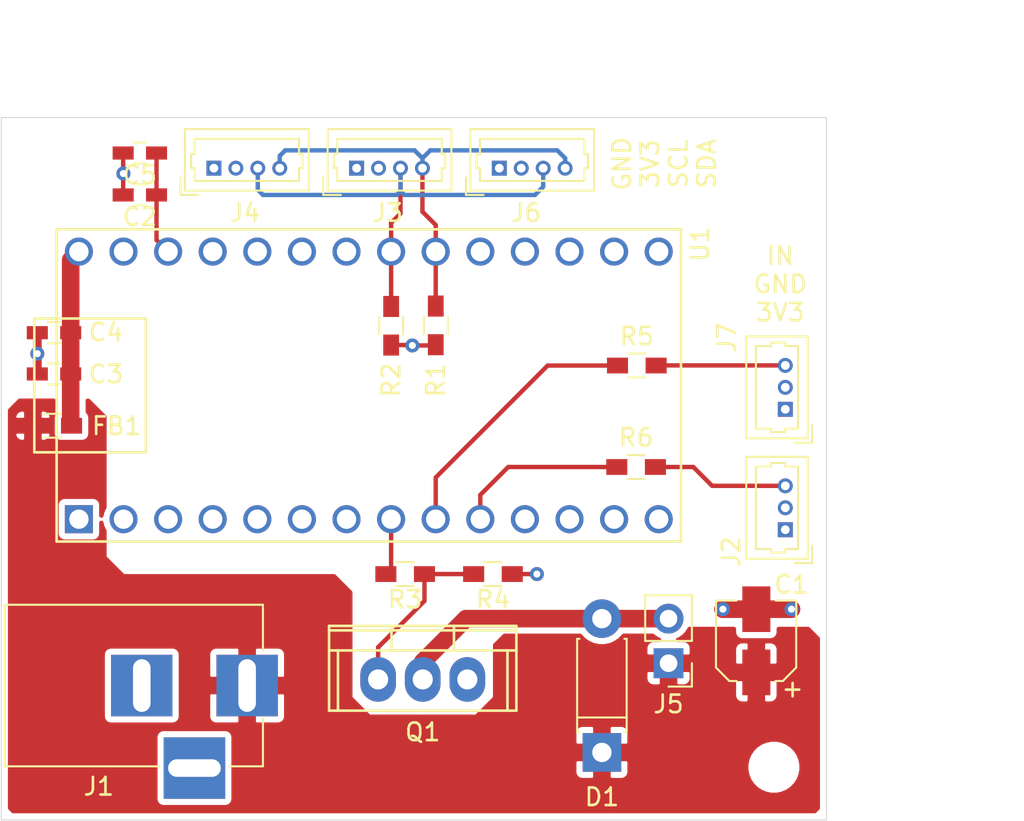
<source format=kicad_pcb>
(kicad_pcb (version 20171130) (host pcbnew "(5.1.9)-1")

  (general
    (thickness 1.6)
    (drawings 8)
    (tracks 84)
    (zones 0)
    (modules 25)
    (nets 14)
  )

  (page A4)
  (layers
    (0 F.Cu signal)
    (1 In1.Cu signal)
    (2 In2.Cu signal)
    (31 B.Cu signal)
    (32 B.Adhes user)
    (33 F.Adhes user)
    (34 B.Paste user)
    (35 F.Paste user)
    (36 B.SilkS user)
    (37 F.SilkS user)
    (38 B.Mask user)
    (39 F.Mask user)
    (40 Dwgs.User user)
    (41 Cmts.User user)
    (42 Eco1.User user)
    (43 Eco2.User user)
    (44 Edge.Cuts user)
    (45 Margin user)
    (46 B.CrtYd user)
    (47 F.CrtYd user)
    (48 B.Fab user)
    (49 F.Fab user hide)
  )

  (setup
    (last_trace_width 0.25)
    (trace_clearance 0.2)
    (zone_clearance 0.35)
    (zone_45_only yes)
    (trace_min 0.2)
    (via_size 0.8)
    (via_drill 0.4)
    (via_min_size 0.4)
    (via_min_drill 0.3)
    (uvia_size 0.3)
    (uvia_drill 0.1)
    (uvias_allowed no)
    (uvia_min_size 0.2)
    (uvia_min_drill 0.1)
    (edge_width 0.05)
    (segment_width 0.2)
    (pcb_text_width 0.3)
    (pcb_text_size 1.5 1.5)
    (mod_edge_width 0.12)
    (mod_text_size 1 1)
    (mod_text_width 0.15)
    (pad_size 1.524 1.524)
    (pad_drill 0.762)
    (pad_to_mask_clearance 0)
    (aux_axis_origin 0 0)
    (visible_elements FFFFFF7F)
    (pcbplotparams
      (layerselection 0x010fc_ffffffff)
      (usegerberextensions true)
      (usegerberattributes false)
      (usegerberadvancedattributes false)
      (creategerberjobfile false)
      (excludeedgelayer true)
      (linewidth 0.100000)
      (plotframeref false)
      (viasonmask false)
      (mode 1)
      (useauxorigin false)
      (hpglpennumber 1)
      (hpglpenspeed 20)
      (hpglpendiameter 15.000000)
      (psnegative false)
      (psa4output false)
      (plotreference true)
      (plotvalue false)
      (plotinvisibletext false)
      (padsonsilk false)
      (subtractmaskfromsilk true)
      (outputformat 1)
      (mirror false)
      (drillshape 0)
      (scaleselection 1)
      (outputdirectory "gerber"))
  )

  (net 0 "")
  (net 1 +5V)
  (net 2 "Net-(D1-Pad2)")
  (net 3 GND)
  (net 4 /SCL)
  (net 5 /SDA)
  (net 6 +3V3)
  (net 7 "Net-(Q1-Pad1)")
  (net 8 /BRAKE_PWM)
  (net 9 /I1)
  (net 10 /I2)
  (net 11 "Net-(C3-Pad1)")
  (net 12 "Net-(R5-Pad1)")
  (net 13 "Net-(R6-Pad2)")

  (net_class Default "This is the default net class."
    (clearance 0.2)
    (trace_width 0.25)
    (via_dia 0.8)
    (via_drill 0.4)
    (uvia_dia 0.3)
    (uvia_drill 0.1)
    (add_net +3V3)
    (add_net /BRAKE_PWM)
    (add_net /CANRX)
    (add_net /CANTX)
    (add_net /I1)
    (add_net /I2)
    (add_net /SCL)
    (add_net /SDA)
    (add_net GND)
    (add_net "Net-(C3-Pad1)")
    (add_net "Net-(D1-Pad2)")
    (add_net "Net-(Q1-Pad1)")
    (add_net "Net-(R5-Pad1)")
    (add_net "Net-(R6-Pad2)")
    (add_net "Net-(U1-Pad11)")
    (add_net "Net-(U1-Pad12)")
    (add_net "Net-(U1-Pad13)")
    (add_net "Net-(U1-Pad14)")
    (add_net "Net-(U1-Pad2)")
    (add_net "Net-(U1-Pad20)")
    (add_net "Net-(U1-Pad21)")
    (add_net "Net-(U1-Pad22)")
    (add_net "Net-(U1-Pad23)")
    (add_net "Net-(U1-Pad24)")
    (add_net "Net-(U1-Pad27)")
    (add_net "Net-(U1-Pad28)")
    (add_net "Net-(U1-Pad29)")
    (add_net "Net-(U1-Pad3)")
    (add_net "Net-(U1-Pad30)")
    (add_net "Net-(U1-Pad32)")
    (add_net "Net-(U1-Pad4)")
    (add_net "Net-(U1-Pad7)")
  )

  (net_class 5V ""
    (clearance 0.2)
    (trace_width 0.5)
    (via_dia 0.8)
    (via_drill 0.4)
    (uvia_dia 0.3)
    (uvia_drill 0.1)
    (add_net +5V)
  )

  (module teensy:Teensy30_31_32_LC_EDGE_ONLY (layer F.Cu) (tedit 60D6AC9D) (tstamp 60CFE76D)
    (at 94.9295 100.255)
    (path /60CF8923)
    (fp_text reference U1 (at 18.8625 -8.053 90) (layer F.SilkS)
      (effects (font (size 1 1) (thickness 0.15)))
    )
    (fp_text value Teensy3.2 (at 0 10.16) (layer F.Fab)
      (effects (font (size 1 1) (thickness 0.15)))
    )
    (fp_line (start -17.78 8.89) (end -17.78 -8.89) (layer F.SilkS) (width 0.15))
    (fp_line (start 17.78 8.89) (end -17.78 8.89) (layer F.SilkS) (width 0.15))
    (fp_line (start 17.78 -8.89) (end 17.78 8.89) (layer F.SilkS) (width 0.15))
    (fp_line (start -17.78 -8.89) (end 17.78 -8.89) (layer F.SilkS) (width 0.15))
    (fp_line (start -12.7 3.81) (end -17.78 3.81) (layer F.SilkS) (width 0.15))
    (fp_line (start -12.7 -3.81) (end -17.78 -3.81) (layer F.SilkS) (width 0.15))
    (fp_line (start -12.7 3.81) (end -12.7 -3.81) (layer F.SilkS) (width 0.15))
    (fp_line (start -19.05 -3.81) (end -17.78 -3.81) (layer F.SilkS) (width 0.15))
    (fp_line (start -19.05 3.81) (end -19.05 -3.81) (layer F.SilkS) (width 0.15))
    (fp_line (start -17.78 3.81) (end -19.05 3.81) (layer F.SilkS) (width 0.15))
    (pad 20 thru_hole circle (at 16.51 -7.62) (size 1.6 1.6) (drill 1.1) (layers *.Cu *.Mask))
    (pad 14 thru_hole circle (at 16.51 7.62) (size 1.6 1.6) (drill 1.1) (layers *.Cu *.Mask))
    (pad 21 thru_hole circle (at 13.97 -7.62) (size 1.6 1.6) (drill 1.1) (layers *.Cu *.Mask))
    (pad 22 thru_hole circle (at 11.43 -7.62) (size 1.6 1.6) (drill 1.1) (layers *.Cu *.Mask))
    (pad 23 thru_hole circle (at 8.89 -7.62) (size 1.6 1.6) (drill 1.1) (layers *.Cu *.Mask))
    (pad 24 thru_hole circle (at 6.35 -7.62) (size 1.6 1.6) (drill 1.1) (layers *.Cu *.Mask))
    (pad 25 thru_hole circle (at 3.81 -7.62) (size 1.6 1.6) (drill 1.1) (layers *.Cu *.Mask)
      (net 5 /SDA))
    (pad 26 thru_hole circle (at 1.27 -7.62) (size 1.6 1.6) (drill 1.1) (layers *.Cu *.Mask)
      (net 4 /SCL))
    (pad 27 thru_hole circle (at -1.27 -7.62) (size 1.6 1.6) (drill 1.1) (layers *.Cu *.Mask))
    (pad 28 thru_hole circle (at -3.81 -7.62) (size 1.6 1.6) (drill 1.1) (layers *.Cu *.Mask))
    (pad 29 thru_hole circle (at -6.35 -7.62) (size 1.6 1.6) (drill 1.1) (layers *.Cu *.Mask))
    (pad 30 thru_hole circle (at -8.89 -7.62) (size 1.6 1.6) (drill 1.1) (layers *.Cu *.Mask))
    (pad 31 thru_hole circle (at -11.43 -7.62) (size 1.6 1.6) (drill 1.1) (layers *.Cu *.Mask)
      (net 6 +3V3))
    (pad 32 thru_hole circle (at -13.97 -7.62) (size 1.6 1.6) (drill 1.1) (layers *.Cu *.Mask))
    (pad 33 thru_hole circle (at -16.51 -7.62) (size 1.6 1.6) (drill 1.1) (layers *.Cu *.Mask)
      (net 11 "Net-(C3-Pad1)"))
    (pad 13 thru_hole circle (at 13.97 7.62) (size 1.6 1.6) (drill 1.1) (layers *.Cu *.Mask))
    (pad 12 thru_hole circle (at 11.43 7.62) (size 1.6 1.6) (drill 1.1) (layers *.Cu *.Mask))
    (pad 11 thru_hole circle (at 8.89 7.62) (size 1.6 1.6) (drill 1.1) (layers *.Cu *.Mask))
    (pad 10 thru_hole circle (at 6.35 7.62) (size 1.6 1.6) (drill 1.1) (layers *.Cu *.Mask)
      (net 13 "Net-(R6-Pad2)"))
    (pad 9 thru_hole circle (at 3.81 7.62) (size 1.6 1.6) (drill 1.1) (layers *.Cu *.Mask)
      (net 12 "Net-(R5-Pad1)"))
    (pad 8 thru_hole circle (at 1.27 7.62) (size 1.6 1.6) (drill 1.1) (layers *.Cu *.Mask)
      (net 8 /BRAKE_PWM))
    (pad 7 thru_hole circle (at -1.27 7.62) (size 1.6 1.6) (drill 1.1) (layers *.Cu *.Mask))
    (pad 6 thru_hole circle (at -3.81 7.62) (size 1.6 1.6) (drill 1.1) (layers *.Cu *.Mask))
    (pad 5 thru_hole circle (at -6.35 7.62) (size 1.6 1.6) (drill 1.1) (layers *.Cu *.Mask))
    (pad 4 thru_hole circle (at -8.89 7.62) (size 1.6 1.6) (drill 1.1) (layers *.Cu *.Mask))
    (pad 3 thru_hole circle (at -11.43 7.62) (size 1.6 1.6) (drill 1.1) (layers *.Cu *.Mask))
    (pad 2 thru_hole circle (at -13.97 7.62) (size 1.6 1.6) (drill 1.1) (layers *.Cu *.Mask))
    (pad 1 thru_hole rect (at -16.51 7.62) (size 1.6 1.6) (drill 1.1) (layers *.Cu *.Mask)
      (net 3 GND))
  )

  (module Resistors_SMD:R_0603_HandSoldering (layer F.Cu) (tedit 58E0A804) (tstamp 60D69920)
    (at 110.152 104.902 180)
    (descr "Resistor SMD 0603, hand soldering")
    (tags "resistor 0603")
    (path /60EAD8FA)
    (attr smd)
    (fp_text reference R6 (at 0 1.6764) (layer F.SilkS)
      (effects (font (size 1 1) (thickness 0.15)))
    )
    (fp_text value 0 (at 0 1.55) (layer F.Fab)
      (effects (font (size 1 1) (thickness 0.15)))
    )
    (fp_line (start 1.95 0.7) (end -1.96 0.7) (layer F.CrtYd) (width 0.05))
    (fp_line (start 1.95 0.7) (end 1.95 -0.7) (layer F.CrtYd) (width 0.05))
    (fp_line (start -1.96 -0.7) (end -1.96 0.7) (layer F.CrtYd) (width 0.05))
    (fp_line (start -1.96 -0.7) (end 1.95 -0.7) (layer F.CrtYd) (width 0.05))
    (fp_line (start -0.5 -0.68) (end 0.5 -0.68) (layer F.SilkS) (width 0.12))
    (fp_line (start 0.5 0.68) (end -0.5 0.68) (layer F.SilkS) (width 0.12))
    (fp_line (start -0.8 -0.4) (end 0.8 -0.4) (layer F.Fab) (width 0.1))
    (fp_line (start 0.8 -0.4) (end 0.8 0.4) (layer F.Fab) (width 0.1))
    (fp_line (start 0.8 0.4) (end -0.8 0.4) (layer F.Fab) (width 0.1))
    (fp_line (start -0.8 0.4) (end -0.8 -0.4) (layer F.Fab) (width 0.1))
    (fp_text user %R (at 0 0) (layer F.Fab)
      (effects (font (size 0.4 0.4) (thickness 0.075)))
    )
    (pad 1 smd rect (at -1.1 0 180) (size 1.2 0.9) (layers F.Cu F.Paste F.Mask)
      (net 9 /I1))
    (pad 2 smd rect (at 1.1 0 180) (size 1.2 0.9) (layers F.Cu F.Paste F.Mask)
      (net 13 "Net-(R6-Pad2)"))
    (model ${KISYS3DMOD}/Resistors_SMD.3dshapes/R_0603.wrl
      (at (xyz 0 0 0))
      (scale (xyz 1 1 1))
      (rotate (xyz 0 0 0))
    )
  )

  (module Resistors_SMD:R_0603_HandSoldering (layer F.Cu) (tedit 58E0A804) (tstamp 60D6991D)
    (at 110.193 99.1235)
    (descr "Resistor SMD 0603, hand soldering")
    (tags "resistor 0603")
    (path /60EACFCE)
    (attr smd)
    (fp_text reference R5 (at -0.0078 -1.6637) (layer F.SilkS)
      (effects (font (size 1 1) (thickness 0.15)))
    )
    (fp_text value 0 (at 0 1.55) (layer F.Fab)
      (effects (font (size 1 1) (thickness 0.15)))
    )
    (fp_line (start 1.95 0.7) (end -1.96 0.7) (layer F.CrtYd) (width 0.05))
    (fp_line (start 1.95 0.7) (end 1.95 -0.7) (layer F.CrtYd) (width 0.05))
    (fp_line (start -1.96 -0.7) (end -1.96 0.7) (layer F.CrtYd) (width 0.05))
    (fp_line (start -1.96 -0.7) (end 1.95 -0.7) (layer F.CrtYd) (width 0.05))
    (fp_line (start -0.5 -0.68) (end 0.5 -0.68) (layer F.SilkS) (width 0.12))
    (fp_line (start 0.5 0.68) (end -0.5 0.68) (layer F.SilkS) (width 0.12))
    (fp_line (start -0.8 -0.4) (end 0.8 -0.4) (layer F.Fab) (width 0.1))
    (fp_line (start 0.8 -0.4) (end 0.8 0.4) (layer F.Fab) (width 0.1))
    (fp_line (start 0.8 0.4) (end -0.8 0.4) (layer F.Fab) (width 0.1))
    (fp_line (start -0.8 0.4) (end -0.8 -0.4) (layer F.Fab) (width 0.1))
    (fp_text user %R (at 0 0) (layer F.Fab)
      (effects (font (size 0.4 0.4) (thickness 0.075)))
    )
    (pad 1 smd rect (at -1.1 0) (size 1.2 0.9) (layers F.Cu F.Paste F.Mask)
      (net 12 "Net-(R5-Pad1)"))
    (pad 2 smd rect (at 1.1 0) (size 1.2 0.9) (layers F.Cu F.Paste F.Mask)
      (net 10 /I2))
    (model ${KISYS3DMOD}/Resistors_SMD.3dshapes/R_0603.wrl
      (at (xyz 0 0 0))
      (scale (xyz 1 1 1))
      (rotate (xyz 0 0 0))
    )
  )

  (module Capacitors_SMD:C_0603_HandSoldering (layer F.Cu) (tedit 58AA848B) (tstamp 60D62A9A)
    (at 81.8896 87.0204 180)
    (descr "Capacitor SMD 0603, hand soldering")
    (tags "capacitor 0603")
    (path /60E9F7A2)
    (attr smd)
    (fp_text reference C5 (at 0 -1.25) (layer F.SilkS)
      (effects (font (size 1 1) (thickness 0.15)))
    )
    (fp_text value 1uf (at 0 1.5) (layer F.Fab)
      (effects (font (size 1 1) (thickness 0.15)))
    )
    (fp_line (start 1.8 0.65) (end -1.8 0.65) (layer F.CrtYd) (width 0.05))
    (fp_line (start 1.8 0.65) (end 1.8 -0.65) (layer F.CrtYd) (width 0.05))
    (fp_line (start -1.8 -0.65) (end -1.8 0.65) (layer F.CrtYd) (width 0.05))
    (fp_line (start -1.8 -0.65) (end 1.8 -0.65) (layer F.CrtYd) (width 0.05))
    (fp_line (start 0.35 0.6) (end -0.35 0.6) (layer F.SilkS) (width 0.12))
    (fp_line (start -0.35 -0.6) (end 0.35 -0.6) (layer F.SilkS) (width 0.12))
    (fp_line (start -0.8 -0.4) (end 0.8 -0.4) (layer F.Fab) (width 0.1))
    (fp_line (start 0.8 -0.4) (end 0.8 0.4) (layer F.Fab) (width 0.1))
    (fp_line (start 0.8 0.4) (end -0.8 0.4) (layer F.Fab) (width 0.1))
    (fp_line (start -0.8 0.4) (end -0.8 -0.4) (layer F.Fab) (width 0.1))
    (fp_text user %R (at 0 -1.25) (layer F.Fab)
      (effects (font (size 1 1) (thickness 0.15)))
    )
    (pad 1 smd rect (at -0.95 0 180) (size 1.2 0.75) (layers F.Cu F.Paste F.Mask)
      (net 6 +3V3))
    (pad 2 smd rect (at 0.95 0 180) (size 1.2 0.75) (layers F.Cu F.Paste F.Mask)
      (net 3 GND))
    (model Capacitors_SMD.3dshapes/C_0603.wrl
      (at (xyz 0 0 0))
      (scale (xyz 1 1 1))
      (rotate (xyz 0 0 0))
    )
  )

  (module Capacitors_SMD:C_0603_HandSoldering (layer F.Cu) (tedit 58AA848B) (tstamp 60D6168D)
    (at 77 97.2535 180)
    (descr "Capacitor SMD 0603, hand soldering")
    (tags "capacitor 0603")
    (path /60E7F3D3)
    (attr smd)
    (fp_text reference C4 (at -2.9592 0.0223) (layer F.SilkS)
      (effects (font (size 1 1) (thickness 0.15)))
    )
    (fp_text value 0.1uf (at 0 1.5) (layer F.Fab)
      (effects (font (size 1 1) (thickness 0.15)))
    )
    (fp_line (start 1.8 0.65) (end -1.8 0.65) (layer F.CrtYd) (width 0.05))
    (fp_line (start 1.8 0.65) (end 1.8 -0.65) (layer F.CrtYd) (width 0.05))
    (fp_line (start -1.8 -0.65) (end -1.8 0.65) (layer F.CrtYd) (width 0.05))
    (fp_line (start -1.8 -0.65) (end 1.8 -0.65) (layer F.CrtYd) (width 0.05))
    (fp_line (start 0.35 0.6) (end -0.35 0.6) (layer F.SilkS) (width 0.12))
    (fp_line (start -0.35 -0.6) (end 0.35 -0.6) (layer F.SilkS) (width 0.12))
    (fp_line (start -0.8 -0.4) (end 0.8 -0.4) (layer F.Fab) (width 0.1))
    (fp_line (start 0.8 -0.4) (end 0.8 0.4) (layer F.Fab) (width 0.1))
    (fp_line (start 0.8 0.4) (end -0.8 0.4) (layer F.Fab) (width 0.1))
    (fp_line (start -0.8 0.4) (end -0.8 -0.4) (layer F.Fab) (width 0.1))
    (fp_text user %R (at 0 -1.25) (layer F.Fab)
      (effects (font (size 1 1) (thickness 0.15)))
    )
    (pad 1 smd rect (at -0.95 0 180) (size 1.2 0.75) (layers F.Cu F.Paste F.Mask)
      (net 11 "Net-(C3-Pad1)"))
    (pad 2 smd rect (at 0.95 0 180) (size 1.2 0.75) (layers F.Cu F.Paste F.Mask)
      (net 3 GND))
    (model Capacitors_SMD.3dshapes/C_0603.wrl
      (at (xyz 0 0 0))
      (scale (xyz 1 1 1))
      (rotate (xyz 0 0 0))
    )
  )

  (module Capacitors_SMD:C_0603_HandSoldering (layer F.Cu) (tedit 58AA848B) (tstamp 60D616BD)
    (at 77 99.6035 180)
    (descr "Capacitor SMD 0603, hand soldering")
    (tags "capacitor 0603")
    (path /60E86E7D)
    (attr smd)
    (fp_text reference C3 (at -2.9592 -0.0153) (layer F.SilkS)
      (effects (font (size 1 1) (thickness 0.15)))
    )
    (fp_text value 1uf (at 0 1.5) (layer F.Fab)
      (effects (font (size 1 1) (thickness 0.15)))
    )
    (fp_line (start 1.8 0.65) (end -1.8 0.65) (layer F.CrtYd) (width 0.05))
    (fp_line (start 1.8 0.65) (end 1.8 -0.65) (layer F.CrtYd) (width 0.05))
    (fp_line (start -1.8 -0.65) (end -1.8 0.65) (layer F.CrtYd) (width 0.05))
    (fp_line (start -1.8 -0.65) (end 1.8 -0.65) (layer F.CrtYd) (width 0.05))
    (fp_line (start 0.35 0.6) (end -0.35 0.6) (layer F.SilkS) (width 0.12))
    (fp_line (start -0.35 -0.6) (end 0.35 -0.6) (layer F.SilkS) (width 0.12))
    (fp_line (start -0.8 -0.4) (end 0.8 -0.4) (layer F.Fab) (width 0.1))
    (fp_line (start 0.8 -0.4) (end 0.8 0.4) (layer F.Fab) (width 0.1))
    (fp_line (start 0.8 0.4) (end -0.8 0.4) (layer F.Fab) (width 0.1))
    (fp_line (start -0.8 0.4) (end -0.8 -0.4) (layer F.Fab) (width 0.1))
    (fp_text user %R (at 0 -1.25) (layer F.Fab)
      (effects (font (size 1 1) (thickness 0.15)))
    )
    (pad 1 smd rect (at -0.95 0 180) (size 1.2 0.75) (layers F.Cu F.Paste F.Mask)
      (net 11 "Net-(C3-Pad1)"))
    (pad 2 smd rect (at 0.95 0 180) (size 1.2 0.75) (layers F.Cu F.Paste F.Mask)
      (net 3 GND))
    (model Capacitors_SMD.3dshapes/C_0603.wrl
      (at (xyz 0 0 0))
      (scale (xyz 1 1 1))
      (rotate (xyz 0 0 0))
    )
  )

  (module Resistors_SMD:R_0603_HandSoldering (layer F.Cu) (tedit 58E0A804) (tstamp 60D61C64)
    (at 76.8985 102.5525)
    (descr "Resistor SMD 0603, hand soldering")
    (tags "resistor 0603")
    (path /60E02586)
    (attr smd)
    (fp_text reference FB1 (at 3.6703 0.0127) (layer F.SilkS)
      (effects (font (size 1 1) (thickness 0.15)))
    )
    (fp_text value Tiny (at 0 1.55) (layer F.Fab)
      (effects (font (size 1 1) (thickness 0.15)))
    )
    (fp_line (start 1.95 0.7) (end -1.96 0.7) (layer F.CrtYd) (width 0.05))
    (fp_line (start 1.95 0.7) (end 1.95 -0.7) (layer F.CrtYd) (width 0.05))
    (fp_line (start -1.96 -0.7) (end -1.96 0.7) (layer F.CrtYd) (width 0.05))
    (fp_line (start -1.96 -0.7) (end 1.95 -0.7) (layer F.CrtYd) (width 0.05))
    (fp_line (start -0.5 -0.68) (end 0.5 -0.68) (layer F.SilkS) (width 0.12))
    (fp_line (start 0.5 0.68) (end -0.5 0.68) (layer F.SilkS) (width 0.12))
    (fp_line (start -0.8 -0.4) (end 0.8 -0.4) (layer F.Fab) (width 0.1))
    (fp_line (start 0.8 -0.4) (end 0.8 0.4) (layer F.Fab) (width 0.1))
    (fp_line (start 0.8 0.4) (end -0.8 0.4) (layer F.Fab) (width 0.1))
    (fp_line (start -0.8 0.4) (end -0.8 -0.4) (layer F.Fab) (width 0.1))
    (fp_text user %R (at 0 0) (layer F.Fab)
      (effects (font (size 0.4 0.4) (thickness 0.075)))
    )
    (pad 1 smd rect (at -1.1 0) (size 1.2 0.9) (layers F.Cu F.Paste F.Mask)
      (net 1 +5V))
    (pad 2 smd rect (at 1.1 0) (size 1.2 0.9) (layers F.Cu F.Paste F.Mask)
      (net 11 "Net-(C3-Pad1)"))
    (model ${KISYS3DMOD}/Resistors_SMD.3dshapes/R_0603.wrl
      (at (xyz 0 0 0))
      (scale (xyz 1 1 1))
      (rotate (xyz 0 0 0))
    )
  )

  (module Capacitors_SMD:CP_Elec_4x4.5 (layer F.Cu) (tedit 58AA85E3) (tstamp 60D56327)
    (at 117 114.8 90)
    (descr "SMT capacitor, aluminium electrolytic, 4x4.5")
    (path /60DFF611)
    (attr smd)
    (fp_text reference C1 (at 3.2 2) (layer F.SilkS)
      (effects (font (size 1 1) (thickness 0.15)))
    )
    (fp_text value 47u (at 0 -3.45 270) (layer F.Fab)
      (effects (font (size 1 1) (thickness 0.15)))
    )
    (fp_line (start 3.35 2.37) (end -3.35 2.37) (layer F.CrtYd) (width 0.05))
    (fp_line (start 3.35 2.37) (end 3.35 -2.4) (layer F.CrtYd) (width 0.05))
    (fp_line (start -3.35 -2.4) (end -3.35 2.37) (layer F.CrtYd) (width 0.05))
    (fp_line (start -3.35 -2.4) (end 3.35 -2.4) (layer F.CrtYd) (width 0.05))
    (fp_line (start -1.52 2.27) (end -2.29 1.51) (layer F.SilkS) (width 0.12))
    (fp_line (start -1.52 2.27) (end 2.29 2.27) (layer F.SilkS) (width 0.12))
    (fp_line (start -1.52 -2.3) (end -2.29 -1.54) (layer F.SilkS) (width 0.12))
    (fp_line (start -1.52 -2.3) (end 2.29 -2.3) (layer F.SilkS) (width 0.12))
    (fp_line (start -2.29 -1.54) (end -2.29 -1.13) (layer F.SilkS) (width 0.12))
    (fp_line (start -2.29 1.51) (end -2.29 1.1) (layer F.SilkS) (width 0.12))
    (fp_line (start 2.29 2.27) (end 2.29 1.1) (layer F.SilkS) (width 0.12))
    (fp_line (start 2.29 -2.3) (end 2.29 -1.13) (layer F.SilkS) (width 0.12))
    (fp_line (start 2.13 -2.15) (end -1.46 -2.15) (layer F.Fab) (width 0.1))
    (fp_line (start -1.46 -2.15) (end -2.13 -1.47) (layer F.Fab) (width 0.1))
    (fp_line (start -2.13 -1.47) (end -2.13 1.45) (layer F.Fab) (width 0.1))
    (fp_line (start -2.13 1.45) (end -1.46 2.12) (layer F.Fab) (width 0.1))
    (fp_line (start -1.46 2.12) (end 2.13 2.12) (layer F.Fab) (width 0.1))
    (fp_line (start 2.13 2.12) (end 2.13 -2.15) (layer F.Fab) (width 0.1))
    (fp_circle (center 0 0) (end 0.1 2.1) (layer F.Fab) (width 0.1))
    (fp_text user + (at -1.24 -0.08 90) (layer F.Fab)
      (effects (font (size 1 1) (thickness 0.15)))
    )
    (fp_text user + (at -2.78 1.99 270) (layer F.SilkS)
      (effects (font (size 1 1) (thickness 0.15)))
    )
    (fp_text user %R (at 0 3.58 270) (layer F.Fab)
      (effects (font (size 1 1) (thickness 0.15)))
    )
    (pad 1 smd rect (at -1.8 0 270) (size 2.6 1.6) (layers F.Cu F.Paste F.Mask)
      (net 1 +5V))
    (pad 2 smd rect (at 1.8 0 270) (size 2.6 1.6) (layers F.Cu F.Paste F.Mask)
      (net 3 GND))
    (model Capacitors_SMD.3dshapes/CP_Elec_4x4.5.wrl
      (at (xyz 0 0 0))
      (scale (xyz 1 1 1))
      (rotate (xyz 0 0 180))
    )
  )

  (module Capacitors_SMD:C_0603_HandSoldering (layer F.Cu) (tedit 58AA848B) (tstamp 60D553F5)
    (at 81.8896 89.408 180)
    (descr "Capacitor SMD 0603, hand soldering")
    (tags "capacitor 0603")
    (path /60DF74F4)
    (attr smd)
    (fp_text reference C2 (at 0 -1.25) (layer F.SilkS)
      (effects (font (size 1 1) (thickness 0.15)))
    )
    (fp_text value 0.1uf (at 0 1.5) (layer F.Fab)
      (effects (font (size 1 1) (thickness 0.15)))
    )
    (fp_line (start 1.8 0.65) (end -1.8 0.65) (layer F.CrtYd) (width 0.05))
    (fp_line (start 1.8 0.65) (end 1.8 -0.65) (layer F.CrtYd) (width 0.05))
    (fp_line (start -1.8 -0.65) (end -1.8 0.65) (layer F.CrtYd) (width 0.05))
    (fp_line (start -1.8 -0.65) (end 1.8 -0.65) (layer F.CrtYd) (width 0.05))
    (fp_line (start 0.35 0.6) (end -0.35 0.6) (layer F.SilkS) (width 0.12))
    (fp_line (start -0.35 -0.6) (end 0.35 -0.6) (layer F.SilkS) (width 0.12))
    (fp_line (start -0.8 -0.4) (end 0.8 -0.4) (layer F.Fab) (width 0.1))
    (fp_line (start 0.8 -0.4) (end 0.8 0.4) (layer F.Fab) (width 0.1))
    (fp_line (start 0.8 0.4) (end -0.8 0.4) (layer F.Fab) (width 0.1))
    (fp_line (start -0.8 0.4) (end -0.8 -0.4) (layer F.Fab) (width 0.1))
    (fp_text user %R (at 0 -1.25) (layer F.Fab)
      (effects (font (size 1 1) (thickness 0.15)))
    )
    (pad 1 smd rect (at -0.95 0 180) (size 1.2 0.75) (layers F.Cu F.Paste F.Mask)
      (net 6 +3V3))
    (pad 2 smd rect (at 0.95 0 180) (size 1.2 0.75) (layers F.Cu F.Paste F.Mask)
      (net 3 GND))
    (model Capacitors_SMD.3dshapes/C_0603.wrl
      (at (xyz 0 0 0))
      (scale (xyz 1 1 1))
      (rotate (xyz 0 0 0))
    )
  )

  (module Connectors_Molex:Molex_PicoBlade_53047-0310_03x1.25mm_Straight (layer F.Cu) (tedit 58A3B615) (tstamp 60D35BA0)
    (at 118.65 101.616 90)
    (descr "Molex PicoBlade, single row, top entry type, through hole, PN:53047-0310")
    (tags "connector molex picoblade")
    (path /60DBC367)
    (fp_text reference J7 (at 4.08 -3.334 90) (layer F.SilkS)
      (effects (font (size 1 1) (thickness 0.15)))
    )
    (fp_text value Conn_01x03 (at 1.25 -3.25 90) (layer F.Fab)
      (effects (font (size 1 1) (thickness 0.15)))
    )
    (fp_line (start -1.9 1.525) (end -0.9 1.525) (layer F.SilkS) (width 0.12))
    (fp_line (start -1.9 1.525) (end -1.9 0.525) (layer F.SilkS) (width 0.12))
    (fp_line (start 3.6 -1.675) (end 1.25 -1.675) (layer F.SilkS) (width 0.12))
    (fp_line (start 3.6 -0.8) (end 3.6 -1.675) (layer F.SilkS) (width 0.12))
    (fp_line (start 3.8 -0.8) (end 3.6 -0.8) (layer F.SilkS) (width 0.12))
    (fp_line (start 3.8 0) (end 3.8 -0.8) (layer F.SilkS) (width 0.12))
    (fp_line (start 3.6 0) (end 3.8 0) (layer F.SilkS) (width 0.12))
    (fp_line (start 3.6 0.725) (end 3.6 0) (layer F.SilkS) (width 0.12))
    (fp_line (start 1.25 0.725) (end 3.6 0.725) (layer F.SilkS) (width 0.12))
    (fp_line (start -1.1 -1.675) (end 1.25 -1.675) (layer F.SilkS) (width 0.12))
    (fp_line (start -1.1 -0.8) (end -1.1 -1.675) (layer F.SilkS) (width 0.12))
    (fp_line (start -1.3 -0.8) (end -1.1 -0.8) (layer F.SilkS) (width 0.12))
    (fp_line (start -1.3 0) (end -1.3 -0.8) (layer F.SilkS) (width 0.12))
    (fp_line (start -1.1 0) (end -1.3 0) (layer F.SilkS) (width 0.12))
    (fp_line (start -1.1 0.725) (end -1.1 0) (layer F.SilkS) (width 0.12))
    (fp_line (start 1.25 0.725) (end -1.1 0.725) (layer F.SilkS) (width 0.12))
    (fp_line (start 4.15 -2.225) (end -1.65 -2.225) (layer F.SilkS) (width 0.12))
    (fp_line (start 4.15 1.275) (end 4.15 -2.225) (layer F.SilkS) (width 0.12))
    (fp_line (start -1.65 1.275) (end 4.15 1.275) (layer F.SilkS) (width 0.12))
    (fp_line (start -1.65 -2.225) (end -1.65 1.275) (layer F.SilkS) (width 0.12))
    (fp_line (start 4 -2.075) (end -1.5 -2.075) (layer F.Fab) (width 0.1))
    (fp_line (start 4 1.125) (end 4 -2.075) (layer F.Fab) (width 0.1))
    (fp_line (start -1.5 1.125) (end 4 1.125) (layer F.Fab) (width 0.1))
    (fp_line (start -1.5 -2.075) (end -1.5 1.125) (layer F.Fab) (width 0.1))
    (fp_line (start 4.5 -2.55) (end -2 -2.55) (layer F.CrtYd) (width 0.05))
    (fp_line (start 4.5 1.6) (end 4.5 -2.55) (layer F.CrtYd) (width 0.05))
    (fp_line (start -2 1.6) (end 4.5 1.6) (layer F.CrtYd) (width 0.05))
    (fp_line (start -2 -2.55) (end -2 1.6) (layer F.CrtYd) (width 0.05))
    (fp_text user %R (at 1.25 -1.25 90) (layer F.Fab)
      (effects (font (size 1 1) (thickness 0.15)))
    )
    (pad 1 thru_hole rect (at 0 0 90) (size 0.85 0.85) (drill 0.5) (layers *.Cu *.Mask)
      (net 3 GND))
    (pad 2 thru_hole circle (at 1.25 0 90) (size 0.85 0.85) (drill 0.5) (layers *.Cu *.Mask)
      (net 6 +3V3))
    (pad 3 thru_hole circle (at 2.5 0 90) (size 0.85 0.85) (drill 0.5) (layers *.Cu *.Mask)
      (net 10 /I2))
    (model ${KISYS3DMOD}/Connectors_Molex.3dshapes/Molex_PicoBlade_53047-0310_03x1.25mm_Straight.wrl
      (at (xyz 0 0 0))
      (scale (xyz 1 1 1))
      (rotate (xyz 0 0 0))
    )
  )

  (module Connectors_Molex:Molex_PicoBlade_53047-0310_03x1.25mm_Straight (layer F.Cu) (tedit 58A3B615) (tstamp 60D35A9B)
    (at 118.65 108.474 90)
    (descr "Molex PicoBlade, single row, top entry type, through hole, PN:53047-0310")
    (tags "connector molex picoblade")
    (path /60DBB9C2)
    (fp_text reference J2 (at -1.254 -3.08 90) (layer F.SilkS)
      (effects (font (size 1 1) (thickness 0.15)))
    )
    (fp_text value Conn_01x03 (at 1.25 -3.25 90) (layer F.Fab)
      (effects (font (size 1 1) (thickness 0.15)))
    )
    (fp_line (start -1.9 1.525) (end -0.9 1.525) (layer F.SilkS) (width 0.12))
    (fp_line (start -1.9 1.525) (end -1.9 0.525) (layer F.SilkS) (width 0.12))
    (fp_line (start 3.6 -1.675) (end 1.25 -1.675) (layer F.SilkS) (width 0.12))
    (fp_line (start 3.6 -0.8) (end 3.6 -1.675) (layer F.SilkS) (width 0.12))
    (fp_line (start 3.8 -0.8) (end 3.6 -0.8) (layer F.SilkS) (width 0.12))
    (fp_line (start 3.8 0) (end 3.8 -0.8) (layer F.SilkS) (width 0.12))
    (fp_line (start 3.6 0) (end 3.8 0) (layer F.SilkS) (width 0.12))
    (fp_line (start 3.6 0.725) (end 3.6 0) (layer F.SilkS) (width 0.12))
    (fp_line (start 1.25 0.725) (end 3.6 0.725) (layer F.SilkS) (width 0.12))
    (fp_line (start -1.1 -1.675) (end 1.25 -1.675) (layer F.SilkS) (width 0.12))
    (fp_line (start -1.1 -0.8) (end -1.1 -1.675) (layer F.SilkS) (width 0.12))
    (fp_line (start -1.3 -0.8) (end -1.1 -0.8) (layer F.SilkS) (width 0.12))
    (fp_line (start -1.3 0) (end -1.3 -0.8) (layer F.SilkS) (width 0.12))
    (fp_line (start -1.1 0) (end -1.3 0) (layer F.SilkS) (width 0.12))
    (fp_line (start -1.1 0.725) (end -1.1 0) (layer F.SilkS) (width 0.12))
    (fp_line (start 1.25 0.725) (end -1.1 0.725) (layer F.SilkS) (width 0.12))
    (fp_line (start 4.15 -2.225) (end -1.65 -2.225) (layer F.SilkS) (width 0.12))
    (fp_line (start 4.15 1.275) (end 4.15 -2.225) (layer F.SilkS) (width 0.12))
    (fp_line (start -1.65 1.275) (end 4.15 1.275) (layer F.SilkS) (width 0.12))
    (fp_line (start -1.65 -2.225) (end -1.65 1.275) (layer F.SilkS) (width 0.12))
    (fp_line (start 4 -2.075) (end -1.5 -2.075) (layer F.Fab) (width 0.1))
    (fp_line (start 4 1.125) (end 4 -2.075) (layer F.Fab) (width 0.1))
    (fp_line (start -1.5 1.125) (end 4 1.125) (layer F.Fab) (width 0.1))
    (fp_line (start -1.5 -2.075) (end -1.5 1.125) (layer F.Fab) (width 0.1))
    (fp_line (start 4.5 -2.55) (end -2 -2.55) (layer F.CrtYd) (width 0.05))
    (fp_line (start 4.5 1.6) (end 4.5 -2.55) (layer F.CrtYd) (width 0.05))
    (fp_line (start -2 1.6) (end 4.5 1.6) (layer F.CrtYd) (width 0.05))
    (fp_line (start -2 -2.55) (end -2 1.6) (layer F.CrtYd) (width 0.05))
    (fp_text user %R (at 1.25 -1.25 90) (layer F.Fab)
      (effects (font (size 1 1) (thickness 0.15)))
    )
    (pad 1 thru_hole rect (at 0 0 90) (size 0.85 0.85) (drill 0.5) (layers *.Cu *.Mask)
      (net 3 GND))
    (pad 2 thru_hole circle (at 1.25 0 90) (size 0.85 0.85) (drill 0.5) (layers *.Cu *.Mask)
      (net 6 +3V3))
    (pad 3 thru_hole circle (at 2.5 0 90) (size 0.85 0.85) (drill 0.5) (layers *.Cu *.Mask)
      (net 9 /I1))
    (model ${KISYS3DMOD}/Connectors_Molex.3dshapes/Molex_PicoBlade_53047-0310_03x1.25mm_Straight.wrl
      (at (xyz 0 0 0))
      (scale (xyz 1 1 1))
      (rotate (xyz 0 0 0))
    )
  )

  (module Connectors:BARREL_JACK (layer F.Cu) (tedit 5861378E) (tstamp 60D347F0)
    (at 88 117.348)
    (descr "DC Barrel Jack")
    (tags "Power Jack")
    (path /60D90799)
    (fp_text reference J1 (at -8.45 5.75 180) (layer F.SilkS)
      (effects (font (size 1 1) (thickness 0.15)))
    )
    (fp_text value Barrel_Jack_MountingPin (at -6.2 -5.5) (layer F.Fab)
      (effects (font (size 1 1) (thickness 0.15)))
    )
    (fp_line (start 0.8 -4.5) (end -13.7 -4.5) (layer F.Fab) (width 0.1))
    (fp_line (start 0.8 4.5) (end 0.8 -4.5) (layer F.Fab) (width 0.1))
    (fp_line (start -13.7 4.5) (end 0.8 4.5) (layer F.Fab) (width 0.1))
    (fp_line (start -13.7 -4.5) (end -13.7 4.5) (layer F.Fab) (width 0.1))
    (fp_line (start -10.2 -4.5) (end -10.2 4.5) (layer F.Fab) (width 0.1))
    (fp_line (start 0.9 -4.6) (end 0.9 -2) (layer F.SilkS) (width 0.12))
    (fp_line (start -13.8 -4.6) (end 0.9 -4.6) (layer F.SilkS) (width 0.12))
    (fp_line (start 0.9 4.6) (end -1 4.6) (layer F.SilkS) (width 0.12))
    (fp_line (start 0.9 1.9) (end 0.9 4.6) (layer F.SilkS) (width 0.12))
    (fp_line (start -13.8 4.6) (end -13.8 -4.6) (layer F.SilkS) (width 0.12))
    (fp_line (start -5 4.6) (end -13.8 4.6) (layer F.SilkS) (width 0.12))
    (fp_line (start -14 4.75) (end -14 -4.75) (layer F.CrtYd) (width 0.05))
    (fp_line (start -5 4.75) (end -14 4.75) (layer F.CrtYd) (width 0.05))
    (fp_line (start -5 6.75) (end -5 4.75) (layer F.CrtYd) (width 0.05))
    (fp_line (start -1 6.75) (end -5 6.75) (layer F.CrtYd) (width 0.05))
    (fp_line (start -1 4.75) (end -1 6.75) (layer F.CrtYd) (width 0.05))
    (fp_line (start 1 4.75) (end -1 4.75) (layer F.CrtYd) (width 0.05))
    (fp_line (start 1 2) (end 1 4.75) (layer F.CrtYd) (width 0.05))
    (fp_line (start 2 2) (end 1 2) (layer F.CrtYd) (width 0.05))
    (fp_line (start 2 -2) (end 2 2) (layer F.CrtYd) (width 0.05))
    (fp_line (start 1 -2) (end 2 -2) (layer F.CrtYd) (width 0.05))
    (fp_line (start 1 -4.5) (end 1 -2) (layer F.CrtYd) (width 0.05))
    (fp_line (start 1 -4.75) (end -14 -4.75) (layer F.CrtYd) (width 0.05))
    (fp_line (start 1 -4.5) (end 1 -4.75) (layer F.CrtYd) (width 0.05))
    (pad 1 thru_hole rect (at 0 0) (size 3.5 3.5) (drill oval 1 3) (layers *.Cu *.Mask)
      (net 1 +5V))
    (pad 2 thru_hole rect (at -6 0) (size 3.5 3.5) (drill oval 1 3) (layers *.Cu *.Mask)
      (net 3 GND))
    (pad 3 thru_hole rect (at -3 4.7) (size 3.5 3.5) (drill oval 3 1) (layers *.Cu *.Mask))
  )

  (module Mounting_Holes:MountingHole_2.2mm_M2_DIN965 (layer F.Cu) (tedit 56D1B4CB) (tstamp 60D347EA)
    (at 118 122)
    (descr "Mounting Hole 2.2mm, no annular, M2, DIN965")
    (tags "mounting hole 2.2mm no annular m2 din965")
    (path /60D8F5D2)
    (attr virtual)
    (fp_text reference H3 (at 0 -2.9) (layer F.SilkS) hide
      (effects (font (size 1 1) (thickness 0.15)))
    )
    (fp_text value MountingHole (at 0 2.9) (layer F.Fab)
      (effects (font (size 1 1) (thickness 0.15)))
    )
    (fp_circle (center 0 0) (end 2.15 0) (layer F.CrtYd) (width 0.05))
    (fp_circle (center 0 0) (end 1.9 0) (layer Cmts.User) (width 0.15))
    (fp_text user %R (at 0.3 0) (layer F.Fab)
      (effects (font (size 1 1) (thickness 0.15)))
    )
    (pad 1 np_thru_hole circle (at 0 0) (size 2.2 2.2) (drill 2.2) (layers *.Cu *.Mask))
  )

  (module Mounting_Holes:MountingHole_2.2mm_M2_DIN965 (layer F.Cu) (tedit 56D1B4CB) (tstamp 60D347E7)
    (at 77 88)
    (descr "Mounting Hole 2.2mm, no annular, M2, DIN965")
    (tags "mounting hole 2.2mm no annular m2 din965")
    (path /60D8F3BA)
    (attr virtual)
    (fp_text reference H2 (at 0 -2.9) (layer F.SilkS) hide
      (effects (font (size 1 1) (thickness 0.15)))
    )
    (fp_text value MountingHole (at 0 2.9) (layer F.Fab)
      (effects (font (size 1 1) (thickness 0.15)))
    )
    (fp_circle (center 0 0) (end 2.15 0) (layer F.CrtYd) (width 0.05))
    (fp_circle (center 0 0) (end 1.9 0) (layer Cmts.User) (width 0.15))
    (fp_text user %R (at 0.3 0) (layer F.Fab)
      (effects (font (size 1 1) (thickness 0.15)))
    )
    (pad 1 np_thru_hole circle (at 0 0) (size 2.2 2.2) (drill 2.2) (layers *.Cu *.Mask))
  )

  (module Mounting_Holes:MountingHole_2.2mm_M2_DIN965 (layer F.Cu) (tedit 56D1B4CB) (tstamp 60D347E4)
    (at 118 88.392)
    (descr "Mounting Hole 2.2mm, no annular, M2, DIN965")
    (tags "mounting hole 2.2mm no annular m2 din965")
    (path /60D8EEBD)
    (attr virtual)
    (fp_text reference H1 (at 0 -2.9) (layer F.SilkS) hide
      (effects (font (size 1 1) (thickness 0.15)))
    )
    (fp_text value MountingHole (at 0 2.9) (layer F.Fab)
      (effects (font (size 1 1) (thickness 0.15)))
    )
    (fp_circle (center 0 0) (end 2.15 0) (layer F.CrtYd) (width 0.05))
    (fp_circle (center 0 0) (end 1.9 0) (layer Cmts.User) (width 0.15))
    (fp_text user %R (at 0.3 0) (layer F.Fab)
      (effects (font (size 1 1) (thickness 0.15)))
    )
    (pad 1 np_thru_hole circle (at 0 0) (size 2.2 2.2) (drill 2.2) (layers *.Cu *.Mask))
  )

  (module Diodes_THT:D_DO-41_SOD81_P7.62mm_Horizontal (layer F.Cu) (tedit 5921392F) (tstamp 60D69A26)
    (at 108.204 121.158 90)
    (descr "D, DO-41_SOD81 series, Axial, Horizontal, pin pitch=7.62mm, , length*diameter=5.2*2.7mm^2, , http://www.diodes.com/_files/packages/DO-41%20(Plastic).pdf")
    (tags "D DO-41_SOD81 series Axial Horizontal pin pitch 7.62mm  length 5.2mm diameter 2.7mm")
    (path /60D32477)
    (fp_text reference D1 (at -2.54 0 180) (layer F.SilkS)
      (effects (font (size 1 1) (thickness 0.15)))
    )
    (fp_text value 1N4001 (at 3.81 2.41 90) (layer F.Fab)
      (effects (font (size 1 1) (thickness 0.15)))
    )
    (fp_line (start 9 -1.7) (end -1.35 -1.7) (layer F.CrtYd) (width 0.05))
    (fp_line (start 9 1.7) (end 9 -1.7) (layer F.CrtYd) (width 0.05))
    (fp_line (start -1.35 1.7) (end 9 1.7) (layer F.CrtYd) (width 0.05))
    (fp_line (start -1.35 -1.7) (end -1.35 1.7) (layer F.CrtYd) (width 0.05))
    (fp_line (start 1.99 -1.41) (end 1.99 1.41) (layer F.SilkS) (width 0.12))
    (fp_line (start 6.47 1.41) (end 6.47 1.28) (layer F.SilkS) (width 0.12))
    (fp_line (start 1.15 1.41) (end 6.47 1.41) (layer F.SilkS) (width 0.12))
    (fp_line (start 1.15 1.28) (end 1.15 1.41) (layer F.SilkS) (width 0.12))
    (fp_line (start 6.47 -1.41) (end 6.47 -1.28) (layer F.SilkS) (width 0.12))
    (fp_line (start 1.15 -1.41) (end 6.47 -1.41) (layer F.SilkS) (width 0.12))
    (fp_line (start 1.15 -1.28) (end 1.15 -1.41) (layer F.SilkS) (width 0.12))
    (fp_line (start 1.99 -1.35) (end 1.99 1.35) (layer F.Fab) (width 0.1))
    (fp_line (start 7.62 0) (end 6.41 0) (layer F.Fab) (width 0.1))
    (fp_line (start 0 0) (end 1.21 0) (layer F.Fab) (width 0.1))
    (fp_line (start 6.41 -1.35) (end 1.21 -1.35) (layer F.Fab) (width 0.1))
    (fp_line (start 6.41 1.35) (end 6.41 -1.35) (layer F.Fab) (width 0.1))
    (fp_line (start 1.21 1.35) (end 6.41 1.35) (layer F.Fab) (width 0.1))
    (fp_line (start 1.21 -1.35) (end 1.21 1.35) (layer F.Fab) (width 0.1))
    (fp_text user %R (at 3.81 0 90) (layer F.Fab)
      (effects (font (size 1 1) (thickness 0.15)))
    )
    (pad 1 thru_hole rect (at 0 0 90) (size 2.2 2.2) (drill 1.1) (layers *.Cu *.Mask)
      (net 1 +5V))
    (pad 2 thru_hole oval (at 7.62 0 90) (size 2.2 2.2) (drill 1.1) (layers *.Cu *.Mask)
      (net 2 "Net-(D1-Pad2)"))
    (model ${KISYS3DMOD}/Diodes_THT.3dshapes/D_DO-41_SOD81_P7.62mm_Horizontal.wrl
      (at (xyz 0 0 0))
      (scale (xyz 0.393701 0.393701 0.393701))
      (rotate (xyz 0 0 0))
    )
  )

  (module Connectors_Molex:Molex_PicoBlade_53047-0410_04x1.25mm_Straight (layer F.Cu) (tedit 58A3B615) (tstamp 60D15D6A)
    (at 102.362 87.884)
    (descr "Molex PicoBlade, single row, top entry type, through hole, PN:53047-0410")
    (tags "connector molex picoblade")
    (path /60D76290)
    (fp_text reference J6 (at 1.524 2.54) (layer F.SilkS)
      (effects (font (size 1 1) (thickness 0.15)))
    )
    (fp_text value Conn_01x04 (at 1.875 -3.25) (layer F.Fab)
      (effects (font (size 1 1) (thickness 0.15)))
    )
    (fp_line (start -1.9 1.525) (end -0.9 1.525) (layer F.SilkS) (width 0.12))
    (fp_line (start -1.9 1.525) (end -1.9 0.525) (layer F.SilkS) (width 0.12))
    (fp_line (start 4.85 -1.675) (end 1.875 -1.675) (layer F.SilkS) (width 0.12))
    (fp_line (start 4.85 -0.8) (end 4.85 -1.675) (layer F.SilkS) (width 0.12))
    (fp_line (start 5.05 -0.8) (end 4.85 -0.8) (layer F.SilkS) (width 0.12))
    (fp_line (start 5.05 0) (end 5.05 -0.8) (layer F.SilkS) (width 0.12))
    (fp_line (start 4.85 0) (end 5.05 0) (layer F.SilkS) (width 0.12))
    (fp_line (start 4.85 0.725) (end 4.85 0) (layer F.SilkS) (width 0.12))
    (fp_line (start 1.875 0.725) (end 4.85 0.725) (layer F.SilkS) (width 0.12))
    (fp_line (start -1.1 -1.675) (end 1.875 -1.675) (layer F.SilkS) (width 0.12))
    (fp_line (start -1.1 -0.8) (end -1.1 -1.675) (layer F.SilkS) (width 0.12))
    (fp_line (start -1.3 -0.8) (end -1.1 -0.8) (layer F.SilkS) (width 0.12))
    (fp_line (start -1.3 0) (end -1.3 -0.8) (layer F.SilkS) (width 0.12))
    (fp_line (start -1.1 0) (end -1.3 0) (layer F.SilkS) (width 0.12))
    (fp_line (start -1.1 0.725) (end -1.1 0) (layer F.SilkS) (width 0.12))
    (fp_line (start 1.875 0.725) (end -1.1 0.725) (layer F.SilkS) (width 0.12))
    (fp_line (start 5.4 -2.225) (end -1.65 -2.225) (layer F.SilkS) (width 0.12))
    (fp_line (start 5.4 1.275) (end 5.4 -2.225) (layer F.SilkS) (width 0.12))
    (fp_line (start -1.65 1.275) (end 5.4 1.275) (layer F.SilkS) (width 0.12))
    (fp_line (start -1.65 -2.225) (end -1.65 1.275) (layer F.SilkS) (width 0.12))
    (fp_line (start 5.25 -2.075) (end -1.5 -2.075) (layer F.Fab) (width 0.1))
    (fp_line (start 5.25 1.125) (end 5.25 -2.075) (layer F.Fab) (width 0.1))
    (fp_line (start -1.5 1.125) (end 5.25 1.125) (layer F.Fab) (width 0.1))
    (fp_line (start -1.5 -2.075) (end -1.5 1.125) (layer F.Fab) (width 0.1))
    (fp_line (start 5.75 -2.55) (end -2 -2.55) (layer F.CrtYd) (width 0.05))
    (fp_line (start 5.75 1.6) (end 5.75 -2.55) (layer F.CrtYd) (width 0.05))
    (fp_line (start -2 1.6) (end 5.75 1.6) (layer F.CrtYd) (width 0.05))
    (fp_line (start -2 -2.55) (end -2 1.6) (layer F.CrtYd) (width 0.05))
    (fp_text user %R (at 1.875 -1.25) (layer F.Fab)
      (effects (font (size 1 1) (thickness 0.15)))
    )
    (pad 1 thru_hole rect (at 0 0) (size 0.85 0.85) (drill 0.5) (layers *.Cu *.Mask)
      (net 3 GND))
    (pad 2 thru_hole circle (at 1.25 0) (size 0.85 0.85) (drill 0.5) (layers *.Cu *.Mask)
      (net 6 +3V3))
    (pad 3 thru_hole circle (at 2.5 0) (size 0.85 0.85) (drill 0.5) (layers *.Cu *.Mask)
      (net 4 /SCL))
    (pad 4 thru_hole circle (at 3.75 0) (size 0.85 0.85) (drill 0.5) (layers *.Cu *.Mask)
      (net 5 /SDA))
    (model ${KISYS3DMOD}/Connectors_Molex.3dshapes/Molex_PicoBlade_53047-0410_04x1.25mm_Straight.wrl
      (at (xyz 0 0 0))
      (scale (xyz 1 1 1))
      (rotate (xyz 0 0 0))
    )
  )

  (module Connectors_Molex:Molex_PicoBlade_53047-0410_04x1.25mm_Straight (layer F.Cu) (tedit 58A3B615) (tstamp 60CFE6F6)
    (at 86.106 87.884)
    (descr "Molex PicoBlade, single row, top entry type, through hole, PN:53047-0410")
    (tags "connector molex picoblade")
    (path /60D153FD)
    (fp_text reference J4 (at 1.778 2.54) (layer F.SilkS)
      (effects (font (size 1 1) (thickness 0.15)))
    )
    (fp_text value Conn_01x04 (at 1.875 -3.25) (layer F.Fab)
      (effects (font (size 1 1) (thickness 0.15)))
    )
    (fp_line (start -1.9 1.525) (end -0.9 1.525) (layer F.SilkS) (width 0.12))
    (fp_line (start -1.9 1.525) (end -1.9 0.525) (layer F.SilkS) (width 0.12))
    (fp_line (start 4.85 -1.675) (end 1.875 -1.675) (layer F.SilkS) (width 0.12))
    (fp_line (start 4.85 -0.8) (end 4.85 -1.675) (layer F.SilkS) (width 0.12))
    (fp_line (start 5.05 -0.8) (end 4.85 -0.8) (layer F.SilkS) (width 0.12))
    (fp_line (start 5.05 0) (end 5.05 -0.8) (layer F.SilkS) (width 0.12))
    (fp_line (start 4.85 0) (end 5.05 0) (layer F.SilkS) (width 0.12))
    (fp_line (start 4.85 0.725) (end 4.85 0) (layer F.SilkS) (width 0.12))
    (fp_line (start 1.875 0.725) (end 4.85 0.725) (layer F.SilkS) (width 0.12))
    (fp_line (start -1.1 -1.675) (end 1.875 -1.675) (layer F.SilkS) (width 0.12))
    (fp_line (start -1.1 -0.8) (end -1.1 -1.675) (layer F.SilkS) (width 0.12))
    (fp_line (start -1.3 -0.8) (end -1.1 -0.8) (layer F.SilkS) (width 0.12))
    (fp_line (start -1.3 0) (end -1.3 -0.8) (layer F.SilkS) (width 0.12))
    (fp_line (start -1.1 0) (end -1.3 0) (layer F.SilkS) (width 0.12))
    (fp_line (start -1.1 0.725) (end -1.1 0) (layer F.SilkS) (width 0.12))
    (fp_line (start 1.875 0.725) (end -1.1 0.725) (layer F.SilkS) (width 0.12))
    (fp_line (start 5.4 -2.225) (end -1.65 -2.225) (layer F.SilkS) (width 0.12))
    (fp_line (start 5.4 1.275) (end 5.4 -2.225) (layer F.SilkS) (width 0.12))
    (fp_line (start -1.65 1.275) (end 5.4 1.275) (layer F.SilkS) (width 0.12))
    (fp_line (start -1.65 -2.225) (end -1.65 1.275) (layer F.SilkS) (width 0.12))
    (fp_line (start 5.25 -2.075) (end -1.5 -2.075) (layer F.Fab) (width 0.1))
    (fp_line (start 5.25 1.125) (end 5.25 -2.075) (layer F.Fab) (width 0.1))
    (fp_line (start -1.5 1.125) (end 5.25 1.125) (layer F.Fab) (width 0.1))
    (fp_line (start -1.5 -2.075) (end -1.5 1.125) (layer F.Fab) (width 0.1))
    (fp_line (start 5.75 -2.55) (end -2 -2.55) (layer F.CrtYd) (width 0.05))
    (fp_line (start 5.75 1.6) (end 5.75 -2.55) (layer F.CrtYd) (width 0.05))
    (fp_line (start -2 1.6) (end 5.75 1.6) (layer F.CrtYd) (width 0.05))
    (fp_line (start -2 -2.55) (end -2 1.6) (layer F.CrtYd) (width 0.05))
    (fp_text user %R (at 1.875 -1.25) (layer F.Fab)
      (effects (font (size 1 1) (thickness 0.15)))
    )
    (pad 1 thru_hole rect (at 0 0) (size 0.85 0.85) (drill 0.5) (layers *.Cu *.Mask)
      (net 3 GND))
    (pad 2 thru_hole circle (at 1.25 0) (size 0.85 0.85) (drill 0.5) (layers *.Cu *.Mask)
      (net 6 +3V3))
    (pad 3 thru_hole circle (at 2.5 0) (size 0.85 0.85) (drill 0.5) (layers *.Cu *.Mask)
      (net 4 /SCL))
    (pad 4 thru_hole circle (at 3.75 0) (size 0.85 0.85) (drill 0.5) (layers *.Cu *.Mask)
      (net 5 /SDA))
    (model ${KISYS3DMOD}/Connectors_Molex.3dshapes/Molex_PicoBlade_53047-0410_04x1.25mm_Straight.wrl
      (at (xyz 0 0 0))
      (scale (xyz 1 1 1))
      (rotate (xyz 0 0 0))
    )
  )

  (module Connectors_Molex:Molex_PicoBlade_53047-0410_04x1.25mm_Straight (layer F.Cu) (tedit 58A3B615) (tstamp 60CFE6DE)
    (at 94.234 87.884)
    (descr "Molex PicoBlade, single row, top entry type, through hole, PN:53047-0410")
    (tags "connector molex picoblade")
    (path /60CFD5BB)
    (fp_text reference J3 (at 1.778 2.54) (layer F.SilkS)
      (effects (font (size 1 1) (thickness 0.15)))
    )
    (fp_text value Conn_01x04 (at 1.875 -3.25) (layer F.Fab)
      (effects (font (size 1 1) (thickness 0.15)))
    )
    (fp_line (start -1.9 1.525) (end -0.9 1.525) (layer F.SilkS) (width 0.12))
    (fp_line (start -1.9 1.525) (end -1.9 0.525) (layer F.SilkS) (width 0.12))
    (fp_line (start 4.85 -1.675) (end 1.875 -1.675) (layer F.SilkS) (width 0.12))
    (fp_line (start 4.85 -0.8) (end 4.85 -1.675) (layer F.SilkS) (width 0.12))
    (fp_line (start 5.05 -0.8) (end 4.85 -0.8) (layer F.SilkS) (width 0.12))
    (fp_line (start 5.05 0) (end 5.05 -0.8) (layer F.SilkS) (width 0.12))
    (fp_line (start 4.85 0) (end 5.05 0) (layer F.SilkS) (width 0.12))
    (fp_line (start 4.85 0.725) (end 4.85 0) (layer F.SilkS) (width 0.12))
    (fp_line (start 1.875 0.725) (end 4.85 0.725) (layer F.SilkS) (width 0.12))
    (fp_line (start -1.1 -1.675) (end 1.875 -1.675) (layer F.SilkS) (width 0.12))
    (fp_line (start -1.1 -0.8) (end -1.1 -1.675) (layer F.SilkS) (width 0.12))
    (fp_line (start -1.3 -0.8) (end -1.1 -0.8) (layer F.SilkS) (width 0.12))
    (fp_line (start -1.3 0) (end -1.3 -0.8) (layer F.SilkS) (width 0.12))
    (fp_line (start -1.1 0) (end -1.3 0) (layer F.SilkS) (width 0.12))
    (fp_line (start -1.1 0.725) (end -1.1 0) (layer F.SilkS) (width 0.12))
    (fp_line (start 1.875 0.725) (end -1.1 0.725) (layer F.SilkS) (width 0.12))
    (fp_line (start 5.4 -2.225) (end -1.65 -2.225) (layer F.SilkS) (width 0.12))
    (fp_line (start 5.4 1.275) (end 5.4 -2.225) (layer F.SilkS) (width 0.12))
    (fp_line (start -1.65 1.275) (end 5.4 1.275) (layer F.SilkS) (width 0.12))
    (fp_line (start -1.65 -2.225) (end -1.65 1.275) (layer F.SilkS) (width 0.12))
    (fp_line (start 5.25 -2.075) (end -1.5 -2.075) (layer F.Fab) (width 0.1))
    (fp_line (start 5.25 1.125) (end 5.25 -2.075) (layer F.Fab) (width 0.1))
    (fp_line (start -1.5 1.125) (end 5.25 1.125) (layer F.Fab) (width 0.1))
    (fp_line (start -1.5 -2.075) (end -1.5 1.125) (layer F.Fab) (width 0.1))
    (fp_line (start 5.75 -2.55) (end -2 -2.55) (layer F.CrtYd) (width 0.05))
    (fp_line (start 5.75 1.6) (end 5.75 -2.55) (layer F.CrtYd) (width 0.05))
    (fp_line (start -2 1.6) (end 5.75 1.6) (layer F.CrtYd) (width 0.05))
    (fp_line (start -2 -2.55) (end -2 1.6) (layer F.CrtYd) (width 0.05))
    (fp_text user %R (at 1.875 -1.25) (layer F.Fab)
      (effects (font (size 1 1) (thickness 0.15)))
    )
    (pad 1 thru_hole rect (at 0 0) (size 0.85 0.85) (drill 0.5) (layers *.Cu *.Mask)
      (net 3 GND))
    (pad 2 thru_hole circle (at 1.25 0) (size 0.85 0.85) (drill 0.5) (layers *.Cu *.Mask)
      (net 6 +3V3))
    (pad 3 thru_hole circle (at 2.5 0) (size 0.85 0.85) (drill 0.5) (layers *.Cu *.Mask)
      (net 4 /SCL))
    (pad 4 thru_hole circle (at 3.75 0) (size 0.85 0.85) (drill 0.5) (layers *.Cu *.Mask)
      (net 5 /SDA))
    (model ${KISYS3DMOD}/Connectors_Molex.3dshapes/Molex_PicoBlade_53047-0410_04x1.25mm_Straight.wrl
      (at (xyz 0 0 0))
      (scale (xyz 1 1 1))
      (rotate (xyz 0 0 0))
    )
  )

  (module Resistors_SMD:R_0603_HandSoldering (layer F.Cu) (tedit 58E0A804) (tstamp 60CFE71B)
    (at 102 111 180)
    (descr "Resistor SMD 0603, hand soldering")
    (tags "resistor 0603")
    (path /60D40F26)
    (attr smd)
    (fp_text reference R4 (at 0 -1.45) (layer F.SilkS)
      (effects (font (size 1 1) (thickness 0.15)))
    )
    (fp_text value 10k (at 0 1.55) (layer F.Fab)
      (effects (font (size 1 1) (thickness 0.15)))
    )
    (fp_line (start 1.95 0.7) (end -1.96 0.7) (layer F.CrtYd) (width 0.05))
    (fp_line (start 1.95 0.7) (end 1.95 -0.7) (layer F.CrtYd) (width 0.05))
    (fp_line (start -1.96 -0.7) (end -1.96 0.7) (layer F.CrtYd) (width 0.05))
    (fp_line (start -1.96 -0.7) (end 1.95 -0.7) (layer F.CrtYd) (width 0.05))
    (fp_line (start -0.5 -0.68) (end 0.5 -0.68) (layer F.SilkS) (width 0.12))
    (fp_line (start 0.5 0.68) (end -0.5 0.68) (layer F.SilkS) (width 0.12))
    (fp_line (start -0.8 -0.4) (end 0.8 -0.4) (layer F.Fab) (width 0.1))
    (fp_line (start 0.8 -0.4) (end 0.8 0.4) (layer F.Fab) (width 0.1))
    (fp_line (start 0.8 0.4) (end -0.8 0.4) (layer F.Fab) (width 0.1))
    (fp_line (start -0.8 0.4) (end -0.8 -0.4) (layer F.Fab) (width 0.1))
    (fp_text user %R (at 0 0) (layer F.Fab)
      (effects (font (size 0.4 0.4) (thickness 0.075)))
    )
    (pad 1 smd rect (at -1.1 0 180) (size 1.2 0.9) (layers F.Cu F.Paste F.Mask)
      (net 3 GND))
    (pad 2 smd rect (at 1.1 0 180) (size 1.2 0.9) (layers F.Cu F.Paste F.Mask)
      (net 7 "Net-(Q1-Pad1)"))
    (model ${KISYS3DMOD}/Resistors_SMD.3dshapes/R_0603.wrl
      (at (xyz 0 0 0))
      (scale (xyz 1 1 1))
      (rotate (xyz 0 0 0))
    )
  )

  (module Resistors_SMD:R_0603_HandSoldering (layer F.Cu) (tedit 58E0A804) (tstamp 60CFE718)
    (at 97 111 180)
    (descr "Resistor SMD 0603, hand soldering")
    (tags "resistor 0603")
    (path /60D03396)
    (attr smd)
    (fp_text reference R3 (at 0 -1.45) (layer F.SilkS)
      (effects (font (size 1 1) (thickness 0.15)))
    )
    (fp_text value R_Small_US (at 0 1.55) (layer F.Fab)
      (effects (font (size 1 1) (thickness 0.15)))
    )
    (fp_line (start 1.95 0.7) (end -1.96 0.7) (layer F.CrtYd) (width 0.05))
    (fp_line (start 1.95 0.7) (end 1.95 -0.7) (layer F.CrtYd) (width 0.05))
    (fp_line (start -1.96 -0.7) (end -1.96 0.7) (layer F.CrtYd) (width 0.05))
    (fp_line (start -1.96 -0.7) (end 1.95 -0.7) (layer F.CrtYd) (width 0.05))
    (fp_line (start -0.5 -0.68) (end 0.5 -0.68) (layer F.SilkS) (width 0.12))
    (fp_line (start 0.5 0.68) (end -0.5 0.68) (layer F.SilkS) (width 0.12))
    (fp_line (start -0.8 -0.4) (end 0.8 -0.4) (layer F.Fab) (width 0.1))
    (fp_line (start 0.8 -0.4) (end 0.8 0.4) (layer F.Fab) (width 0.1))
    (fp_line (start 0.8 0.4) (end -0.8 0.4) (layer F.Fab) (width 0.1))
    (fp_line (start -0.8 0.4) (end -0.8 -0.4) (layer F.Fab) (width 0.1))
    (fp_text user %R (at 0 0) (layer F.Fab)
      (effects (font (size 0.4 0.4) (thickness 0.075)))
    )
    (pad 1 smd rect (at -1.1 0 180) (size 1.2 0.9) (layers F.Cu F.Paste F.Mask)
      (net 7 "Net-(Q1-Pad1)"))
    (pad 2 smd rect (at 1.1 0 180) (size 1.2 0.9) (layers F.Cu F.Paste F.Mask)
      (net 8 /BRAKE_PWM))
    (model ${KISYS3DMOD}/Resistors_SMD.3dshapes/R_0603.wrl
      (at (xyz 0 0 0))
      (scale (xyz 1 1 1))
      (rotate (xyz 0 0 0))
    )
  )

  (module Resistors_SMD:R_0603_HandSoldering (layer F.Cu) (tedit 58E0A804) (tstamp 60CFE715)
    (at 96.2025 96.858 270)
    (descr "Resistor SMD 0603, hand soldering")
    (tags "resistor 0603")
    (path /60D19039)
    (attr smd)
    (fp_text reference R2 (at 3.091 0 90) (layer F.SilkS)
      (effects (font (size 1 1) (thickness 0.15)))
    )
    (fp_text value 470 (at 0 1.55 90) (layer F.Fab)
      (effects (font (size 1 1) (thickness 0.15)))
    )
    (fp_line (start 1.95 0.7) (end -1.96 0.7) (layer F.CrtYd) (width 0.05))
    (fp_line (start 1.95 0.7) (end 1.95 -0.7) (layer F.CrtYd) (width 0.05))
    (fp_line (start -1.96 -0.7) (end -1.96 0.7) (layer F.CrtYd) (width 0.05))
    (fp_line (start -1.96 -0.7) (end 1.95 -0.7) (layer F.CrtYd) (width 0.05))
    (fp_line (start -0.5 -0.68) (end 0.5 -0.68) (layer F.SilkS) (width 0.12))
    (fp_line (start 0.5 0.68) (end -0.5 0.68) (layer F.SilkS) (width 0.12))
    (fp_line (start -0.8 -0.4) (end 0.8 -0.4) (layer F.Fab) (width 0.1))
    (fp_line (start 0.8 -0.4) (end 0.8 0.4) (layer F.Fab) (width 0.1))
    (fp_line (start 0.8 0.4) (end -0.8 0.4) (layer F.Fab) (width 0.1))
    (fp_line (start -0.8 0.4) (end -0.8 -0.4) (layer F.Fab) (width 0.1))
    (fp_text user %R (at 0 0 90) (layer F.Fab)
      (effects (font (size 0.4 0.4) (thickness 0.075)))
    )
    (pad 1 smd rect (at -1.1 0 270) (size 1.2 0.9) (layers F.Cu F.Paste F.Mask)
      (net 4 /SCL))
    (pad 2 smd rect (at 1.1 0 270) (size 1.2 0.9) (layers F.Cu F.Paste F.Mask)
      (net 6 +3V3))
    (model ${KISYS3DMOD}/Resistors_SMD.3dshapes/R_0603.wrl
      (at (xyz 0 0 0))
      (scale (xyz 1 1 1))
      (rotate (xyz 0 0 0))
    )
  )

  (module Resistors_SMD:R_0603_HandSoldering (layer F.Cu) (tedit 58E0A804) (tstamp 60CFE712)
    (at 98.7425 96.8375 90)
    (descr "Resistor SMD 0603, hand soldering")
    (tags "resistor 0603")
    (path /60D18387)
    (attr smd)
    (fp_text reference R1 (at -3.1115 0 90) (layer F.SilkS)
      (effects (font (size 1 1) (thickness 0.15)))
    )
    (fp_text value 470 (at 0 1.55 90) (layer F.Fab)
      (effects (font (size 1 1) (thickness 0.15)))
    )
    (fp_line (start 1.95 0.7) (end -1.96 0.7) (layer F.CrtYd) (width 0.05))
    (fp_line (start 1.95 0.7) (end 1.95 -0.7) (layer F.CrtYd) (width 0.05))
    (fp_line (start -1.96 -0.7) (end -1.96 0.7) (layer F.CrtYd) (width 0.05))
    (fp_line (start -1.96 -0.7) (end 1.95 -0.7) (layer F.CrtYd) (width 0.05))
    (fp_line (start -0.5 -0.68) (end 0.5 -0.68) (layer F.SilkS) (width 0.12))
    (fp_line (start 0.5 0.68) (end -0.5 0.68) (layer F.SilkS) (width 0.12))
    (fp_line (start -0.8 -0.4) (end 0.8 -0.4) (layer F.Fab) (width 0.1))
    (fp_line (start 0.8 -0.4) (end 0.8 0.4) (layer F.Fab) (width 0.1))
    (fp_line (start 0.8 0.4) (end -0.8 0.4) (layer F.Fab) (width 0.1))
    (fp_line (start -0.8 0.4) (end -0.8 -0.4) (layer F.Fab) (width 0.1))
    (fp_text user %R (at 0 0 90) (layer F.Fab)
      (effects (font (size 0.4 0.4) (thickness 0.075)))
    )
    (pad 1 smd rect (at -1.1 0 90) (size 1.2 0.9) (layers F.Cu F.Paste F.Mask)
      (net 6 +3V3))
    (pad 2 smd rect (at 1.1 0 90) (size 1.2 0.9) (layers F.Cu F.Paste F.Mask)
      (net 5 /SDA))
    (model ${KISYS3DMOD}/Resistors_SMD.3dshapes/R_0603.wrl
      (at (xyz 0 0 0))
      (scale (xyz 1 1 1))
      (rotate (xyz 0 0 0))
    )
  )

  (module Power_Integrations:TO-220 (layer F.Cu) (tedit 0) (tstamp 60CFE70F)
    (at 98 117)
    (descr "Non Isolated JEDEC TO-220 Package")
    (tags "Power Integration YN Package")
    (path /60CFFA53)
    (fp_text reference Q1 (at 0 3) (layer F.SilkS)
      (effects (font (size 1 1) (thickness 0.15)))
    )
    (fp_text value FQP30N06L (at 0 -4.318) (layer F.Fab)
      (effects (font (size 1 1) (thickness 0.15)))
    )
    (fp_line (start 5.334 -3.048) (end -5.334 -3.048) (layer F.SilkS) (width 0.15))
    (fp_line (start 5.334 -3.048) (end 5.334 1.778) (layer F.SilkS) (width 0.15))
    (fp_line (start -5.334 -3.048) (end -5.334 1.778) (layer F.SilkS) (width 0.15))
    (fp_line (start 5.334 1.778) (end -5.334 1.778) (layer F.SilkS) (width 0.15))
    (fp_line (start -5.334 -1.651) (end 5.334 -1.651) (layer F.SilkS) (width 0.15))
    (fp_line (start -1.778 -1.778) (end -1.778 -3.048) (layer F.SilkS) (width 0.15))
    (fp_line (start 1.778 -1.778) (end 1.778 -3.048) (layer F.SilkS) (width 0.15))
    (fp_line (start 5.334 -2.794) (end -5.334 -2.794) (layer F.SilkS) (width 0.15))
    (fp_line (start -4.826 -1.651) (end -4.826 1.778) (layer F.SilkS) (width 0.15))
    (fp_line (start 4.826 -1.651) (end 4.826 1.778) (layer F.SilkS) (width 0.15))
    (pad 2 thru_hole oval (at 0 0) (size 2.032 2.54) (drill 1.143) (layers *.Cu *.Mask)
      (net 2 "Net-(D1-Pad2)"))
    (pad 3 thru_hole oval (at 2.54 0) (size 2.032 2.54) (drill 1.143) (layers *.Cu *.Mask)
      (net 3 GND))
    (pad 1 thru_hole oval (at -2.54 0) (size 2.032 2.54) (drill 1.143) (layers *.Cu *.Mask)
      (net 7 "Net-(Q1-Pad1)"))
  )

  (module Connectors_PinHeader_2.54mm:PinHeader_1x02_P2.54mm_Vertical (layer F.Cu) (tedit 59FED5CC) (tstamp 60D34397)
    (at 112 116.078 180)
    (descr "Through hole straight pin header, 1x02, 2.54mm pitch, single row")
    (tags "Through hole pin header THT 1x02 2.54mm single row")
    (path /60CFE67E)
    (fp_text reference J5 (at 0 -2.33) (layer F.SilkS)
      (effects (font (size 1 1) (thickness 0.15)))
    )
    (fp_text value Conn_01x02 (at 0 4.87) (layer F.Fab)
      (effects (font (size 1 1) (thickness 0.15)))
    )
    (fp_text user %R (at 0 1.27 90) (layer F.Fab)
      (effects (font (size 1 1) (thickness 0.15)))
    )
    (fp_line (start -0.635 -1.27) (end 1.27 -1.27) (layer F.Fab) (width 0.1))
    (fp_line (start 1.27 -1.27) (end 1.27 3.81) (layer F.Fab) (width 0.1))
    (fp_line (start 1.27 3.81) (end -1.27 3.81) (layer F.Fab) (width 0.1))
    (fp_line (start -1.27 3.81) (end -1.27 -0.635) (layer F.Fab) (width 0.1))
    (fp_line (start -1.27 -0.635) (end -0.635 -1.27) (layer F.Fab) (width 0.1))
    (fp_line (start -1.33 3.87) (end 1.33 3.87) (layer F.SilkS) (width 0.12))
    (fp_line (start -1.33 1.27) (end -1.33 3.87) (layer F.SilkS) (width 0.12))
    (fp_line (start 1.33 1.27) (end 1.33 3.87) (layer F.SilkS) (width 0.12))
    (fp_line (start -1.33 1.27) (end 1.33 1.27) (layer F.SilkS) (width 0.12))
    (fp_line (start -1.33 0) (end -1.33 -1.33) (layer F.SilkS) (width 0.12))
    (fp_line (start -1.33 -1.33) (end 0 -1.33) (layer F.SilkS) (width 0.12))
    (fp_line (start -1.8 -1.8) (end -1.8 4.35) (layer F.CrtYd) (width 0.05))
    (fp_line (start -1.8 4.35) (end 1.8 4.35) (layer F.CrtYd) (width 0.05))
    (fp_line (start 1.8 4.35) (end 1.8 -1.8) (layer F.CrtYd) (width 0.05))
    (fp_line (start 1.8 -1.8) (end -1.8 -1.8) (layer F.CrtYd) (width 0.05))
    (pad 2 thru_hole oval (at 0 2.54 180) (size 1.7 1.7) (drill 1) (layers *.Cu *.Mask)
      (net 2 "Net-(D1-Pad2)"))
    (pad 1 thru_hole rect (at 0 0 180) (size 1.7 1.7) (drill 1) (layers *.Cu *.Mask)
      (net 1 +5V))
    (model ${KISYS3DMOD}/Connector_PinHeader_2.54mm.3dshapes/PinHeader_1x02_P2.54mm_Vertical.wrl
      (at (xyz 0 0 0))
      (scale (xyz 1 1 1))
      (rotate (xyz 0 0 0))
    )
  )

  (gr_line (start 121 85) (end 74 85) (layer Edge.Cuts) (width 0.05) (tstamp 60D57254))
  (gr_line (start 121 125) (end 121 85) (layer Edge.Cuts) (width 0.05))
  (gr_line (start 74 125) (end 121 125) (layer Edge.Cuts) (width 0.05))
  (gr_line (start 74 85) (end 74 125) (layer Edge.Cuts) (width 0.05))
  (gr_text "IN\nGND\n3V3" (at 118.364 94.488) (layer F.SilkS) (tstamp 60D35F82)
    (effects (font (size 1 1) (thickness 0.15)))
  )
  (gr_text "GND\n3V3\nSCL\nSDA" (at 111.76 87.63 90) (layer F.SilkS)
    (effects (font (size 1 1) (thickness 0.15)))
  )
  (dimension 40 (width 0.15) (layer Dwgs.User) (tstamp 60D343C3)
    (gr_text "40.000 mm" (at 130.898587 105 270) (layer Dwgs.User) (tstamp 60D343C4)
      (effects (font (size 1 1) (thickness 0.15)))
    )
    (feature1 (pts (xy 121 125) (xy 130.185008 125)))
    (feature2 (pts (xy 121 85) (xy 130.185008 85)))
    (crossbar (pts (xy 129.598587 85) (xy 129.598587 125)))
    (arrow1a (pts (xy 129.598587 125) (xy 129.012166 123.873496)))
    (arrow1b (pts (xy 129.598587 125) (xy 130.185008 123.873496)))
    (arrow2a (pts (xy 129.598587 85) (xy 129.012166 86.126504)))
    (arrow2b (pts (xy 129.598587 85) (xy 130.185008 86.126504)))
  )
  (dimension 47 (width 0.15) (layer Dwgs.User)
    (gr_text "47.000 mm" (at 97.5 79.003805) (layer Dwgs.User)
      (effects (font (size 1 1) (thickness 0.15)))
    )
    (feature1 (pts (xy 74 85) (xy 74 79.717384)))
    (feature2 (pts (xy 121 85) (xy 121 79.717384)))
    (crossbar (pts (xy 121 80.303805) (xy 74 80.303805)))
    (arrow1a (pts (xy 74 80.303805) (xy 75.126504 79.717384)))
    (arrow1b (pts (xy 74 80.303805) (xy 75.126504 80.890226)))
    (arrow2a (pts (xy 121 80.303805) (xy 119.873496 79.717384)))
    (arrow2b (pts (xy 121 80.303805) (xy 119.873496 80.890226)))
  )

  (segment (start 95 123) (end 95 123) (width 0.5) (layer F.Cu) (net 1))
  (via (at 80.9498 88.1888) (size 0.8) (drill 0.4) (layers F.Cu B.Cu) (net 3))
  (segment (start 96.1995 95.755) (end 96.2025 95.758) (width 0.25) (layer F.Cu) (net 4))
  (segment (start 96.1995 92.635) (end 96.1995 95.755) (width 0.25) (layer F.Cu) (net 4))
  (segment (start 96.1995 92.635) (end 96.1995 90.9985) (width 0.25) (layer F.Cu) (net 4))
  (segment (start 96.734 90.464) (end 96.734 87.884) (width 0.25) (layer F.Cu) (net 4))
  (segment (start 96.1995 90.9985) (end 96.734 90.464) (width 0.25) (layer F.Cu) (net 4))
  (segment (start 88.606 87.884) (end 88.606 89.114) (width 0.25) (layer B.Cu) (net 4))
  (segment (start 88.606 89.114) (end 88.9 89.408) (width 0.25) (layer B.Cu) (net 4))
  (segment (start 88.9 89.408) (end 96.52 89.408) (width 0.25) (layer B.Cu) (net 4))
  (segment (start 96.734 89.194) (end 96.734 87.884) (width 0.25) (layer B.Cu) (net 4))
  (segment (start 96.52 89.408) (end 96.734 89.194) (width 0.25) (layer B.Cu) (net 4))
  (segment (start 104.862 87.884) (end 104.862 88.94) (width 0.25) (layer B.Cu) (net 4))
  (segment (start 104.862 88.94) (end 104.394 89.408) (width 0.25) (layer B.Cu) (net 4))
  (segment (start 96.948 89.408) (end 96.734 89.194) (width 0.25) (layer B.Cu) (net 4))
  (segment (start 104.394 89.408) (end 96.948 89.408) (width 0.25) (layer B.Cu) (net 4))
  (segment (start 98.7395 95.7345) (end 98.7425 95.7375) (width 0.25) (layer F.Cu) (net 5))
  (segment (start 98.7395 92.635) (end 98.7395 95.7345) (width 0.25) (layer F.Cu) (net 5))
  (segment (start 98.7395 92.635) (end 98.7395 91.1195) (width 0.25) (layer F.Cu) (net 5))
  (segment (start 97.984 90.364) (end 97.984 87.884) (width 0.25) (layer F.Cu) (net 5))
  (segment (start 98.7395 91.1195) (end 97.984 90.364) (width 0.25) (layer F.Cu) (net 5))
  (segment (start 89.856 87.884) (end 89.856 87.182) (width 0.25) (layer B.Cu) (net 5))
  (segment (start 89.856 87.182) (end 90.17 86.868) (width 0.25) (layer B.Cu) (net 5))
  (segment (start 90.17 86.868) (end 97.536 86.868) (width 0.25) (layer B.Cu) (net 5))
  (segment (start 97.984 87.316) (end 97.984 87.884) (width 0.25) (layer B.Cu) (net 5))
  (segment (start 97.536 86.868) (end 97.984 87.316) (width 0.25) (layer B.Cu) (net 5))
  (segment (start 106.112 87.884) (end 106.112 87.316) (width 0.25) (layer B.Cu) (net 5))
  (segment (start 106.112 87.316) (end 105.664 86.868) (width 0.25) (layer B.Cu) (net 5))
  (segment (start 98.432 86.868) (end 97.984 87.316) (width 0.25) (layer B.Cu) (net 5))
  (segment (start 105.664 86.868) (end 98.432 86.868) (width 0.25) (layer B.Cu) (net 5))
  (via (at 97.409 97.9805) (size 0.8) (drill 0.4) (layers F.Cu B.Cu) (net 6))
  (segment (start 97.3865 97.958) (end 97.409 97.9805) (width 0.25) (layer F.Cu) (net 6))
  (segment (start 96.2025 97.958) (end 97.3865 97.958) (width 0.25) (layer F.Cu) (net 6))
  (segment (start 98.6995 97.9805) (end 98.7425 97.9375) (width 0.25) (layer F.Cu) (net 6))
  (segment (start 97.409 97.9805) (end 98.6995 97.9805) (width 0.25) (layer F.Cu) (net 6))
  (segment (start 119.126 95.524) (end 116.9235 95.524) (width 0.5) (layer In2.Cu) (net 6))
  (segment (start 83.185 92.3205) (end 83.4995 92.635) (width 0.25) (layer F.Cu) (net 6))
  (segment (start 96.1995 110.984) (end 96.2455 111.03) (width 0.25) (layer F.Cu) (net 8))
  (segment (start 96.1995 107.875) (end 96.1995 110.984) (width 0.25) (layer F.Cu) (net 8))
  (segment (start 117 117) (end 117 116.078) (width 0.5) (layer F.Cu) (net 1))
  (segment (start 95 123) (end 95 121) (width 0.5) (layer F.Cu) (net 1) (tstamp 60D5F543))
  (segment (start 107 113.538) (end 112 113.538) (width 1) (layer F.Cu) (net 2))
  (segment (start 98 116) (end 98 117) (width 1) (layer F.Cu) (net 2))
  (segment (start 100.462 113.538) (end 98 116) (width 1) (layer F.Cu) (net 2))
  (segment (start 107 113.538) (end 100.462 113.538) (width 1) (layer F.Cu) (net 2))
  (segment (start 104.5015 111) (end 104.5015 111) (width 0.25) (layer F.Cu) (net 3))
  (segment (start 117 113) (end 115.0955 113) (width 1) (layer F.Cu) (net 3))
  (segment (start 115.0955 113) (end 115.0955 113) (width 1) (layer F.Cu) (net 3) (tstamp 60D60BC6))
  (via (at 115.0955 113) (size 0.8) (drill 0.4) (layers F.Cu B.Cu) (net 3))
  (segment (start 117 113) (end 119 113) (width 1) (layer F.Cu) (net 3))
  (segment (start 119 113) (end 119 113) (width 1) (layer F.Cu) (net 3) (tstamp 60D60C9A))
  (via (at 119 113) (size 0.8) (drill 0.4) (layers F.Cu B.Cu) (net 3))
  (segment (start 76.05 97.2535) (end 76.05 98.448) (width 0.5) (layer F.Cu) (net 3))
  (segment (start 76.05 98.448) (end 76.05 99.6035) (width 0.5) (layer F.Cu) (net 3) (tstamp 60D616FE))
  (via (at 76.05 98.448) (size 0.8) (drill 0.4) (layers F.Cu B.Cu) (net 3))
  (segment (start 80.9396 87.0204) (end 80.9396 89.408) (width 0.25) (layer F.Cu) (net 3))
  (segment (start 104.5015 111) (end 103 111) (width 0.25) (layer F.Cu) (net 3) (tstamp 60D6DFB8))
  (via (at 104.5015 111) (size 0.8) (drill 0.4) (layers F.Cu B.Cu) (net 3))
  (segment (start 82.8396 91.9751) (end 83.4995 92.635) (width 0.25) (layer F.Cu) (net 6))
  (segment (start 82.8396 89.2048) (end 82.8396 91.9751) (width 0.25) (layer F.Cu) (net 6))
  (segment (start 82.8396 86.8172) (end 82.8396 89.2048) (width 0.25) (layer F.Cu) (net 6))
  (segment (start 95.46 115.1695) (end 95.46 117) (width 0.25) (layer F.Cu) (net 7))
  (segment (start 96.2025 114.427) (end 95.46 115.1695) (width 0.25) (layer F.Cu) (net 7))
  (segment (start 98.1 112.5295) (end 95.46 115.1695) (width 0.25) (layer F.Cu) (net 7))
  (segment (start 98.1 111) (end 98.1 112.5295) (width 0.25) (layer F.Cu) (net 7))
  (segment (start 98.1 111) (end 100.9 111) (width 0.25) (layer F.Cu) (net 7))
  (segment (start 113.411 104.902) (end 111.252 104.902) (width 0.25) (layer F.Cu) (net 9))
  (segment (start 114.483 105.974) (end 113.411 104.902) (width 0.25) (layer F.Cu) (net 9))
  (segment (start 118.65 105.974) (end 114.483 105.974) (width 0.25) (layer F.Cu) (net 9))
  (segment (start 111.3005 99.116) (end 111.293 99.1235) (width 0.25) (layer F.Cu) (net 10))
  (segment (start 118.65 99.116) (end 111.3005 99.116) (width 0.25) (layer F.Cu) (net 10))
  (segment (start 77.95 97) (end 77.95 94.65) (width 1) (layer F.Cu) (net 11))
  (segment (start 77.95 99.391) (end 78.359 99.8) (width 0.25) (layer F.Cu) (net 11))
  (segment (start 77.95 97) (end 77.95 99.391) (width 1) (layer F.Cu) (net 11))
  (segment (start 77.95 93.1045) (end 78.4195 92.635) (width 0.25) (layer F.Cu) (net 11))
  (segment (start 77.95 94.65) (end 77.95 93.1045) (width 1) (layer F.Cu) (net 11))
  (segment (start 77.95 102.39) (end 77.9145 102.4255) (width 0.25) (layer F.Cu) (net 11))
  (segment (start 77.95 99.6035) (end 77.95 102.39) (width 1) (layer F.Cu) (net 11))
  (segment (start 109.093 99.1235) (end 105.1179 99.1235) (width 0.25) (layer F.Cu) (net 12))
  (segment (start 98.7395 105.5019) (end 98.7395 107.875) (width 0.25) (layer F.Cu) (net 12))
  (segment (start 105.1179 99.1235) (end 98.7395 105.5019) (width 0.25) (layer F.Cu) (net 12))
  (segment (start 109.052 104.902) (end 102.87 104.902) (width 0.25) (layer F.Cu) (net 13))
  (segment (start 101.2795 106.4925) (end 101.2795 107.875) (width 0.25) (layer F.Cu) (net 13))
  (segment (start 102.87 104.902) (end 101.2795 106.4925) (width 0.25) (layer F.Cu) (net 13))

  (zone (net 3) (net_name GND) (layer In1.Cu) (tstamp 0) (hatch edge 0.508)
    (connect_pads (clearance 0.35))
    (min_thickness 0.254)
    (fill yes (arc_segments 32) (thermal_gap 0.508) (thermal_bridge_width 1) (smoothing chamfer) (radius 1))
    (polygon
      (pts
        (xy 121 125.0315) (xy 73.947625 125.007875) (xy 74.052375 84.992125) (xy 121 85)
      )
    )
    (filled_polygon
      (pts
        (xy 120.498001 85.677537) (xy 120.498 124.353688) (xy 120.353616 124.498) (xy 74.618164 124.498) (xy 74.502 124.381473)
        (xy 74.502 120.298) (xy 82.770693 120.298) (xy 82.770693 123.798) (xy 82.779903 123.891508) (xy 82.807178 123.981423)
        (xy 82.851471 124.064289) (xy 82.911079 124.136921) (xy 82.983711 124.196529) (xy 83.066577 124.240822) (xy 83.156492 124.268097)
        (xy 83.25 124.277307) (xy 86.75 124.277307) (xy 86.843508 124.268097) (xy 86.933423 124.240822) (xy 87.016289 124.196529)
        (xy 87.088921 124.136921) (xy 87.148529 124.064289) (xy 87.192822 123.981423) (xy 87.220097 123.891508) (xy 87.229307 123.798)
        (xy 87.229307 120.298) (xy 87.220097 120.204492) (xy 87.192822 120.114577) (xy 87.162581 120.058) (xy 106.624693 120.058)
        (xy 106.624693 122.258) (xy 106.633903 122.351508) (xy 106.661178 122.441423) (xy 106.705471 122.524289) (xy 106.765079 122.596921)
        (xy 106.837711 122.656529) (xy 106.920577 122.700822) (xy 107.010492 122.728097) (xy 107.104 122.737307) (xy 109.304 122.737307)
        (xy 109.397508 122.728097) (xy 109.487423 122.700822) (xy 109.570289 122.656529) (xy 109.642921 122.596921) (xy 109.702529 122.524289)
        (xy 109.746822 122.441423) (xy 109.774097 122.351508) (xy 109.783307 122.258) (xy 109.783307 121.844679) (xy 116.423 121.844679)
        (xy 116.423 122.155321) (xy 116.483604 122.459994) (xy 116.602481 122.746989) (xy 116.775064 123.005279) (xy 116.994721 123.224936)
        (xy 117.253011 123.397519) (xy 117.540006 123.516396) (xy 117.844679 123.577) (xy 118.155321 123.577) (xy 118.459994 123.516396)
        (xy 118.746989 123.397519) (xy 119.005279 123.224936) (xy 119.224936 123.005279) (xy 119.397519 122.746989) (xy 119.516396 122.459994)
        (xy 119.577 122.155321) (xy 119.577 121.844679) (xy 119.516396 121.540006) (xy 119.397519 121.253011) (xy 119.224936 120.994721)
        (xy 119.005279 120.775064) (xy 118.746989 120.602481) (xy 118.459994 120.483604) (xy 118.155321 120.423) (xy 117.844679 120.423)
        (xy 117.540006 120.483604) (xy 117.253011 120.602481) (xy 116.994721 120.775064) (xy 116.775064 120.994721) (xy 116.602481 121.253011)
        (xy 116.483604 121.540006) (xy 116.423 121.844679) (xy 109.783307 121.844679) (xy 109.783307 120.058) (xy 109.774097 119.964492)
        (xy 109.746822 119.874577) (xy 109.702529 119.791711) (xy 109.642921 119.719079) (xy 109.570289 119.659471) (xy 109.487423 119.615178)
        (xy 109.397508 119.587903) (xy 109.304 119.578693) (xy 107.104 119.578693) (xy 107.010492 119.587903) (xy 106.920577 119.615178)
        (xy 106.837711 119.659471) (xy 106.765079 119.719079) (xy 106.705471 119.791711) (xy 106.661178 119.874577) (xy 106.633903 119.964492)
        (xy 106.624693 120.058) (xy 87.162581 120.058) (xy 87.148529 120.031711) (xy 87.088921 119.959079) (xy 87.016289 119.899471)
        (xy 86.933423 119.855178) (xy 86.843508 119.827903) (xy 86.75 119.818693) (xy 83.25 119.818693) (xy 83.156492 119.827903)
        (xy 83.066577 119.855178) (xy 82.983711 119.899471) (xy 82.911079 119.959079) (xy 82.851471 120.031711) (xy 82.807178 120.114577)
        (xy 82.779903 120.204492) (xy 82.770693 120.298) (xy 74.502 120.298) (xy 74.502 119.098) (xy 79.611928 119.098)
        (xy 79.624188 119.222482) (xy 79.660498 119.34218) (xy 79.719463 119.452494) (xy 79.798815 119.549185) (xy 79.895506 119.628537)
        (xy 80.00582 119.687502) (xy 80.125518 119.723812) (xy 80.25 119.736072) (xy 81.46825 119.733) (xy 81.627 119.57425)
        (xy 81.627 117.721) (xy 82.373 117.721) (xy 82.373 119.57425) (xy 82.53175 119.733) (xy 83.75 119.736072)
        (xy 83.874482 119.723812) (xy 83.99418 119.687502) (xy 84.104494 119.628537) (xy 84.201185 119.549185) (xy 84.280537 119.452494)
        (xy 84.339502 119.34218) (xy 84.375812 119.222482) (xy 84.388072 119.098) (xy 84.385 117.87975) (xy 84.22625 117.721)
        (xy 82.373 117.721) (xy 81.627 117.721) (xy 79.77375 117.721) (xy 79.615 117.87975) (xy 79.611928 119.098)
        (xy 74.502 119.098) (xy 74.502 115.598) (xy 79.611928 115.598) (xy 79.615 116.81625) (xy 79.77375 116.975)
        (xy 81.627 116.975) (xy 81.627 115.12175) (xy 82.373 115.12175) (xy 82.373 116.975) (xy 84.22625 116.975)
        (xy 84.385 116.81625) (xy 84.388072 115.598) (xy 85.770693 115.598) (xy 85.770693 119.098) (xy 85.779903 119.191508)
        (xy 85.807178 119.281423) (xy 85.851471 119.364289) (xy 85.911079 119.436921) (xy 85.983711 119.496529) (xy 86.066577 119.540822)
        (xy 86.156492 119.568097) (xy 86.25 119.577307) (xy 89.75 119.577307) (xy 89.843508 119.568097) (xy 89.933423 119.540822)
        (xy 90.016289 119.496529) (xy 90.088921 119.436921) (xy 90.148529 119.364289) (xy 90.192822 119.281423) (xy 90.220097 119.191508)
        (xy 90.229307 119.098) (xy 90.229307 116.672664) (xy 93.967 116.672664) (xy 93.967 117.327337) (xy 93.988603 117.546679)
        (xy 94.073975 117.82811) (xy 94.21261 118.087479) (xy 94.399182 118.314818) (xy 94.626522 118.50139) (xy 94.885891 118.640025)
        (xy 95.167322 118.725397) (xy 95.46 118.754223) (xy 95.752679 118.725397) (xy 96.03411 118.640025) (xy 96.293479 118.50139)
        (xy 96.520818 118.314818) (xy 96.70739 118.087479) (xy 96.73 118.045178) (xy 96.75261 118.087479) (xy 96.939182 118.314818)
        (xy 97.166522 118.50139) (xy 97.425891 118.640025) (xy 97.707322 118.725397) (xy 98 118.754223) (xy 98.292679 118.725397)
        (xy 98.57411 118.640025) (xy 98.833479 118.50139) (xy 99.060818 118.314818) (xy 99.181176 118.168161) (xy 99.205974 118.211058)
        (xy 99.41832 118.452924) (xy 99.673771 118.648716) (xy 99.919997 118.784162) (xy 100.167 118.698881) (xy 100.167 117.373)
        (xy 100.913 117.373) (xy 100.913 118.698881) (xy 101.160003 118.784162) (xy 101.406229 118.648716) (xy 101.66168 118.452924)
        (xy 101.874026 118.211058) (xy 102.035106 117.932413) (xy 102.13873 117.627697) (xy 102.018756 117.373) (xy 100.913 117.373)
        (xy 100.167 117.373) (xy 100.147 117.373) (xy 100.147 116.627) (xy 100.167 116.627) (xy 100.167 115.301119)
        (xy 100.913 115.301119) (xy 100.913 116.627) (xy 102.018756 116.627) (xy 102.13873 116.372303) (xy 102.035106 116.067587)
        (xy 101.874026 115.788942) (xy 101.66168 115.547076) (xy 101.406229 115.351284) (xy 101.182113 115.228) (xy 110.670693 115.228)
        (xy 110.670693 116.928) (xy 110.679903 117.021508) (xy 110.707178 117.111423) (xy 110.751471 117.194289) (xy 110.811079 117.266921)
        (xy 110.883711 117.326529) (xy 110.966577 117.370822) (xy 111.056492 117.398097) (xy 111.15 117.407307) (xy 112.85 117.407307)
        (xy 112.943508 117.398097) (xy 113.033423 117.370822) (xy 113.116289 117.326529) (xy 113.188921 117.266921) (xy 113.248529 117.194289)
        (xy 113.292822 117.111423) (xy 113.320097 117.021508) (xy 113.329307 116.928) (xy 113.329307 115.228) (xy 113.320097 115.134492)
        (xy 113.292822 115.044577) (xy 113.248529 114.961711) (xy 113.188921 114.889079) (xy 113.116289 114.829471) (xy 113.033423 114.785178)
        (xy 112.943508 114.757903) (xy 112.85 114.748693) (xy 112.544746 114.748693) (xy 112.62857 114.713972) (xy 112.845913 114.568748)
        (xy 113.030748 114.383913) (xy 113.175972 114.16657) (xy 113.276004 113.925072) (xy 113.327 113.668698) (xy 113.327 113.407302)
        (xy 113.276004 113.150928) (xy 113.175972 112.90943) (xy 113.030748 112.692087) (xy 112.845913 112.507252) (xy 112.62857 112.362028)
        (xy 112.387072 112.261996) (xy 112.130698 112.211) (xy 111.869302 112.211) (xy 111.612928 112.261996) (xy 111.37143 112.362028)
        (xy 111.154087 112.507252) (xy 110.969252 112.692087) (xy 110.824028 112.90943) (xy 110.723996 113.150928) (xy 110.673 113.407302)
        (xy 110.673 113.668698) (xy 110.723996 113.925072) (xy 110.824028 114.16657) (xy 110.969252 114.383913) (xy 111.154087 114.568748)
        (xy 111.37143 114.713972) (xy 111.455254 114.748693) (xy 111.15 114.748693) (xy 111.056492 114.757903) (xy 110.966577 114.785178)
        (xy 110.883711 114.829471) (xy 110.811079 114.889079) (xy 110.751471 114.961711) (xy 110.707178 115.044577) (xy 110.679903 115.134492)
        (xy 110.670693 115.228) (xy 101.182113 115.228) (xy 101.160003 115.215838) (xy 100.913 115.301119) (xy 100.167 115.301119)
        (xy 99.919997 115.215838) (xy 99.673771 115.351284) (xy 99.41832 115.547076) (xy 99.205974 115.788942) (xy 99.181176 115.831839)
        (xy 99.060818 115.685182) (xy 98.833478 115.49861) (xy 98.574109 115.359975) (xy 98.292678 115.274603) (xy 98 115.245777)
        (xy 97.707321 115.274603) (xy 97.42589 115.359975) (xy 97.166521 115.49861) (xy 96.939182 115.685182) (xy 96.75261 115.912522)
        (xy 96.73 115.954822) (xy 96.70739 115.912521) (xy 96.520818 115.685182) (xy 96.293478 115.49861) (xy 96.034109 115.359975)
        (xy 95.752678 115.274603) (xy 95.46 115.245777) (xy 95.167321 115.274603) (xy 94.88589 115.359975) (xy 94.626521 115.49861)
        (xy 94.399182 115.685182) (xy 94.21261 115.912522) (xy 94.073975 116.171891) (xy 93.988603 116.453322) (xy 93.967 116.672664)
        (xy 90.229307 116.672664) (xy 90.229307 115.598) (xy 90.220097 115.504492) (xy 90.192822 115.414577) (xy 90.148529 115.331711)
        (xy 90.088921 115.259079) (xy 90.016289 115.199471) (xy 89.933423 115.155178) (xy 89.843508 115.127903) (xy 89.75 115.118693)
        (xy 86.25 115.118693) (xy 86.156492 115.127903) (xy 86.066577 115.155178) (xy 85.983711 115.199471) (xy 85.911079 115.259079)
        (xy 85.851471 115.331711) (xy 85.807178 115.414577) (xy 85.779903 115.504492) (xy 85.770693 115.598) (xy 84.388072 115.598)
        (xy 84.375812 115.473518) (xy 84.339502 115.35382) (xy 84.280537 115.243506) (xy 84.201185 115.146815) (xy 84.104494 115.067463)
        (xy 83.99418 115.008498) (xy 83.874482 114.972188) (xy 83.75 114.959928) (xy 82.53175 114.963) (xy 82.373 115.12175)
        (xy 81.627 115.12175) (xy 81.46825 114.963) (xy 80.25 114.959928) (xy 80.125518 114.972188) (xy 80.00582 115.008498)
        (xy 79.895506 115.067463) (xy 79.798815 115.146815) (xy 79.719463 115.243506) (xy 79.660498 115.35382) (xy 79.624188 115.473518)
        (xy 79.611928 115.598) (xy 74.502 115.598) (xy 74.502 113.382679) (xy 106.627 113.382679) (xy 106.627 113.693321)
        (xy 106.687604 113.997994) (xy 106.806481 114.284989) (xy 106.979064 114.543279) (xy 107.198721 114.762936) (xy 107.457011 114.935519)
        (xy 107.744006 115.054396) (xy 108.048679 115.115) (xy 108.359321 115.115) (xy 108.663994 115.054396) (xy 108.950989 114.935519)
        (xy 109.209279 114.762936) (xy 109.428936 114.543279) (xy 109.601519 114.284989) (xy 109.720396 113.997994) (xy 109.781 113.693321)
        (xy 109.781 113.382679) (xy 109.720396 113.078006) (xy 109.601519 112.791011) (xy 109.428936 112.532721) (xy 109.209279 112.313064)
        (xy 108.950989 112.140481) (xy 108.663994 112.021604) (xy 108.359321 111.961) (xy 108.048679 111.961) (xy 107.744006 112.021604)
        (xy 107.457011 112.140481) (xy 107.198721 112.313064) (xy 106.979064 112.532721) (xy 106.806481 112.791011) (xy 106.687604 113.078006)
        (xy 106.627 113.382679) (xy 74.502 113.382679) (xy 74.502 108.675) (xy 76.981428 108.675) (xy 76.993688 108.799482)
        (xy 77.029998 108.91918) (xy 77.088963 109.029494) (xy 77.168315 109.126185) (xy 77.265006 109.205537) (xy 77.37532 109.264502)
        (xy 77.495018 109.300812) (xy 77.6195 109.313072) (xy 77.88775 109.31) (xy 78.0465 109.15125) (xy 78.0465 108.248)
        (xy 77.14325 108.248) (xy 76.9845 108.40675) (xy 76.981428 108.675) (xy 74.502 108.675) (xy 74.502 107.075)
        (xy 76.981428 107.075) (xy 76.9845 107.34325) (xy 77.14325 107.502) (xy 78.0465 107.502) (xy 78.0465 106.59875)
        (xy 78.7925 106.59875) (xy 78.7925 107.502) (xy 78.8125 107.502) (xy 78.8125 108.248) (xy 78.7925 108.248)
        (xy 78.7925 109.15125) (xy 78.95125 109.31) (xy 79.2195 109.313072) (xy 79.343982 109.300812) (xy 79.46368 109.264502)
        (xy 79.573994 109.205537) (xy 79.670685 109.126185) (xy 79.750037 109.029494) (xy 79.809002 108.91918) (xy 79.845312 108.799482)
        (xy 79.857572 108.675) (xy 79.855817 108.521761) (xy 79.967589 108.68904) (xy 80.14546 108.866911) (xy 80.354614 109.006663)
        (xy 80.587013 109.102926) (xy 80.833726 109.152) (xy 81.085274 109.152) (xy 81.331987 109.102926) (xy 81.564386 109.006663)
        (xy 81.77354 108.866911) (xy 81.951411 108.68904) (xy 82.091163 108.479886) (xy 82.187426 108.247487) (xy 82.2295 108.035966)
        (xy 82.271574 108.247487) (xy 82.367837 108.479886) (xy 82.507589 108.68904) (xy 82.68546 108.866911) (xy 82.894614 109.006663)
        (xy 83.127013 109.102926) (xy 83.373726 109.152) (xy 83.625274 109.152) (xy 83.871987 109.102926) (xy 84.104386 109.006663)
        (xy 84.31354 108.866911) (xy 84.491411 108.68904) (xy 84.631163 108.479886) (xy 84.727426 108.247487) (xy 84.7695 108.035966)
        (xy 84.811574 108.247487) (xy 84.907837 108.479886) (xy 85.047589 108.68904) (xy 85.22546 108.866911) (xy 85.434614 109.006663)
        (xy 85.667013 109.102926) (xy 85.913726 109.152) (xy 86.165274 109.152) (xy 86.411987 109.102926) (xy 86.644386 109.006663)
        (xy 86.85354 108.866911) (xy 87.031411 108.68904) (xy 87.171163 108.479886) (xy 87.267426 108.247487) (xy 87.3095 108.035966)
        (xy 87.351574 108.247487) (xy 87.447837 108.479886) (xy 87.587589 108.68904) (xy 87.76546 108.866911) (xy 87.974614 109.006663)
        (xy 88.207013 109.102926) (xy 88.453726 109.152) (xy 88.705274 109.152) (xy 88.951987 109.102926) (xy 89.184386 109.006663)
        (xy 89.39354 108.866911) (xy 89.571411 108.68904) (xy 89.711163 108.479886) (xy 89.807426 108.247487) (xy 89.8495 108.035966)
        (xy 89.891574 108.247487) (xy 89.987837 108.479886) (xy 90.127589 108.68904) (xy 90.30546 108.866911) (xy 90.514614 109.006663)
        (xy 90.747013 109.102926) (xy 90.993726 109.152) (xy 91.245274 109.152) (xy 91.491987 109.102926) (xy 91.724386 109.006663)
        (xy 91.93354 108.866911) (xy 92.111411 108.68904) (xy 92.251163 108.479886) (xy 92.347426 108.247487) (xy 92.3895 108.035966)
        (xy 92.431574 108.247487) (xy 92.527837 108.479886) (xy 92.667589 108.68904) (xy 92.84546 108.866911) (xy 93.054614 109.006663)
        (xy 93.287013 109.102926) (xy 93.533726 109.152) (xy 93.785274 109.152) (xy 94.031987 109.102926) (xy 94.264386 109.006663)
        (xy 94.47354 108.866911) (xy 94.651411 108.68904) (xy 94.791163 108.479886) (xy 94.887426 108.247487) (xy 94.9295 108.035966)
        (xy 94.971574 108.247487) (xy 95.067837 108.479886) (xy 95.207589 108.68904) (xy 95.38546 108.866911) (xy 95.594614 109.006663)
        (xy 95.827013 109.102926) (xy 96.073726 109.152) (xy 96.325274 109.152) (xy 96.571987 109.102926) (xy 96.804386 109.006663)
        (xy 97.01354 108.866911) (xy 97.191411 108.68904) (xy 97.331163 108.479886) (xy 97.427426 108.247487) (xy 97.4695 108.035966)
        (xy 97.511574 108.247487) (xy 97.607837 108.479886) (xy 97.747589 108.68904) (xy 97.92546 108.866911) (xy 98.134614 109.006663)
        (xy 98.367013 109.102926) (xy 98.613726 109.152) (xy 98.865274 109.152) (xy 99.111987 109.102926) (xy 99.344386 109.006663)
        (xy 99.55354 108.866911) (xy 99.731411 108.68904) (xy 99.871163 108.479886) (xy 99.967426 108.247487) (xy 100.0095 108.035966)
        (xy 100.051574 108.247487) (xy 100.147837 108.479886) (xy 100.287589 108.68904) (xy 100.46546 108.866911) (xy 100.674614 109.006663)
        (xy 100.907013 109.102926) (xy 101.153726 109.152) (xy 101.405274 109.152) (xy 101.651987 109.102926) (xy 101.884386 109.006663)
        (xy 102.09354 108.866911) (xy 102.271411 108.68904) (xy 102.411163 108.479886) (xy 102.507426 108.247487) (xy 102.5495 108.035966)
        (xy 102.591574 108.247487) (xy 102.687837 108.479886) (xy 102.827589 108.68904) (xy 103.00546 108.866911) (xy 103.214614 109.006663)
        (xy 103.447013 109.102926) (xy 103.693726 109.152) (xy 103.945274 109.152) (xy 104.191987 109.102926) (xy 104.424386 109.006663)
        (xy 104.63354 108.866911) (xy 104.811411 108.68904) (xy 104.951163 108.479886) (xy 105.047426 108.247487) (xy 105.0895 108.035966)
        (xy 105.131574 108.247487) (xy 105.227837 108.479886) (xy 105.367589 108.68904) (xy 105.54546 108.866911) (xy 105.754614 109.006663)
        (xy 105.987013 109.102926) (xy 106.233726 109.152) (xy 106.485274 109.152) (xy 106.731987 109.102926) (xy 106.964386 109.006663)
        (xy 107.17354 108.866911) (xy 107.351411 108.68904) (xy 107.491163 108.479886) (xy 107.587426 108.247487) (xy 107.6295 108.035966)
        (xy 107.671574 108.247487) (xy 107.767837 108.479886) (xy 107.907589 108.68904) (xy 108.08546 108.866911) (xy 108.294614 109.006663)
        (xy 108.527013 109.102926) (xy 108.773726 109.152) (xy 109.025274 109.152) (xy 109.271987 109.102926) (xy 109.504386 109.006663)
        (xy 109.71354 108.866911) (xy 109.891411 108.68904) (xy 110.031163 108.479886) (xy 110.127426 108.247487) (xy 110.1695 108.035966)
        (xy 110.211574 108.247487) (xy 110.307837 108.479886) (xy 110.447589 108.68904) (xy 110.62546 108.866911) (xy 110.834614 109.006663)
        (xy 111.067013 109.102926) (xy 111.313726 109.152) (xy 111.565274 109.152) (xy 111.811987 109.102926) (xy 112.044386 109.006663)
        (xy 112.157998 108.93075) (xy 117.59 108.93075) (xy 117.601992 109.03683) (xy 117.640853 109.155725) (xy 117.702161 109.264753)
        (xy 117.783562 109.359726) (xy 117.881928 109.436994) (xy 117.993477 109.493586) (xy 118.113924 109.52733) (xy 118.19325 109.534)
        (xy 118.352 109.37525) (xy 118.352 108.772) (xy 118.948 108.772) (xy 118.948 109.37525) (xy 119.10675 109.534)
        (xy 119.186076 109.52733) (xy 119.306523 109.493586) (xy 119.418072 109.436994) (xy 119.516438 109.359726) (xy 119.597839 109.264753)
        (xy 119.659147 109.155725) (xy 119.698008 109.03683) (xy 119.71 108.93075) (xy 119.55125 108.772) (xy 118.948 108.772)
        (xy 118.352 108.772) (xy 117.74875 108.772) (xy 117.59 108.93075) (xy 112.157998 108.93075) (xy 112.25354 108.866911)
        (xy 112.431411 108.68904) (xy 112.571163 108.479886) (xy 112.667426 108.247487) (xy 112.713222 108.01725) (xy 117.59 108.01725)
        (xy 117.74875 108.176) (xy 118.352 108.176) (xy 118.352 108.081) (xy 118.361942 108.081) (xy 118.386896 108.091336)
        (xy 118.561161 108.126) (xy 118.738839 108.126) (xy 118.913104 108.091336) (xy 118.938058 108.081) (xy 118.948 108.081)
        (xy 118.948 108.176) (xy 119.55125 108.176) (xy 119.71 108.01725) (xy 119.698008 107.91117) (xy 119.659147 107.792275)
        (xy 119.597839 107.683247) (xy 119.516438 107.588274) (xy 119.485497 107.56397) (xy 119.517336 107.487104) (xy 119.552 107.312839)
        (xy 119.552 107.135161) (xy 119.517336 106.960896) (xy 119.449342 106.796743) (xy 119.350629 106.649009) (xy 119.30062 106.599)
        (xy 119.350629 106.548991) (xy 119.449342 106.401257) (xy 119.517336 106.237104) (xy 119.552 106.062839) (xy 119.552 105.885161)
        (xy 119.517336 105.710896) (xy 119.449342 105.546743) (xy 119.350629 105.399009) (xy 119.224991 105.273371) (xy 119.077257 105.174658)
        (xy 118.913104 105.106664) (xy 118.738839 105.072) (xy 118.561161 105.072) (xy 118.386896 105.106664) (xy 118.222743 105.174658)
        (xy 118.075009 105.273371) (xy 117.949371 105.399009) (xy 117.850658 105.546743) (xy 117.782664 105.710896) (xy 117.748 105.885161)
        (xy 117.748 106.062839) (xy 117.782664 106.237104) (xy 117.850658 106.401257) (xy 117.949371 106.548991) (xy 117.99938 106.599)
        (xy 117.949371 106.649009) (xy 117.850658 106.796743) (xy 117.782664 106.960896) (xy 117.748 107.135161) (xy 117.748 107.312839)
        (xy 117.782664 107.487104) (xy 117.814503 107.56397) (xy 117.783562 107.588274) (xy 117.702161 107.683247) (xy 117.640853 107.792275)
        (xy 117.601992 107.91117) (xy 117.59 108.01725) (xy 112.713222 108.01725) (xy 112.7165 108.000774) (xy 112.7165 107.749226)
        (xy 112.667426 107.502513) (xy 112.571163 107.270114) (xy 112.431411 107.06096) (xy 112.25354 106.883089) (xy 112.044386 106.743337)
        (xy 111.811987 106.647074) (xy 111.565274 106.598) (xy 111.313726 106.598) (xy 111.067013 106.647074) (xy 110.834614 106.743337)
        (xy 110.62546 106.883089) (xy 110.447589 107.06096) (xy 110.307837 107.270114) (xy 110.211574 107.502513) (xy 110.1695 107.714034)
        (xy 110.127426 107.502513) (xy 110.031163 107.270114) (xy 109.891411 107.06096) (xy 109.71354 106.883089) (xy 109.504386 106.743337)
        (xy 109.271987 106.647074) (xy 109.025274 106.598) (xy 108.773726 106.598) (xy 108.527013 106.647074) (xy 108.294614 106.743337)
        (xy 108.08546 106.883089) (xy 107.907589 107.06096) (xy 107.767837 107.270114) (xy 107.671574 107.502513) (xy 107.6295 107.714034)
        (xy 107.587426 107.502513) (xy 107.491163 107.270114) (xy 107.351411 107.06096) (xy 107.17354 106.883089) (xy 106.964386 106.743337)
        (xy 106.731987 106.647074) (xy 106.485274 106.598) (xy 106.233726 106.598) (xy 105.987013 106.647074) (xy 105.754614 106.743337)
        (xy 105.54546 106.883089) (xy 105.367589 107.06096) (xy 105.227837 107.270114) (xy 105.131574 107.502513) (xy 105.0895 107.714034)
        (xy 105.047426 107.502513) (xy 104.951163 107.270114) (xy 104.811411 107.06096) (xy 104.63354 106.883089) (xy 104.424386 106.743337)
        (xy 104.191987 106.647074) (xy 103.945274 106.598) (xy 103.693726 106.598) (xy 103.447013 106.647074) (xy 103.214614 106.743337)
        (xy 103.00546 106.883089) (xy 102.827589 107.06096) (xy 102.687837 107.270114) (xy 102.591574 107.502513) (xy 102.5495 107.714034)
        (xy 102.507426 107.502513) (xy 102.411163 107.270114) (xy 102.271411 107.06096) (xy 102.09354 106.883089) (xy 101.884386 106.743337)
        (xy 101.651987 106.647074) (xy 101.405274 106.598) (xy 101.153726 106.598) (xy 100.907013 106.647074) (xy 100.674614 106.743337)
        (xy 100.46546 106.883089) (xy 100.287589 107.06096) (xy 100.147837 107.270114) (xy 100.051574 107.502513) (xy 100.0095 107.714034)
        (xy 99.967426 107.502513) (xy 99.871163 107.270114) (xy 99.731411 107.06096) (xy 99.55354 106.883089) (xy 99.344386 106.743337)
        (xy 99.111987 106.647074) (xy 98.865274 106.598) (xy 98.613726 106.598) (xy 98.367013 106.647074) (xy 98.134614 106.743337)
        (xy 97.92546 106.883089) (xy 97.747589 107.06096) (xy 97.607837 107.270114) (xy 97.511574 107.502513) (xy 97.4695 107.714034)
        (xy 97.427426 107.502513) (xy 97.331163 107.270114) (xy 97.191411 107.06096) (xy 97.01354 106.883089) (xy 96.804386 106.743337)
        (xy 96.571987 106.647074) (xy 96.325274 106.598) (xy 96.073726 106.598) (xy 95.827013 106.647074) (xy 95.594614 106.743337)
        (xy 95.38546 106.883089) (xy 95.207589 107.06096) (xy 95.067837 107.270114) (xy 94.971574 107.502513) (xy 94.9295 107.714034)
        (xy 94.887426 107.502513) (xy 94.791163 107.270114) (xy 94.651411 107.06096) (xy 94.47354 106.883089) (xy 94.264386 106.743337)
        (xy 94.031987 106.647074) (xy 93.785274 106.598) (xy 93.533726 106.598) (xy 93.287013 106.647074) (xy 93.054614 106.743337)
        (xy 92.84546 106.883089) (xy 92.667589 107.06096) (xy 92.527837 107.270114) (xy 92.431574 107.502513) (xy 92.3895 107.714034)
        (xy 92.347426 107.502513) (xy 92.251163 107.270114) (xy 92.111411 107.06096) (xy 91.93354 106.883089) (xy 91.724386 106.743337)
        (xy 91.491987 106.647074) (xy 91.245274 106.598) (xy 90.993726 106.598) (xy 90.747013 106.647074) (xy 90.514614 106.743337)
        (xy 90.30546 106.883089) (xy 90.127589 107.06096) (xy 89.987837 107.270114) (xy 89.891574 107.502513) (xy 89.8495 107.714034)
        (xy 89.807426 107.502513) (xy 89.711163 107.270114) (xy 89.571411 107.06096) (xy 89.39354 106.883089) (xy 89.184386 106.743337)
        (xy 88.951987 106.647074) (xy 88.705274 106.598) (xy 88.453726 106.598) (xy 88.207013 106.647074) (xy 87.974614 106.743337)
        (xy 87.76546 106.883089) (xy 87.587589 107.06096) (xy 87.447837 107.270114) (xy 87.351574 107.502513) (xy 87.3095 107.714034)
        (xy 87.267426 107.502513) (xy 87.171163 107.270114) (xy 87.031411 107.06096) (xy 86.85354 106.883089) (xy 86.644386 106.743337)
        (xy 86.411987 106.647074) (xy 86.165274 106.598) (xy 85.913726 106.598) (xy 85.667013 106.647074) (xy 85.434614 106.743337)
        (xy 85.22546 106.883089) (xy 85.047589 107.06096) (xy 84.907837 107.270114) (xy 84.811574 107.502513) (xy 84.7695 107.714034)
        (xy 84.727426 107.502513) (xy 84.631163 107.270114) (xy 84.491411 107.06096) (xy 84.31354 106.883089) (xy 84.104386 106.743337)
        (xy 83.871987 106.647074) (xy 83.625274 106.598) (xy 83.373726 106.598) (xy 83.127013 106.647074) (xy 82.894614 106.743337)
        (xy 82.68546 106.883089) (xy 82.507589 107.06096) (xy 82.367837 107.270114) (xy 82.271574 107.502513) (xy 82.2295 107.714034)
        (xy 82.187426 107.502513) (xy 82.091163 107.270114) (xy 81.951411 107.06096) (xy 81.77354 106.883089) (xy 81.564386 106.743337)
        (xy 81.331987 106.647074) (xy 81.085274 106.598) (xy 80.833726 106.598) (xy 80.587013 106.647074) (xy 80.354614 106.743337)
        (xy 80.14546 106.883089) (xy 79.967589 107.06096) (xy 79.855817 107.228239) (xy 79.857572 107.075) (xy 79.845312 106.950518)
        (xy 79.809002 106.83082) (xy 79.750037 106.720506) (xy 79.670685 106.623815) (xy 79.573994 106.544463) (xy 79.46368 106.485498)
        (xy 79.343982 106.449188) (xy 79.2195 106.436928) (xy 78.95125 106.44) (xy 78.7925 106.59875) (xy 78.0465 106.59875)
        (xy 77.88775 106.44) (xy 77.6195 106.436928) (xy 77.495018 106.449188) (xy 77.37532 106.485498) (xy 77.265006 106.544463)
        (xy 77.168315 106.623815) (xy 77.088963 106.720506) (xy 77.029998 106.83082) (xy 76.993688 106.950518) (xy 76.981428 107.075)
        (xy 74.502 107.075) (xy 74.502 102.07275) (xy 117.59 102.07275) (xy 117.601992 102.17883) (xy 117.640853 102.297725)
        (xy 117.702161 102.406753) (xy 117.783562 102.501726) (xy 117.881928 102.578994) (xy 117.993477 102.635586) (xy 118.113924 102.66933)
        (xy 118.19325 102.676) (xy 118.352 102.51725) (xy 118.352 101.914) (xy 118.948 101.914) (xy 118.948 102.51725)
        (xy 119.10675 102.676) (xy 119.186076 102.66933) (xy 119.306523 102.635586) (xy 119.418072 102.578994) (xy 119.516438 102.501726)
        (xy 119.597839 102.406753) (xy 119.659147 102.297725) (xy 119.698008 102.17883) (xy 119.71 102.07275) (xy 119.55125 101.914)
        (xy 118.948 101.914) (xy 118.352 101.914) (xy 117.74875 101.914) (xy 117.59 102.07275) (xy 74.502 102.07275)
        (xy 74.502 101.15925) (xy 117.59 101.15925) (xy 117.74875 101.318) (xy 118.352 101.318) (xy 118.352 101.223)
        (xy 118.361942 101.223) (xy 118.386896 101.233336) (xy 118.561161 101.268) (xy 118.738839 101.268) (xy 118.913104 101.233336)
        (xy 118.938058 101.223) (xy 118.948 101.223) (xy 118.948 101.318) (xy 119.55125 101.318) (xy 119.71 101.15925)
        (xy 119.698008 101.05317) (xy 119.659147 100.934275) (xy 119.597839 100.825247) (xy 119.516438 100.730274) (xy 119.485497 100.70597)
        (xy 119.517336 100.629104) (xy 119.552 100.454839) (xy 119.552 100.277161) (xy 119.517336 100.102896) (xy 119.449342 99.938743)
        (xy 119.350629 99.791009) (xy 119.30062 99.741) (xy 119.350629 99.690991) (xy 119.449342 99.543257) (xy 119.517336 99.379104)
        (xy 119.552 99.204839) (xy 119.552 99.027161) (xy 119.517336 98.852896) (xy 119.449342 98.688743) (xy 119.350629 98.541009)
        (xy 119.224991 98.415371) (xy 119.077257 98.316658) (xy 118.913104 98.248664) (xy 118.738839 98.214) (xy 118.561161 98.214)
        (xy 118.386896 98.248664) (xy 118.222743 98.316658) (xy 118.075009 98.415371) (xy 117.949371 98.541009) (xy 117.850658 98.688743)
        (xy 117.782664 98.852896) (xy 117.748 99.027161) (xy 117.748 99.204839) (xy 117.782664 99.379104) (xy 117.850658 99.543257)
        (xy 117.949371 99.690991) (xy 117.99938 99.741) (xy 117.949371 99.791009) (xy 117.850658 99.938743) (xy 117.782664 100.102896)
        (xy 117.748 100.277161) (xy 117.748 100.454839) (xy 117.782664 100.629104) (xy 117.814503 100.70597) (xy 117.783562 100.730274)
        (xy 117.702161 100.825247) (xy 117.640853 100.934275) (xy 117.601992 101.05317) (xy 117.59 101.15925) (xy 74.502 101.15925)
        (xy 74.502 97.894123) (xy 96.532 97.894123) (xy 96.532 98.066877) (xy 96.565703 98.236311) (xy 96.631813 98.395915)
        (xy 96.72779 98.539555) (xy 96.849945 98.66171) (xy 96.993585 98.757687) (xy 97.153189 98.823797) (xy 97.322623 98.8575)
        (xy 97.495377 98.8575) (xy 97.664811 98.823797) (xy 97.824415 98.757687) (xy 97.968055 98.66171) (xy 98.09021 98.539555)
        (xy 98.186187 98.395915) (xy 98.252297 98.236311) (xy 98.286 98.066877) (xy 98.286 97.894123) (xy 98.252297 97.724689)
        (xy 98.186187 97.565085) (xy 98.09021 97.421445) (xy 97.968055 97.29929) (xy 97.824415 97.203313) (xy 97.664811 97.137203)
        (xy 97.495377 97.1035) (xy 97.322623 97.1035) (xy 97.153189 97.137203) (xy 96.993585 97.203313) (xy 96.849945 97.29929)
        (xy 96.72779 97.421445) (xy 96.631813 97.565085) (xy 96.565703 97.724689) (xy 96.532 97.894123) (xy 74.502 97.894123)
        (xy 74.502 92.509226) (xy 77.1425 92.509226) (xy 77.1425 92.760774) (xy 77.191574 93.007487) (xy 77.287837 93.239886)
        (xy 77.427589 93.44904) (xy 77.60546 93.626911) (xy 77.814614 93.766663) (xy 78.047013 93.862926) (xy 78.293726 93.912)
        (xy 78.545274 93.912) (xy 78.791987 93.862926) (xy 79.024386 93.766663) (xy 79.23354 93.626911) (xy 79.411411 93.44904)
        (xy 79.551163 93.239886) (xy 79.647426 93.007487) (xy 79.6895 92.795966) (xy 79.731574 93.007487) (xy 79.827837 93.239886)
        (xy 79.967589 93.44904) (xy 80.14546 93.626911) (xy 80.354614 93.766663) (xy 80.587013 93.862926) (xy 80.833726 93.912)
        (xy 81.085274 93.912) (xy 81.331987 93.862926) (xy 81.564386 93.766663) (xy 81.77354 93.626911) (xy 81.951411 93.44904)
        (xy 82.091163 93.239886) (xy 82.187426 93.007487) (xy 82.2295 92.795966) (xy 82.271574 93.007487) (xy 82.367837 93.239886)
        (xy 82.507589 93.44904) (xy 82.68546 93.626911) (xy 82.894614 93.766663) (xy 83.127013 93.862926) (xy 83.373726 93.912)
        (xy 83.625274 93.912) (xy 83.871987 93.862926) (xy 84.104386 93.766663) (xy 84.31354 93.626911) (xy 84.491411 93.44904)
        (xy 84.631163 93.239886) (xy 84.727426 93.007487) (xy 84.7695 92.795966) (xy 84.811574 93.007487) (xy 84.907837 93.239886)
        (xy 85.047589 93.44904) (xy 85.22546 93.626911) (xy 85.434614 93.766663) (xy 85.667013 93.862926) (xy 85.913726 93.912)
        (xy 86.165274 93.912) (xy 86.411987 93.862926) (xy 86.644386 93.766663) (xy 86.85354 93.626911) (xy 87.031411 93.44904)
        (xy 87.171163 93.239886) (xy 87.267426 93.007487) (xy 87.3095 92.795966) (xy 87.351574 93.007487) (xy 87.447837 93.239886)
        (xy 87.587589 93.44904) (xy 87.76546 93.626911) (xy 87.974614 93.766663) (xy 88.207013 93.862926) (xy 88.453726 93.912)
        (xy 88.705274 93.912) (xy 88.951987 93.862926) (xy 89.184386 93.766663) (xy 89.39354 93.626911) (xy 89.571411 93.44904)
        (xy 89.711163 93.239886) (xy 89.807426 93.007487) (xy 89.8495 92.795966) (xy 89.891574 93.007487) (xy 89.987837 93.239886)
        (xy 90.127589 93.44904) (xy 90.30546 93.626911) (xy 90.514614 93.766663) (xy 90.747013 93.862926) (xy 90.993726 93.912)
        (xy 91.245274 93.912) (xy 91.491987 93.862926) (xy 91.724386 93.766663) (xy 91.93354 93.626911) (xy 92.111411 93.44904)
        (xy 92.251163 93.239886) (xy 92.347426 93.007487) (xy 92.3895 92.795966) (xy 92.431574 93.007487) (xy 92.527837 93.239886)
        (xy 92.667589 93.44904) (xy 92.84546 93.626911) (xy 93.054614 93.766663) (xy 93.287013 93.862926) (xy 93.533726 93.912)
        (xy 93.785274 93.912) (xy 94.031987 93.862926) (xy 94.264386 93.766663) (xy 94.47354 93.626911) (xy 94.651411 93.44904)
        (xy 94.791163 93.239886) (xy 94.887426 93.007487) (xy 94.9295 92.795966) (xy 94.971574 93.007487) (xy 95.067837 93.239886)
        (xy 95.207589 93.44904) (xy 95.38546 93.626911) (xy 95.594614 93.766663) (xy 95.827013 93.862926) (xy 96.073726 93.912)
        (xy 96.325274 93.912) (xy 96.571987 93.862926) (xy 96.804386 93.766663) (xy 97.01354 93.626911) (xy 97.191411 93.44904)
        (xy 97.331163 93.239886) (xy 97.427426 93.007487) (xy 97.4695 92.795966) (xy 97.511574 93.007487) (xy 97.607837 93.239886)
        (xy 97.747589 93.44904) (xy 97.92546 93.626911) (xy 98.134614 93.766663) (xy 98.367013 93.862926) (xy 98.613726 93.912)
        (xy 98.865274 93.912) (xy 99.111987 93.862926) (xy 99.344386 93.766663) (xy 99.55354 93.626911) (xy 99.731411 93.44904)
        (xy 99.871163 93.239886) (xy 99.967426 93.007487) (xy 100.0095 92.795966) (xy 100.051574 93.007487) (xy 100.147837 93.239886)
        (xy 100.287589 93.44904) (xy 100.46546 93.626911) (xy 100.674614 93.766663) (xy 100.907013 93.862926) (xy 101.153726 93.912)
        (xy 101.405274 93.912) (xy 101.651987 93.862926) (xy 101.884386 93.766663) (xy 102.09354 93.626911) (xy 102.271411 93.44904)
        (xy 102.411163 93.239886) (xy 102.507426 93.007487) (xy 102.5495 92.795966) (xy 102.591574 93.007487) (xy 102.687837 93.239886)
        (xy 102.827589 93.44904) (xy 103.00546 93.626911) (xy 103.214614 93.766663) (xy 103.447013 93.862926) (xy 103.693726 93.912)
        (xy 103.945274 93.912) (xy 104.191987 93.862926) (xy 104.424386 93.766663) (xy 104.63354 93.626911) (xy 104.811411 93.44904)
        (xy 104.951163 93.239886) (xy 105.047426 93.007487) (xy 105.0895 92.795966) (xy 105.131574 93.007487) (xy 105.227837 93.239886)
        (xy 105.367589 93.44904) (xy 105.54546 93.626911) (xy 105.754614 93.766663) (xy 105.987013 93.862926) (xy 106.233726 93.912)
        (xy 106.485274 93.912) (xy 106.731987 93.862926) (xy 106.964386 93.766663) (xy 107.17354 93.626911) (xy 107.351411 93.44904)
        (xy 107.491163 93.239886) (xy 107.587426 93.007487) (xy 107.6295 92.795966) (xy 107.671574 93.007487) (xy 107.767837 93.239886)
        (xy 107.907589 93.44904) (xy 108.08546 93.626911) (xy 108.294614 93.766663) (xy 108.527013 93.862926) (xy 108.773726 93.912)
        (xy 109.025274 93.912) (xy 109.271987 93.862926) (xy 109.504386 93.766663) (xy 109.71354 93.626911) (xy 109.891411 93.44904)
        (xy 110.031163 93.239886) (xy 110.127426 93.007487) (xy 110.1695 92.795966) (xy 110.211574 93.007487) (xy 110.307837 93.239886)
        (xy 110.447589 93.44904) (xy 110.62546 93.626911) (xy 110.834614 93.766663) (xy 111.067013 93.862926) (xy 111.313726 93.912)
        (xy 111.565274 93.912) (xy 111.811987 93.862926) (xy 112.044386 93.766663) (xy 112.25354 93.626911) (xy 112.431411 93.44904)
        (xy 112.571163 93.239886) (xy 112.667426 93.007487) (xy 112.7165 92.760774) (xy 112.7165 92.509226) (xy 112.667426 92.262513)
        (xy 112.571163 92.030114) (xy 112.431411 91.82096) (xy 112.25354 91.643089) (xy 112.044386 91.503337) (xy 111.811987 91.407074)
        (xy 111.565274 91.358) (xy 111.313726 91.358) (xy 111.067013 91.407074) (xy 110.834614 91.503337) (xy 110.62546 91.643089)
        (xy 110.447589 91.82096) (xy 110.307837 92.030114) (xy 110.211574 92.262513) (xy 110.1695 92.474034) (xy 110.127426 92.262513)
        (xy 110.031163 92.030114) (xy 109.891411 91.82096) (xy 109.71354 91.643089) (xy 109.504386 91.503337) (xy 109.271987 91.407074)
        (xy 109.025274 91.358) (xy 108.773726 91.358) (xy 108.527013 91.407074) (xy 108.294614 91.503337) (xy 108.08546 91.643089)
        (xy 107.907589 91.82096) (xy 107.767837 92.030114) (xy 107.671574 92.262513) (xy 107.6295 92.474034) (xy 107.587426 92.262513)
        (xy 107.491163 92.030114) (xy 107.351411 91.82096) (xy 107.17354 91.643089) (xy 106.964386 91.503337) (xy 106.731987 91.407074)
        (xy 106.485274 91.358) (xy 106.233726 91.358) (xy 105.987013 91.407074) (xy 105.754614 91.503337) (xy 105.54546 91.643089)
        (xy 105.367589 91.82096) (xy 105.227837 92.030114) (xy 105.131574 92.262513) (xy 105.0895 92.474034) (xy 105.047426 92.262513)
        (xy 104.951163 92.030114) (xy 104.811411 91.82096) (xy 104.63354 91.643089) (xy 104.424386 91.503337) (xy 104.191987 91.407074)
        (xy 103.945274 91.358) (xy 103.693726 91.358) (xy 103.447013 91.407074) (xy 103.214614 91.503337) (xy 103.00546 91.643089)
        (xy 102.827589 91.82096) (xy 102.687837 92.030114) (xy 102.591574 92.262513) (xy 102.5495 92.474034) (xy 102.507426 92.262513)
        (xy 102.411163 92.030114) (xy 102.271411 91.82096) (xy 102.09354 91.643089) (xy 101.884386 91.503337) (xy 101.651987 91.407074)
        (xy 101.405274 91.358) (xy 101.153726 91.358) (xy 100.907013 91.407074) (xy 100.674614 91.503337) (xy 100.46546 91.643089)
        (xy 100.287589 91.82096) (xy 100.147837 92.030114) (xy 100.051574 92.262513) (xy 100.0095 92.474034) (xy 99.967426 92.262513)
        (xy 99.871163 92.030114) (xy 99.731411 91.82096) (xy 99.55354 91.643089) (xy 99.344386 91.503337) (xy 99.111987 91.407074)
        (xy 98.865274 91.358) (xy 98.613726 91.358) (xy 98.367013 91.407074) (xy 98.134614 91.503337) (xy 97.92546 91.643089)
        (xy 97.747589 91.82096) (xy 97.607837 92.030114) (xy 97.511574 92.262513) (xy 97.4695 92.474034) (xy 97.427426 92.262513)
        (xy 97.331163 92.030114) (xy 97.191411 91.82096) (xy 97.01354 91.643089) (xy 96.804386 91.503337) (xy 96.571987 91.407074)
        (xy 96.325274 91.358) (xy 96.073726 91.358) (xy 95.827013 91.407074) (xy 95.594614 91.503337) (xy 95.38546 91.643089)
        (xy 95.207589 91.82096) (xy 95.067837 92.030114) (xy 94.971574 92.262513) (xy 94.9295 92.474034) (xy 94.887426 92.262513)
        (xy 94.791163 92.030114) (xy 94.651411 91.82096) (xy 94.47354 91.643089) (xy 94.264386 91.503337) (xy 94.031987 91.407074)
        (xy 93.785274 91.358) (xy 93.533726 91.358) (xy 93.287013 91.407074) (xy 93.054614 91.503337) (xy 92.84546 91.643089)
        (xy 92.667589 91.82096) (xy 92.527837 92.030114) (xy 92.431574 92.262513) (xy 92.3895 92.474034) (xy 92.347426 92.262513)
        (xy 92.251163 92.030114) (xy 92.111411 91.82096) (xy 91.93354 91.643089) (xy 91.724386 91.503337) (xy 91.491987 91.407074)
        (xy 91.245274 91.358) (xy 90.993726 91.358) (xy 90.747013 91.407074) (xy 90.514614 91.503337) (xy 90.30546 91.643089)
        (xy 90.127589 91.82096) (xy 89.987837 92.030114) (xy 89.891574 92.262513) (xy 89.8495 92.474034) (xy 89.807426 92.262513)
        (xy 89.711163 92.030114) (xy 89.571411 91.82096) (xy 89.39354 91.643089) (xy 89.184386 91.503337) (xy 88.951987 91.407074)
        (xy 88.705274 91.358) (xy 88.453726 91.358) (xy 88.207013 91.407074) (xy 87.974614 91.503337) (xy 87.76546 91.643089)
        (xy 87.587589 91.82096) (xy 87.447837 92.030114) (xy 87.351574 92.262513) (xy 87.3095 92.474034) (xy 87.267426 92.262513)
        (xy 87.171163 92.030114) (xy 87.031411 91.82096) (xy 86.85354 91.643089) (xy 86.644386 91.503337) (xy 86.411987 91.407074)
        (xy 86.165274 91.358) (xy 85.913726 91.358) (xy 85.667013 91.407074) (xy 85.434614 91.503337) (xy 85.22546 91.643089)
        (xy 85.047589 91.82096) (xy 84.907837 92.030114) (xy 84.811574 92.262513) (xy 84.7695 92.474034) (xy 84.727426 92.262513)
        (xy 84.631163 92.030114) (xy 84.491411 91.82096) (xy 84.31354 91.643089) (xy 84.104386 91.503337) (xy 83.871987 91.407074)
        (xy 83.625274 91.358) (xy 83.373726 91.358) (xy 83.127013 91.407074) (xy 82.894614 91.503337) (xy 82.68546 91.643089)
        (xy 82.507589 91.82096) (xy 82.367837 92.030114) (xy 82.271574 92.262513) (xy 82.2295 92.474034) (xy 82.187426 92.262513)
        (xy 82.091163 92.030114) (xy 81.951411 91.82096) (xy 81.77354 91.643089) (xy 81.564386 91.503337) (xy 81.331987 91.407074)
        (xy 81.085274 91.358) (xy 80.833726 91.358) (xy 80.587013 91.407074) (xy 80.354614 91.503337) (xy 80.14546 91.643089)
        (xy 79.967589 91.82096) (xy 79.827837 92.030114) (xy 79.731574 92.262513) (xy 79.6895 92.474034) (xy 79.647426 92.262513)
        (xy 79.551163 92.030114) (xy 79.411411 91.82096) (xy 79.23354 91.643089) (xy 79.024386 91.503337) (xy 78.791987 91.407074)
        (xy 78.545274 91.358) (xy 78.293726 91.358) (xy 78.047013 91.407074) (xy 77.814614 91.503337) (xy 77.60546 91.643089)
        (xy 77.427589 91.82096) (xy 77.287837 92.030114) (xy 77.191574 92.262513) (xy 77.1425 92.509226) (xy 74.502 92.509226)
        (xy 74.502 87.844679) (xy 75.423 87.844679) (xy 75.423 88.155321) (xy 75.483604 88.459994) (xy 75.602481 88.746989)
        (xy 75.775064 89.005279) (xy 75.994721 89.224936) (xy 76.253011 89.397519) (xy 76.540006 89.516396) (xy 76.844679 89.577)
        (xy 77.155321 89.577) (xy 77.459994 89.516396) (xy 77.746989 89.397519) (xy 78.005279 89.224936) (xy 78.224936 89.005279)
        (xy 78.397519 88.746989) (xy 78.516396 88.459994) (xy 78.540115 88.34075) (xy 85.046 88.34075) (xy 85.05267 88.420076)
        (xy 85.086414 88.540523) (xy 85.143006 88.652072) (xy 85.220274 88.750438) (xy 85.315247 88.831839) (xy 85.424275 88.893147)
        (xy 85.54317 88.932008) (xy 85.64925 88.944) (xy 85.808 88.78525) (xy 85.808 88.182) (xy 85.20475 88.182)
        (xy 85.046 88.34075) (xy 78.540115 88.34075) (xy 78.577 88.155321) (xy 78.577 87.844679) (xy 78.516396 87.540006)
        (xy 78.469692 87.42725) (xy 85.046 87.42725) (xy 85.20475 87.586) (xy 85.808 87.586) (xy 85.808 86.98275)
        (xy 86.404 86.98275) (xy 86.404 87.586) (xy 86.499 87.586) (xy 86.499 87.595942) (xy 86.488664 87.620896)
        (xy 86.454 87.795161) (xy 86.454 87.972839) (xy 86.488664 88.147104) (xy 86.499 88.172058) (xy 86.499 88.182)
        (xy 86.404 88.182) (xy 86.404 88.78525) (xy 86.56275 88.944) (xy 86.66883 88.932008) (xy 86.787725 88.893147)
        (xy 86.896753 88.831839) (xy 86.991726 88.750438) (xy 87.01603 88.719497) (xy 87.092896 88.751336) (xy 87.267161 88.786)
        (xy 87.444839 88.786) (xy 87.619104 88.751336) (xy 87.783257 88.683342) (xy 87.930991 88.584629) (xy 87.981 88.53462)
        (xy 88.031009 88.584629) (xy 88.178743 88.683342) (xy 88.342896 88.751336) (xy 88.517161 88.786) (xy 88.694839 88.786)
        (xy 88.869104 88.751336) (xy 89.033257 88.683342) (xy 89.180991 88.584629) (xy 89.231 88.53462) (xy 89.281009 88.584629)
        (xy 89.428743 88.683342) (xy 89.592896 88.751336) (xy 89.767161 88.786) (xy 89.944839 88.786) (xy 90.119104 88.751336)
        (xy 90.283257 88.683342) (xy 90.430991 88.584629) (xy 90.556629 88.458991) (xy 90.635635 88.34075) (xy 93.174 88.34075)
        (xy 93.18067 88.420076) (xy 93.214414 88.540523) (xy 93.271006 88.652072) (xy 93.348274 88.750438) (xy 93.443247 88.831839)
        (xy 93.552275 88.893147) (xy 93.67117 88.932008) (xy 93.77725 88.944) (xy 93.936 88.78525) (xy 93.936 88.182)
        (xy 93.33275 88.182) (xy 93.174 88.34075) (xy 90.635635 88.34075) (xy 90.655342 88.311257) (xy 90.723336 88.147104)
        (xy 90.758 87.972839) (xy 90.758 87.795161) (xy 90.723336 87.620896) (xy 90.655342 87.456743) (xy 90.635636 87.42725)
        (xy 93.174 87.42725) (xy 93.33275 87.586) (xy 93.936 87.586) (xy 93.936 86.98275) (xy 94.532 86.98275)
        (xy 94.532 87.586) (xy 94.627 87.586) (xy 94.627 87.595942) (xy 94.616664 87.620896) (xy 94.582 87.795161)
        (xy 94.582 87.972839) (xy 94.616664 88.147104) (xy 94.627 88.172058) (xy 94.627 88.182) (xy 94.532 88.182)
        (xy 94.532 88.78525) (xy 94.69075 88.944) (xy 94.79683 88.932008) (xy 94.915725 88.893147) (xy 95.024753 88.831839)
        (xy 95.119726 88.750438) (xy 95.14403 88.719497) (xy 95.220896 88.751336) (xy 95.395161 88.786) (xy 95.572839 88.786)
        (xy 95.747104 88.751336) (xy 95.911257 88.683342) (xy 96.058991 88.584629) (xy 96.109 88.53462) (xy 96.159009 88.584629)
        (xy 96.306743 88.683342) (xy 96.470896 88.751336) (xy 96.645161 88.786) (xy 96.822839 88.786) (xy 96.997104 88.751336)
        (xy 97.161257 88.683342) (xy 97.308991 88.584629) (xy 97.359 88.53462) (xy 97.409009 88.584629) (xy 97.556743 88.683342)
        (xy 97.720896 88.751336) (xy 97.895161 88.786) (xy 98.072839 88.786) (xy 98.247104 88.751336) (xy 98.411257 88.683342)
        (xy 98.558991 88.584629) (xy 98.684629 88.458991) (xy 98.763635 88.34075) (xy 101.302 88.34075) (xy 101.30867 88.420076)
        (xy 101.342414 88.540523) (xy 101.399006 88.652072) (xy 101.476274 88.750438) (xy 101.571247 88.831839) (xy 101.680275 88.893147)
        (xy 101.79917 88.932008) (xy 101.90525 88.944) (xy 102.064 88.78525) (xy 102.064 88.182) (xy 101.46075 88.182)
        (xy 101.302 88.34075) (xy 98.763635 88.34075) (xy 98.783342 88.311257) (xy 98.851336 88.147104) (xy 98.886 87.972839)
        (xy 98.886 87.795161) (xy 98.851336 87.620896) (xy 98.783342 87.456743) (xy 98.763636 87.42725) (xy 101.302 87.42725)
        (xy 101.46075 87.586) (xy 102.064 87.586) (xy 102.064 86.98275) (xy 102.66 86.98275) (xy 102.66 87.586)
        (xy 102.755 87.586) (xy 102.755 87.595942) (xy 102.744664 87.620896) (xy 102.71 87.795161) (xy 102.71 87.972839)
        (xy 102.744664 88.147104) (xy 102.755 88.172058) (xy 102.755 88.182) (xy 102.66 88.182) (xy 102.66 88.78525)
        (xy 102.81875 88.944) (xy 102.92483 88.932008) (xy 103.043725 88.893147) (xy 103.152753 88.831839) (xy 103.247726 88.750438)
        (xy 103.27203 88.719497) (xy 103.348896 88.751336) (xy 103.523161 88.786) (xy 103.700839 88.786) (xy 103.875104 88.751336)
        (xy 104.039257 88.683342) (xy 104.186991 88.584629) (xy 104.237 88.53462) (xy 104.287009 88.584629) (xy 104.434743 88.683342)
        (xy 104.598896 88.751336) (xy 104.773161 88.786) (xy 104.950839 88.786) (xy 105.125104 88.751336) (xy 105.289257 88.683342)
        (xy 105.436991 88.584629) (xy 105.487 88.53462) (xy 105.537009 88.584629) (xy 105.684743 88.683342) (xy 105.848896 88.751336)
        (xy 106.023161 88.786) (xy 106.200839 88.786) (xy 106.375104 88.751336) (xy 106.539257 88.683342) (xy 106.686991 88.584629)
        (xy 106.812629 88.458991) (xy 106.911342 88.311257) (xy 106.942233 88.236679) (xy 116.423 88.236679) (xy 116.423 88.547321)
        (xy 116.483604 88.851994) (xy 116.602481 89.138989) (xy 116.775064 89.397279) (xy 116.994721 89.616936) (xy 117.253011 89.789519)
        (xy 117.540006 89.908396) (xy 117.844679 89.969) (xy 118.155321 89.969) (xy 118.459994 89.908396) (xy 118.746989 89.789519)
        (xy 119.005279 89.616936) (xy 119.224936 89.397279) (xy 119.397519 89.138989) (xy 119.516396 88.851994) (xy 119.577 88.547321)
        (xy 119.577 88.236679) (xy 119.516396 87.932006) (xy 119.397519 87.645011) (xy 119.224936 87.386721) (xy 119.005279 87.167064)
        (xy 118.746989 86.994481) (xy 118.459994 86.875604) (xy 118.155321 86.815) (xy 117.844679 86.815) (xy 117.540006 86.875604)
        (xy 117.253011 86.994481) (xy 116.994721 87.167064) (xy 116.775064 87.386721) (xy 116.602481 87.645011) (xy 116.483604 87.932006)
        (xy 116.423 88.236679) (xy 106.942233 88.236679) (xy 106.979336 88.147104) (xy 107.014 87.972839) (xy 107.014 87.795161)
        (xy 106.979336 87.620896) (xy 106.911342 87.456743) (xy 106.812629 87.309009) (xy 106.686991 87.183371) (xy 106.539257 87.084658)
        (xy 106.375104 87.016664) (xy 106.200839 86.982) (xy 106.023161 86.982) (xy 105.848896 87.016664) (xy 105.684743 87.084658)
        (xy 105.537009 87.183371) (xy 105.487 87.23338) (xy 105.436991 87.183371) (xy 105.289257 87.084658) (xy 105.125104 87.016664)
        (xy 104.950839 86.982) (xy 104.773161 86.982) (xy 104.598896 87.016664) (xy 104.434743 87.084658) (xy 104.287009 87.183371)
        (xy 104.237 87.23338) (xy 104.186991 87.183371) (xy 104.039257 87.084658) (xy 103.875104 87.016664) (xy 103.700839 86.982)
        (xy 103.523161 86.982) (xy 103.348896 87.016664) (xy 103.27203 87.048503) (xy 103.247726 87.017562) (xy 103.152753 86.936161)
        (xy 103.043725 86.874853) (xy 102.92483 86.835992) (xy 102.81875 86.824) (xy 102.66 86.98275) (xy 102.064 86.98275)
        (xy 101.90525 86.824) (xy 101.79917 86.835992) (xy 101.680275 86.874853) (xy 101.571247 86.936161) (xy 101.476274 87.017562)
        (xy 101.399006 87.115928) (xy 101.342414 87.227477) (xy 101.30867 87.347924) (xy 101.302 87.42725) (xy 98.763636 87.42725)
        (xy 98.684629 87.309009) (xy 98.558991 87.183371) (xy 98.411257 87.084658) (xy 98.247104 87.016664) (xy 98.072839 86.982)
        (xy 97.895161 86.982) (xy 97.720896 87.016664) (xy 97.556743 87.084658) (xy 97.409009 87.183371) (xy 97.359 87.23338)
        (xy 97.308991 87.183371) (xy 97.161257 87.084658) (xy 96.997104 87.016664) (xy 96.822839 86.982) (xy 96.645161 86.982)
        (xy 96.470896 87.016664) (xy 96.306743 87.084658) (xy 96.159009 87.183371) (xy 96.109 87.23338) (xy 96.058991 87.183371)
        (xy 95.911257 87.084658) (xy 95.747104 87.016664) (xy 95.572839 86.982) (xy 95.395161 86.982) (xy 95.220896 87.016664)
        (xy 95.14403 87.048503) (xy 95.119726 87.017562) (xy 95.024753 86.936161) (xy 94.915725 86.874853) (xy 94.79683 86.835992)
        (xy 94.69075 86.824) (xy 94.532 86.98275) (xy 93.936 86.98275) (xy 93.77725 86.824) (xy 93.67117 86.835992)
        (xy 93.552275 86.874853) (xy 93.443247 86.936161) (xy 93.348274 87.017562) (xy 93.271006 87.115928) (xy 93.214414 87.227477)
        (xy 93.18067 87.347924) (xy 93.174 87.42725) (xy 90.635636 87.42725) (xy 90.556629 87.309009) (xy 90.430991 87.183371)
        (xy 90.283257 87.084658) (xy 90.119104 87.016664) (xy 89.944839 86.982) (xy 89.767161 86.982) (xy 89.592896 87.016664)
        (xy 89.428743 87.084658) (xy 89.281009 87.183371) (xy 89.231 87.23338) (xy 89.180991 87.183371) (xy 89.033257 87.084658)
        (xy 88.869104 87.016664) (xy 88.694839 86.982) (xy 88.517161 86.982) (xy 88.342896 87.016664) (xy 88.178743 87.084658)
        (xy 88.031009 87.183371) (xy 87.981 87.23338) (xy 87.930991 87.183371) (xy 87.783257 87.084658) (xy 87.619104 87.016664)
        (xy 87.444839 86.982) (xy 87.267161 86.982) (xy 87.092896 87.016664) (xy 87.01603 87.048503) (xy 86.991726 87.017562)
        (xy 86.896753 86.936161) (xy 86.787725 86.874853) (xy 86.66883 86.835992) (xy 86.56275 86.824) (xy 86.404 86.98275)
        (xy 85.808 86.98275) (xy 85.64925 86.824) (xy 85.54317 86.835992) (xy 85.424275 86.874853) (xy 85.315247 86.936161)
        (xy 85.220274 87.017562) (xy 85.143006 87.115928) (xy 85.086414 87.227477) (xy 85.05267 87.347924) (xy 85.046 87.42725)
        (xy 78.469692 87.42725) (xy 78.397519 87.253011) (xy 78.224936 86.994721) (xy 78.005279 86.775064) (xy 77.746989 86.602481)
        (xy 77.459994 86.483604) (xy 77.155321 86.423) (xy 76.844679 86.423) (xy 76.540006 86.483604) (xy 76.253011 86.602481)
        (xy 75.994721 86.775064) (xy 75.775064 86.994721) (xy 75.602481 87.253011) (xy 75.483604 87.540006) (xy 75.423 87.844679)
        (xy 74.502 87.844679) (xy 74.502 85.720493) (xy 74.721103 85.502) (xy 120.322494 85.502)
      )
    )
  )
  (zone (net 6) (net_name +3V3) (layer In2.Cu) (tstamp 60D5E804) (hatch edge 0.508)
    (connect_pads (clearance 0.35))
    (min_thickness 0.254)
    (fill yes (arc_segments 32) (thermal_gap 0.508) (thermal_bridge_width 0.508) (smoothing chamfer) (radius 1))
    (polygon
      (pts
        (xy 121 125) (xy 74 125) (xy 74 85) (xy 121 85)
      )
    )
    (filled_polygon
      (pts
        (xy 120.498001 85.677607) (xy 120.498 124.322394) (xy 120.322394 124.498) (xy 74.677606 124.498) (xy 74.502 124.322394)
        (xy 74.502 120.298) (xy 82.770693 120.298) (xy 82.770693 123.798) (xy 82.779903 123.891508) (xy 82.807178 123.981423)
        (xy 82.851471 124.064289) (xy 82.911079 124.136921) (xy 82.983711 124.196529) (xy 83.066577 124.240822) (xy 83.156492 124.268097)
        (xy 83.25 124.277307) (xy 86.75 124.277307) (xy 86.843508 124.268097) (xy 86.933423 124.240822) (xy 87.016289 124.196529)
        (xy 87.088921 124.136921) (xy 87.148529 124.064289) (xy 87.192822 123.981423) (xy 87.220097 123.891508) (xy 87.229307 123.798)
        (xy 87.229307 120.298) (xy 87.220097 120.204492) (xy 87.192822 120.114577) (xy 87.162581 120.058) (xy 106.624693 120.058)
        (xy 106.624693 122.258) (xy 106.633903 122.351508) (xy 106.661178 122.441423) (xy 106.705471 122.524289) (xy 106.765079 122.596921)
        (xy 106.837711 122.656529) (xy 106.920577 122.700822) (xy 107.010492 122.728097) (xy 107.104 122.737307) (xy 109.304 122.737307)
        (xy 109.397508 122.728097) (xy 109.487423 122.700822) (xy 109.570289 122.656529) (xy 109.642921 122.596921) (xy 109.702529 122.524289)
        (xy 109.746822 122.441423) (xy 109.774097 122.351508) (xy 109.783307 122.258) (xy 109.783307 121.844679) (xy 116.423 121.844679)
        (xy 116.423 122.155321) (xy 116.483604 122.459994) (xy 116.602481 122.746989) (xy 116.775064 123.005279) (xy 116.994721 123.224936)
        (xy 117.253011 123.397519) (xy 117.540006 123.516396) (xy 117.844679 123.577) (xy 118.155321 123.577) (xy 118.459994 123.516396)
        (xy 118.746989 123.397519) (xy 119.005279 123.224936) (xy 119.224936 123.005279) (xy 119.397519 122.746989) (xy 119.516396 122.459994)
        (xy 119.577 122.155321) (xy 119.577 121.844679) (xy 119.516396 121.540006) (xy 119.397519 121.253011) (xy 119.224936 120.994721)
        (xy 119.005279 120.775064) (xy 118.746989 120.602481) (xy 118.459994 120.483604) (xy 118.155321 120.423) (xy 117.844679 120.423)
        (xy 117.540006 120.483604) (xy 117.253011 120.602481) (xy 116.994721 120.775064) (xy 116.775064 120.994721) (xy 116.602481 121.253011)
        (xy 116.483604 121.540006) (xy 116.423 121.844679) (xy 109.783307 121.844679) (xy 109.783307 120.058) (xy 109.774097 119.964492)
        (xy 109.746822 119.874577) (xy 109.702529 119.791711) (xy 109.642921 119.719079) (xy 109.570289 119.659471) (xy 109.487423 119.615178)
        (xy 109.397508 119.587903) (xy 109.304 119.578693) (xy 107.104 119.578693) (xy 107.010492 119.587903) (xy 106.920577 119.615178)
        (xy 106.837711 119.659471) (xy 106.765079 119.719079) (xy 106.705471 119.791711) (xy 106.661178 119.874577) (xy 106.633903 119.964492)
        (xy 106.624693 120.058) (xy 87.162581 120.058) (xy 87.148529 120.031711) (xy 87.088921 119.959079) (xy 87.016289 119.899471)
        (xy 86.933423 119.855178) (xy 86.843508 119.827903) (xy 86.75 119.818693) (xy 83.25 119.818693) (xy 83.156492 119.827903)
        (xy 83.066577 119.855178) (xy 82.983711 119.899471) (xy 82.911079 119.959079) (xy 82.851471 120.031711) (xy 82.807178 120.114577)
        (xy 82.779903 120.204492) (xy 82.770693 120.298) (xy 74.502 120.298) (xy 74.502 115.598) (xy 79.770693 115.598)
        (xy 79.770693 119.098) (xy 79.779903 119.191508) (xy 79.807178 119.281423) (xy 79.851471 119.364289) (xy 79.911079 119.436921)
        (xy 79.983711 119.496529) (xy 80.066577 119.540822) (xy 80.156492 119.568097) (xy 80.25 119.577307) (xy 83.75 119.577307)
        (xy 83.843508 119.568097) (xy 83.933423 119.540822) (xy 84.016289 119.496529) (xy 84.088921 119.436921) (xy 84.148529 119.364289)
        (xy 84.192822 119.281423) (xy 84.220097 119.191508) (xy 84.229307 119.098) (xy 84.229307 115.598) (xy 85.770693 115.598)
        (xy 85.770693 119.098) (xy 85.779903 119.191508) (xy 85.807178 119.281423) (xy 85.851471 119.364289) (xy 85.911079 119.436921)
        (xy 85.983711 119.496529) (xy 86.066577 119.540822) (xy 86.156492 119.568097) (xy 86.25 119.577307) (xy 89.75 119.577307)
        (xy 89.843508 119.568097) (xy 89.933423 119.540822) (xy 90.016289 119.496529) (xy 90.088921 119.436921) (xy 90.148529 119.364289)
        (xy 90.192822 119.281423) (xy 90.220097 119.191508) (xy 90.229307 119.098) (xy 90.229307 116.672664) (xy 93.967 116.672664)
        (xy 93.967 117.327337) (xy 93.988603 117.546679) (xy 94.073975 117.82811) (xy 94.21261 118.087479) (xy 94.399182 118.314818)
        (xy 94.626522 118.50139) (xy 94.885891 118.640025) (xy 95.167322 118.725397) (xy 95.46 118.754223) (xy 95.752679 118.725397)
        (xy 96.03411 118.640025) (xy 96.293479 118.50139) (xy 96.520818 118.314818) (xy 96.70739 118.087479) (xy 96.73 118.045178)
        (xy 96.75261 118.087479) (xy 96.939182 118.314818) (xy 97.166522 118.50139) (xy 97.425891 118.640025) (xy 97.707322 118.725397)
        (xy 98 118.754223) (xy 98.292679 118.725397) (xy 98.57411 118.640025) (xy 98.833479 118.50139) (xy 99.060818 118.314818)
        (xy 99.24739 118.087479) (xy 99.27 118.045178) (xy 99.29261 118.087479) (xy 99.479182 118.314818) (xy 99.706522 118.50139)
        (xy 99.965891 118.640025) (xy 100.247322 118.725397) (xy 100.54 118.754223) (xy 100.832679 118.725397) (xy 101.11411 118.640025)
        (xy 101.373479 118.50139) (xy 101.600818 118.314818) (xy 101.78739 118.087479) (xy 101.926025 117.82811) (xy 102.011397 117.546678)
        (xy 102.033 117.327336) (xy 102.033 116.672663) (xy 102.011397 116.453321) (xy 101.926025 116.17189) (xy 101.78739 115.912521)
        (xy 101.600818 115.685182) (xy 101.373478 115.49861) (xy 101.114109 115.359975) (xy 100.832678 115.274603) (xy 100.54 115.245777)
        (xy 100.247321 115.274603) (xy 99.96589 115.359975) (xy 99.706521 115.49861) (xy 99.479182 115.685182) (xy 99.29261 115.912522)
        (xy 99.27 115.954822) (xy 99.24739 115.912521) (xy 99.060818 115.685182) (xy 98.833478 115.49861) (xy 98.574109 115.359975)
        (xy 98.292678 115.274603) (xy 98 115.245777) (xy 97.707321 115.274603) (xy 97.42589 115.359975) (xy 97.166521 115.49861)
        (xy 96.939182 115.685182) (xy 96.75261 115.912522) (xy 96.73 115.954822) (xy 96.70739 115.912521) (xy 96.520818 115.685182)
        (xy 96.293478 115.49861) (xy 96.034109 115.359975) (xy 95.752678 115.274603) (xy 95.46 115.245777) (xy 95.167321 115.274603)
        (xy 94.88589 115.359975) (xy 94.626521 115.49861) (xy 94.399182 115.685182) (xy 94.21261 115.912522) (xy 94.073975 116.171891)
        (xy 93.988603 116.453322) (xy 93.967 116.672664) (xy 90.229307 116.672664) (xy 90.229307 115.598) (xy 90.220097 115.504492)
        (xy 90.192822 115.414577) (xy 90.148529 115.331711) (xy 90.088921 115.259079) (xy 90.051052 115.228) (xy 110.670693 115.228)
        (xy 110.670693 116.928) (xy 110.679903 117.021508) (xy 110.707178 117.111423) (xy 110.751471 117.194289) (xy 110.811079 117.266921)
        (xy 110.883711 117.326529) (xy 110.966577 117.370822) (xy 111.056492 117.398097) (xy 111.15 117.407307) (xy 112.85 117.407307)
        (xy 112.943508 117.398097) (xy 113.033423 117.370822) (xy 113.116289 117.326529) (xy 113.188921 117.266921) (xy 113.248529 117.194289)
        (xy 113.292822 117.111423) (xy 113.320097 117.021508) (xy 113.329307 116.928) (xy 113.329307 115.228) (xy 113.320097 115.134492)
        (xy 113.292822 115.044577) (xy 113.248529 114.961711) (xy 113.188921 114.889079) (xy 113.116289 114.829471) (xy 113.033423 114.785178)
        (xy 112.943508 114.757903) (xy 112.85 114.748693) (xy 112.544746 114.748693) (xy 112.62857 114.713972) (xy 112.845913 114.568748)
        (xy 113.030748 114.383913) (xy 113.175972 114.16657) (xy 113.276004 113.925072) (xy 113.327 113.668698) (xy 113.327 113.407302)
        (xy 113.276004 113.150928) (xy 113.177709 112.913623) (xy 114.2185 112.913623) (xy 114.2185 113.086377) (xy 114.252203 113.255811)
        (xy 114.318313 113.415415) (xy 114.41429 113.559055) (xy 114.536445 113.68121) (xy 114.680085 113.777187) (xy 114.839689 113.843297)
        (xy 115.009123 113.877) (xy 115.181877 113.877) (xy 115.351311 113.843297) (xy 115.510915 113.777187) (xy 115.654555 113.68121)
        (xy 115.77671 113.559055) (xy 115.872687 113.415415) (xy 115.938797 113.255811) (xy 115.9725 113.086377) (xy 115.9725 112.913623)
        (xy 118.123 112.913623) (xy 118.123 113.086377) (xy 118.156703 113.255811) (xy 118.222813 113.415415) (xy 118.31879 113.559055)
        (xy 118.440945 113.68121) (xy 118.584585 113.777187) (xy 118.744189 113.843297) (xy 118.913623 113.877) (xy 119.086377 113.877)
        (xy 119.255811 113.843297) (xy 119.415415 113.777187) (xy 119.559055 113.68121) (xy 119.68121 113.559055) (xy 119.777187 113.415415)
        (xy 119.843297 113.255811) (xy 119.877 113.086377) (xy 119.877 112.913623) (xy 119.843297 112.744189) (xy 119.777187 112.584585)
        (xy 119.68121 112.440945) (xy 119.559055 112.31879) (xy 119.415415 112.222813) (xy 119.255811 112.156703) (xy 119.086377 112.123)
        (xy 118.913623 112.123) (xy 118.744189 112.156703) (xy 118.584585 112.222813) (xy 118.440945 112.31879) (xy 118.31879 112.440945)
        (xy 118.222813 112.584585) (xy 118.156703 112.744189) (xy 118.123 112.913623) (xy 115.9725 112.913623) (xy 115.938797 112.744189)
        (xy 115.872687 112.584585) (xy 115.77671 112.440945) (xy 115.654555 112.31879) (xy 115.510915 112.222813) (xy 115.351311 112.156703)
        (xy 115.181877 112.123) (xy 115.009123 112.123) (xy 114.839689 112.156703) (xy 114.680085 112.222813) (xy 114.536445 112.31879)
        (xy 114.41429 112.440945) (xy 114.318313 112.584585) (xy 114.252203 112.744189) (xy 114.2185 112.913623) (xy 113.177709 112.913623)
        (xy 113.175972 112.90943) (xy 113.030748 112.692087) (xy 112.845913 112.507252) (xy 112.62857 112.362028) (xy 112.387072 112.261996)
        (xy 112.130698 112.211) (xy 111.869302 112.211) (xy 111.612928 112.261996) (xy 111.37143 112.362028) (xy 111.154087 112.507252)
        (xy 110.969252 112.692087) (xy 110.824028 112.90943) (xy 110.723996 113.150928) (xy 110.673 113.407302) (xy 110.673 113.668698)
        (xy 110.723996 113.925072) (xy 110.824028 114.16657) (xy 110.969252 114.383913) (xy 111.154087 114.568748) (xy 111.37143 114.713972)
        (xy 111.455254 114.748693) (xy 111.15 114.748693) (xy 111.056492 114.757903) (xy 110.966577 114.785178) (xy 110.883711 114.829471)
        (xy 110.811079 114.889079) (xy 110.751471 114.961711) (xy 110.707178 115.044577) (xy 110.679903 115.134492) (xy 110.670693 115.228)
        (xy 90.051052 115.228) (xy 90.016289 115.199471) (xy 89.933423 115.155178) (xy 89.843508 115.127903) (xy 89.75 115.118693)
        (xy 86.25 115.118693) (xy 86.156492 115.127903) (xy 86.066577 115.155178) (xy 85.983711 115.199471) (xy 85.911079 115.259079)
        (xy 85.851471 115.331711) (xy 85.807178 115.414577) (xy 85.779903 115.504492) (xy 85.770693 115.598) (xy 84.229307 115.598)
        (xy 84.220097 115.504492) (xy 84.192822 115.414577) (xy 84.148529 115.331711) (xy 84.088921 115.259079) (xy 84.016289 115.199471)
        (xy 83.933423 115.155178) (xy 83.843508 115.127903) (xy 83.75 115.118693) (xy 80.25 115.118693) (xy 80.156492 115.127903)
        (xy 80.066577 115.155178) (xy 79.983711 115.199471) (xy 79.911079 115.259079) (xy 79.851471 115.331711) (xy 79.807178 115.414577)
        (xy 79.779903 115.504492) (xy 79.770693 115.598) (xy 74.502 115.598) (xy 74.502 113.382679) (xy 106.627 113.382679)
        (xy 106.627 113.693321) (xy 106.687604 113.997994) (xy 106.806481 114.284989) (xy 106.979064 114.543279) (xy 107.198721 114.762936)
        (xy 107.457011 114.935519) (xy 107.744006 115.054396) (xy 108.048679 115.115) (xy 108.359321 115.115) (xy 108.663994 115.054396)
        (xy 108.950989 114.935519) (xy 109.209279 114.762936) (xy 109.428936 114.543279) (xy 109.601519 114.284989) (xy 109.720396 113.997994)
        (xy 109.781 113.693321) (xy 109.781 113.382679) (xy 109.720396 113.078006) (xy 109.601519 112.791011) (xy 109.428936 112.532721)
        (xy 109.209279 112.313064) (xy 108.950989 112.140481) (xy 108.663994 112.021604) (xy 108.359321 111.961) (xy 108.048679 111.961)
        (xy 107.744006 112.021604) (xy 107.457011 112.140481) (xy 107.198721 112.313064) (xy 106.979064 112.532721) (xy 106.806481 112.791011)
        (xy 106.687604 113.078006) (xy 106.627 113.382679) (xy 74.502 113.382679) (xy 74.502 110.913623) (xy 103.6245 110.913623)
        (xy 103.6245 111.086377) (xy 103.658203 111.255811) (xy 103.724313 111.415415) (xy 103.82029 111.559055) (xy 103.942445 111.68121)
        (xy 104.086085 111.777187) (xy 104.245689 111.843297) (xy 104.415123 111.877) (xy 104.587877 111.877) (xy 104.757311 111.843297)
        (xy 104.916915 111.777187) (xy 105.060555 111.68121) (xy 105.18271 111.559055) (xy 105.278687 111.415415) (xy 105.344797 111.255811)
        (xy 105.3785 111.086377) (xy 105.3785 110.913623) (xy 105.344797 110.744189) (xy 105.278687 110.584585) (xy 105.18271 110.440945)
        (xy 105.060555 110.31879) (xy 104.916915 110.222813) (xy 104.757311 110.156703) (xy 104.587877 110.123) (xy 104.415123 110.123)
        (xy 104.245689 110.156703) (xy 104.086085 110.222813) (xy 103.942445 110.31879) (xy 103.82029 110.440945) (xy 103.724313 110.584585)
        (xy 103.658203 110.744189) (xy 103.6245 110.913623) (xy 74.502 110.913623) (xy 74.502 107.075) (xy 77.140193 107.075)
        (xy 77.140193 108.675) (xy 77.149403 108.768508) (xy 77.176678 108.858423) (xy 77.220971 108.941289) (xy 77.280579 109.013921)
        (xy 77.353211 109.073529) (xy 77.436077 109.117822) (xy 77.525992 109.145097) (xy 77.6195 109.154307) (xy 79.2195 109.154307)
        (xy 79.313008 109.145097) (xy 79.402923 109.117822) (xy 79.485789 109.073529) (xy 79.558421 109.013921) (xy 79.618029 108.941289)
        (xy 79.662322 108.858423) (xy 79.689597 108.768508) (xy 79.698807 108.675) (xy 79.698807 108.082755) (xy 79.731574 108.247487)
        (xy 79.827837 108.479886) (xy 79.967589 108.68904) (xy 80.14546 108.866911) (xy 80.354614 109.006663) (xy 80.587013 109.102926)
        (xy 80.833726 109.152) (xy 81.085274 109.152) (xy 81.331987 109.102926) (xy 81.564386 109.006663) (xy 81.77354 108.866911)
        (xy 81.951411 108.68904) (xy 82.091163 108.479886) (xy 82.187426 108.247487) (xy 82.2295 108.035966) (xy 82.271574 108.247487)
        (xy 82.367837 108.479886) (xy 82.507589 108.68904) (xy 82.68546 108.866911) (xy 82.894614 109.006663) (xy 83.127013 109.102926)
        (xy 83.373726 109.152) (xy 83.625274 109.152) (xy 83.871987 109.102926) (xy 84.104386 109.006663) (xy 84.31354 108.866911)
        (xy 84.491411 108.68904) (xy 84.631163 108.479886) (xy 84.727426 108.247487) (xy 84.7695 108.035966) (xy 84.811574 108.247487)
        (xy 84.907837 108.479886) (xy 85.047589 108.68904) (xy 85.22546 108.866911) (xy 85.434614 109.006663) (xy 85.667013 109.102926)
        (xy 85.913726 109.152) (xy 86.165274 109.152) (xy 86.411987 109.102926) (xy 86.644386 109.006663) (xy 86.85354 108.866911)
        (xy 87.031411 108.68904) (xy 87.171163 108.479886) (xy 87.267426 108.247487) (xy 87.3095 108.035966) (xy 87.351574 108.247487)
        (xy 87.447837 108.479886) (xy 87.587589 108.68904) (xy 87.76546 108.866911) (xy 87.974614 109.006663) (xy 88.207013 109.102926)
        (xy 88.453726 109.152) (xy 88.705274 109.152) (xy 88.951987 109.102926) (xy 89.184386 109.006663) (xy 89.39354 108.866911)
        (xy 89.571411 108.68904) (xy 89.711163 108.479886) (xy 89.807426 108.247487) (xy 89.8495 108.035966) (xy 89.891574 108.247487)
        (xy 89.987837 108.479886) (xy 90.127589 108.68904) (xy 90.30546 108.866911) (xy 90.514614 109.006663) (xy 90.747013 109.102926)
        (xy 90.993726 109.152) (xy 91.245274 109.152) (xy 91.491987 109.102926) (xy 91.724386 109.006663) (xy 91.93354 108.866911)
        (xy 92.111411 108.68904) (xy 92.251163 108.479886) (xy 92.347426 108.247487) (xy 92.3895 108.035966) (xy 92.431574 108.247487)
        (xy 92.527837 108.479886) (xy 92.667589 108.68904) (xy 92.84546 108.866911) (xy 93.054614 109.006663) (xy 93.287013 109.102926)
        (xy 93.533726 109.152) (xy 93.785274 109.152) (xy 94.031987 109.102926) (xy 94.264386 109.006663) (xy 94.47354 108.866911)
        (xy 94.651411 108.68904) (xy 94.791163 108.479886) (xy 94.887426 108.247487) (xy 94.9295 108.035966) (xy 94.971574 108.247487)
        (xy 95.067837 108.479886) (xy 95.207589 108.68904) (xy 95.38546 108.866911) (xy 95.594614 109.006663) (xy 95.827013 109.102926)
        (xy 96.073726 109.152) (xy 96.325274 109.152) (xy 96.571987 109.102926) (xy 96.804386 109.006663) (xy 97.01354 108.866911)
        (xy 97.191411 108.68904) (xy 97.331163 108.479886) (xy 97.427426 108.247487) (xy 97.4695 108.035966) (xy 97.511574 108.247487)
        (xy 97.607837 108.479886) (xy 97.747589 108.68904) (xy 97.92546 108.866911) (xy 98.134614 109.006663) (xy 98.367013 109.102926)
        (xy 98.613726 109.152) (xy 98.865274 109.152) (xy 99.111987 109.102926) (xy 99.344386 109.006663) (xy 99.55354 108.866911)
        (xy 99.731411 108.68904) (xy 99.871163 108.479886) (xy 99.967426 108.247487) (xy 100.0095 108.035966) (xy 100.051574 108.247487)
        (xy 100.147837 108.479886) (xy 100.287589 108.68904) (xy 100.46546 108.866911) (xy 100.674614 109.006663) (xy 100.907013 109.102926)
        (xy 101.153726 109.152) (xy 101.405274 109.152) (xy 101.651987 109.102926) (xy 101.884386 109.006663) (xy 102.09354 108.866911)
        (xy 102.271411 108.68904) (xy 102.411163 108.479886) (xy 102.507426 108.247487) (xy 102.5495 108.035966) (xy 102.591574 108.247487)
        (xy 102.687837 108.479886) (xy 102.827589 108.68904) (xy 103.00546 108.866911) (xy 103.214614 109.006663) (xy 103.447013 109.102926)
        (xy 103.693726 109.152) (xy 103.945274 109.152) (xy 104.191987 109.102926) (xy 104.424386 109.006663) (xy 104.63354 108.866911)
        (xy 104.811411 108.68904) (xy 104.951163 108.479886) (xy 105.047426 108.247487) (xy 105.0895 108.035966) (xy 105.131574 108.247487)
        (xy 105.227837 108.479886) (xy 105.367589 108.68904) (xy 105.54546 108.866911) (xy 105.754614 109.006663) (xy 105.987013 109.102926)
        (xy 106.233726 109.152) (xy 106.485274 109.152) (xy 106.731987 109.102926) (xy 106.964386 109.006663) (xy 107.17354 108.866911)
        (xy 107.351411 108.68904) (xy 107.491163 108.479886) (xy 107.587426 108.247487) (xy 107.6295 108.035966) (xy 107.671574 108.247487)
        (xy 107.767837 108.479886) (xy 107.907589 108.68904) (xy 108.08546 108.866911) (xy 108.294614 109.006663) (xy 108.527013 109.102926)
        (xy 108.773726 109.152) (xy 109.025274 109.152) (xy 109.271987 109.102926) (xy 109.504386 109.006663) (xy 109.71354 108.866911)
        (xy 109.891411 108.68904) (xy 110.031163 108.479886) (xy 110.127426 108.247487) (xy 110.1695 108.035966) (xy 110.211574 108.247487)
        (xy 110.307837 108.479886) (xy 110.447589 108.68904) (xy 110.62546 108.866911) (xy 110.834614 109.006663) (xy 111.067013 109.102926)
        (xy 111.313726 109.152) (xy 111.565274 109.152) (xy 111.811987 109.102926) (xy 112.044386 109.006663) (xy 112.25354 108.866911)
        (xy 112.431411 108.68904) (xy 112.571163 108.479886) (xy 112.667426 108.247487) (xy 112.7165 108.000774) (xy 112.7165 107.749226)
        (xy 112.667426 107.502513) (xy 112.58743 107.309384) (xy 117.588298 107.309384) (xy 117.625356 107.51487) (xy 117.70179 107.709179)
        (xy 117.71979 107.742856) (xy 117.84612 107.758768) (xy 117.826471 107.782711) (xy 117.782178 107.865577) (xy 117.754903 107.955492)
        (xy 117.745693 108.049) (xy 117.745693 108.899) (xy 117.754903 108.992508) (xy 117.782178 109.082423) (xy 117.826471 109.165289)
        (xy 117.886079 109.237921) (xy 117.958711 109.297529) (xy 118.041577 109.341822) (xy 118.131492 109.369097) (xy 118.225 109.378307)
        (xy 119.075 109.378307) (xy 119.168508 109.369097) (xy 119.258423 109.341822) (xy 119.341289 109.297529) (xy 119.413921 109.237921)
        (xy 119.473529 109.165289) (xy 119.517822 109.082423) (xy 119.545097 108.992508) (xy 119.554307 108.899) (xy 119.554307 108.049)
        (xy 119.545097 107.955492) (xy 119.517822 107.865577) (xy 119.473529 107.782711) (xy 119.45388 107.758768) (xy 119.58021 107.742856)
        (xy 119.66356 107.551412) (xy 119.707959 107.347384) (xy 119.711702 107.138616) (xy 119.674644 106.93313) (xy 119.59821 106.738821)
        (xy 119.58021 106.705144) (xy 119.374386 106.679219) (xy 118.829605 107.224) (xy 118.843748 107.238143) (xy 118.664143 107.417748)
        (xy 118.65 107.403605) (xy 118.635858 107.417748) (xy 118.456253 107.238143) (xy 118.470395 107.224) (xy 117.925614 106.679219)
        (xy 117.71979 106.705144) (xy 117.63644 106.896588) (xy 117.592041 107.100616) (xy 117.588298 107.309384) (xy 112.58743 107.309384)
        (xy 112.571163 107.270114) (xy 112.431411 107.06096) (xy 112.25354 106.883089) (xy 112.044386 106.743337) (xy 111.811987 106.647074)
        (xy 111.565274 106.598) (xy 111.313726 106.598) (xy 111.067013 106.647074) (xy 110.834614 106.743337) (xy 110.62546 106.883089)
        (xy 110.447589 107.06096) (xy 110.307837 107.270114) (xy 110.211574 107.502513) (xy 110.1695 107.714034) (xy 110.127426 107.502513)
        (xy 110.031163 107.270114) (xy 109.891411 107.06096) (xy 109.71354 106.883089) (xy 109.504386 106.743337) (xy 109.271987 106.647074)
        (xy 109.025274 106.598) (xy 108.773726 106.598) (xy 108.527013 106.647074) (xy 108.294614 106.743337) (xy 108.08546 106.883089)
        (xy 107.907589 107.06096) (xy 107.767837 107.270114) (xy 107.671574 107.502513) (xy 107.6295 107.714034) (xy 107.587426 107.502513)
        (xy 107.491163 107.270114) (xy 107.351411 107.06096) (xy 107.17354 106.883089) (xy 106.964386 106.743337) (xy 106.731987 106.647074)
        (xy 106.485274 106.598) (xy 106.233726 106.598) (xy 105.987013 106.647074) (xy 105.754614 106.743337) (xy 105.54546 106.883089)
        (xy 105.367589 107.06096) (xy 105.227837 107.270114) (xy 105.131574 107.502513) (xy 105.0895 107.714034) (xy 105.047426 107.502513)
        (xy 104.951163 107.270114) (xy 104.811411 107.06096) (xy 104.63354 106.883089) (xy 104.424386 106.743337) (xy 104.191987 106.647074)
        (xy 103.945274 106.598) (xy 103.693726 106.598) (xy 103.447013 106.647074) (xy 103.214614 106.743337) (xy 103.00546 106.883089)
        (xy 102.827589 107.06096) (xy 102.687837 107.270114) (xy 102.591574 107.502513) (xy 102.5495 107.714034) (xy 102.507426 107.502513)
        (xy 102.411163 107.270114) (xy 102.271411 107.06096) (xy 102.09354 106.883089) (xy 101.884386 106.743337) (xy 101.651987 106.647074)
        (xy 101.405274 106.598) (xy 101.153726 106.598) (xy 100.907013 106.647074) (xy 100.674614 106.743337) (xy 100.46546 106.883089)
        (xy 100.287589 107.06096) (xy 100.147837 107.270114) (xy 100.051574 107.502513) (xy 100.0095 107.714034) (xy 99.967426 107.502513)
        (xy 99.871163 107.270114) (xy 99.731411 107.06096) (xy 99.55354 106.883089) (xy 99.344386 106.743337) (xy 99.111987 106.647074)
        (xy 98.865274 106.598) (xy 98.613726 106.598) (xy 98.367013 106.647074) (xy 98.134614 106.743337) (xy 97.92546 106.883089)
        (xy 97.747589 107.06096) (xy 97.607837 107.270114) (xy 97.511574 107.502513) (xy 97.4695 107.714034) (xy 97.427426 107.502513)
        (xy 97.331163 107.270114) (xy 97.191411 107.06096) (xy 97.01354 106.883089) (xy 96.804386 106.743337) (xy 96.571987 106.647074)
        (xy 96.325274 106.598) (xy 96.073726 106.598) (xy 95.827013 106.647074) (xy 95.594614 106.743337) (xy 95.38546 106.883089)
        (xy 95.207589 107.06096) (xy 95.067837 107.270114) (xy 94.971574 107.502513) (xy 94.9295 107.714034) (xy 94.887426 107.502513)
        (xy 94.791163 107.270114) (xy 94.651411 107.06096) (xy 94.47354 106.883089) (xy 94.264386 106.743337) (xy 94.031987 106.647074)
        (xy 93.785274 106.598) (xy 93.533726 106.598) (xy 93.287013 106.647074) (xy 93.054614 106.743337) (xy 92.84546 106.883089)
        (xy 92.667589 107.06096) (xy 92.527837 107.270114) (xy 92.431574 107.502513) (xy 92.3895 107.714034) (xy 92.347426 107.502513)
        (xy 92.251163 107.270114) (xy 92.111411 107.06096) (xy 91.93354 106.883089) (xy 91.724386 106.743337) (xy 91.491987 106.647074)
        (xy 91.245274 106.598) (xy 90.993726 106.598) (xy 90.747013 106.647074) (xy 90.514614 106.743337) (xy 90.30546 106.883089)
        (xy 90.127589 107.06096) (xy 89.987837 107.270114) (xy 89.891574 107.502513) (xy 89.8495 107.714034) (xy 89.807426 107.502513)
        (xy 89.711163 107.270114) (xy 89.571411 107.06096) (xy 89.39354 106.883089) (xy 89.184386 106.743337) (xy 88.951987 106.647074)
        (xy 88.705274 106.598) (xy 88.453726 106.598) (xy 88.207013 106.647074) (xy 87.974614 106.743337) (xy 87.76546 106.883089)
        (xy 87.587589 107.06096) (xy 87.447837 107.270114) (xy 87.351574 107.502513) (xy 87.3095 107.714034) (xy 87.267426 107.502513)
        (xy 87.171163 107.270114) (xy 87.031411 107.06096) (xy 86.85354 106.883089) (xy 86.644386 106.743337) (xy 86.411987 106.647074)
        (xy 86.165274 106.598) (xy 85.913726 106.598) (xy 85.667013 106.647074) (xy 85.434614 106.743337) (xy 85.22546 106.883089)
        (xy 85.047589 107.06096) (xy 84.907837 107.270114) (xy 84.811574 107.502513) (xy 84.7695 107.714034) (xy 84.727426 107.502513)
        (xy 84.631163 107.270114) (xy 84.491411 107.06096) (xy 84.31354 106.883089) (xy 84.104386 106.743337) (xy 83.871987 106.647074)
        (xy 83.625274 106.598) (xy 83.373726 106.598) (xy 83.127013 106.647074) (xy 82.894614 106.743337) (xy 82.68546 106.883089)
        (xy 82.507589 107.06096) (xy 82.367837 107.270114) (xy 82.271574 107.502513) (xy 82.2295 107.714034) (xy 82.187426 107.502513)
        (xy 82.091163 107.270114) (xy 81.951411 107.06096) (xy 81.77354 106.883089) (xy 81.564386 106.743337) (xy 81.331987 106.647074)
        (xy 81.085274 106.598) (xy 80.833726 106.598) (xy 80.587013 106.647074) (xy 80.354614 106.743337) (xy 80.14546 106.883089)
        (xy 79.967589 107.06096) (xy 79.827837 107.270114) (xy 79.731574 107.502513) (xy 79.698807 107.667245) (xy 79.698807 107.075)
        (xy 79.689597 106.981492) (xy 79.662322 106.891577) (xy 79.618029 106.808711) (xy 79.558421 106.736079) (xy 79.485789 106.676471)
        (xy 79.402923 106.632178) (xy 79.313008 106.604903) (xy 79.2195 106.595693) (xy 77.6195 106.595693) (xy 77.525992 106.604903)
        (xy 77.436077 106.632178) (xy 77.353211 106.676471) (xy 77.280579 106.736079) (xy 77.220971 106.808711) (xy 77.176678 106.891577)
        (xy 77.149403 106.981492) (xy 77.140193 107.075) (xy 74.502 107.075) (xy 74.502 105.885161) (xy 117.748 105.885161)
        (xy 117.748 106.062839) (xy 117.782664 106.237104) (xy 117.850658 106.401257) (xy 117.949371 106.548991) (xy 118.075009 106.674629)
        (xy 118.222743 106.773342) (xy 118.386896 106.841336) (xy 118.461851 106.856246) (xy 118.65 107.044395) (xy 118.838149 106.856246)
        (xy 118.913104 106.841336) (xy 119.077257 106.773342) (xy 119.224991 106.674629) (xy 119.350629 106.548991) (xy 119.449342 106.401257)
        (xy 119.517336 106.237104) (xy 119.552 106.062839) (xy 119.552 105.885161) (xy 119.517336 105.710896) (xy 119.449342 105.546743)
        (xy 119.350629 105.399009) (xy 119.224991 105.273371) (xy 119.077257 105.174658) (xy 118.913104 105.106664) (xy 118.738839 105.072)
        (xy 118.561161 105.072) (xy 118.386896 105.106664) (xy 118.222743 105.174658) (xy 118.075009 105.273371) (xy 117.949371 105.399009)
        (xy 117.850658 105.546743) (xy 117.782664 105.710896) (xy 117.748 105.885161) (xy 74.502 105.885161) (xy 74.502 100.451384)
        (xy 117.588298 100.451384) (xy 117.625356 100.65687) (xy 117.70179 100.851179) (xy 117.71979 100.884856) (xy 117.84612 100.900768)
        (xy 117.826471 100.924711) (xy 117.782178 101.007577) (xy 117.754903 101.097492) (xy 117.745693 101.191) (xy 117.745693 102.041)
        (xy 117.754903 102.134508) (xy 117.782178 102.224423) (xy 117.826471 102.307289) (xy 117.886079 102.379921) (xy 117.958711 102.439529)
        (xy 118.041577 102.483822) (xy 118.131492 102.511097) (xy 118.225 102.520307) (xy 119.075 102.520307) (xy 119.168508 102.511097)
        (xy 119.258423 102.483822) (xy 119.341289 102.439529) (xy 119.413921 102.379921) (xy 119.473529 102.307289) (xy 119.517822 102.224423)
        (xy 119.545097 102.134508) (xy 119.554307 102.041) (xy 119.554307 101.191) (xy 119.545097 101.097492) (xy 119.517822 101.007577)
        (xy 119.473529 100.924711) (xy 119.45388 100.900768) (xy 119.58021 100.884856) (xy 119.66356 100.693412) (xy 119.707959 100.489384)
        (xy 119.711702 100.280616) (xy 119.674644 100.07513) (xy 119.59821 99.880821) (xy 119.58021 99.847144) (xy 119.374386 99.821219)
        (xy 118.829605 100.366) (xy 118.843748 100.380143) (xy 118.664143 100.559748) (xy 118.65 100.545605) (xy 118.635858 100.559748)
        (xy 118.456253 100.380143) (xy 118.470395 100.366) (xy 117.925614 99.821219) (xy 117.71979 99.847144) (xy 117.63644 100.038588)
        (xy 117.592041 100.242616) (xy 117.588298 100.451384) (xy 74.502 100.451384) (xy 74.502 98.361623) (xy 75.173 98.361623)
        (xy 75.173 98.534377) (xy 75.206703 98.703811) (xy 75.272813 98.863415) (xy 75.36879 99.007055) (xy 75.490945 99.12921)
        (xy 75.634585 99.225187) (xy 75.794189 99.291297) (xy 75.963623 99.325) (xy 76.136377 99.325) (xy 76.305811 99.291297)
        (xy 76.465415 99.225187) (xy 76.609055 99.12921) (xy 76.711104 99.027161) (xy 117.748 99.027161) (xy 117.748 99.204839)
        (xy 117.782664 99.379104) (xy 117.850658 99.543257) (xy 117.949371 99.690991) (xy 118.075009 99.816629) (xy 118.222743 99.915342)
        (xy 118.386896 99.983336) (xy 118.461851 99.998246) (xy 118.65 100.186395) (xy 118.838149 99.998246) (xy 118.913104 99.983336)
        (xy 119.077257 99.915342) (xy 119.224991 99.816629) (xy 119.350629 99.690991) (xy 119.449342 99.543257) (xy 119.517336 99.379104)
        (xy 119.552 99.204839) (xy 119.552 99.027161) (xy 119.517336 98.852896) (xy 119.449342 98.688743) (xy 119.350629 98.541009)
        (xy 119.224991 98.415371) (xy 119.077257 98.316658) (xy 118.913104 98.248664) (xy 118.738839 98.214) (xy 118.561161 98.214)
        (xy 118.386896 98.248664) (xy 118.222743 98.316658) (xy 118.075009 98.415371) (xy 117.949371 98.541009) (xy 117.850658 98.688743)
        (xy 117.782664 98.852896) (xy 117.748 99.027161) (xy 76.711104 99.027161) (xy 76.73121 99.007055) (xy 76.827187 98.863415)
        (xy 76.893297 98.703811) (xy 76.927 98.534377) (xy 76.927 98.361623) (xy 76.893297 98.192189) (xy 76.827187 98.032585)
        (xy 76.73121 97.888945) (xy 76.609055 97.76679) (xy 76.465415 97.670813) (xy 76.305811 97.604703) (xy 76.136377 97.571)
        (xy 75.963623 97.571) (xy 75.794189 97.604703) (xy 75.634585 97.670813) (xy 75.490945 97.76679) (xy 75.36879 97.888945)
        (xy 75.272813 98.032585) (xy 75.206703 98.192189) (xy 75.173 98.361623) (xy 74.502 98.361623) (xy 74.502 92.509226)
        (xy 77.1425 92.509226) (xy 77.1425 92.760774) (xy 77.191574 93.007487) (xy 77.287837 93.239886) (xy 77.427589 93.44904)
        (xy 77.60546 93.626911) (xy 77.814614 93.766663) (xy 78.047013 93.862926) (xy 78.293726 93.912) (xy 78.545274 93.912)
        (xy 78.791987 93.862926) (xy 79.024386 93.766663) (xy 79.23354 93.626911) (xy 79.411411 93.44904) (xy 79.551163 93.239886)
        (xy 79.647426 93.007487) (xy 79.6895 92.795966) (xy 79.731574 93.007487) (xy 79.827837 93.239886) (xy 79.967589 93.44904)
        (xy 80.14546 93.626911) (xy 80.354614 93.766663) (xy 80.587013 93.862926) (xy 80.833726 93.912) (xy 81.085274 93.912)
        (xy 81.331987 93.862926) (xy 81.564386 93.766663) (xy 81.772356 93.627702) (xy 82.686403 93.627702) (xy 82.757986 93.871671)
        (xy 83.013496 93.992571) (xy 83.287684 94.0613) (xy 83.570012 94.075217) (xy 83.84963 94.033787) (xy 84.115792 93.938603)
        (xy 84.241014 93.871671) (xy 84.312597 93.627702) (xy 83.4995 92.814605) (xy 82.686403 93.627702) (xy 81.772356 93.627702)
        (xy 81.77354 93.626911) (xy 81.951411 93.44904) (xy 82.091163 93.239886) (xy 82.145181 93.109475) (xy 82.195897 93.251292)
        (xy 82.262829 93.376514) (xy 82.506798 93.448097) (xy 83.319895 92.635) (xy 83.679105 92.635) (xy 84.492202 93.448097)
        (xy 84.736171 93.376514) (xy 84.857071 93.121004) (xy 84.857645 93.118713) (xy 84.907837 93.239886) (xy 85.047589 93.44904)
        (xy 85.22546 93.626911) (xy 85.434614 93.766663) (xy 85.667013 93.862926) (xy 85.913726 93.912) (xy 86.165274 93.912)
        (xy 86.411987 93.862926) (xy 86.644386 93.766663) (xy 86.85354 93.626911) (xy 87.031411 93.44904) (xy 87.171163 93.239886)
        (xy 87.267426 93.007487) (xy 87.3095 92.795966) (xy 87.351574 93.007487) (xy 87.447837 93.239886) (xy 87.587589 93.44904)
        (xy 87.76546 93.626911) (xy 87.974614 93.766663) (xy 88.207013 93.862926) (xy 88.453726 93.912) (xy 88.705274 93.912)
        (xy 88.951987 93.862926) (xy 89.184386 93.766663) (xy 89.39354 93.626911) (xy 89.571411 93.44904) (xy 89.711163 93.239886)
        (xy 89.807426 93.007487) (xy 89.8495 92.795966) (xy 89.891574 93.007487) (xy 89.987837 93.239886) (xy 90.127589 93.44904)
        (xy 90.30546 93.626911) (xy 90.514614 93.766663) (xy 90.747013 93.862926) (xy 90.993726 93.912) (xy 91.245274 93.912)
        (xy 91.491987 93.862926) (xy 91.724386 93.766663) (xy 91.93354 93.626911) (xy 92.111411 93.44904) (xy 92.251163 93.239886)
        (xy 92.347426 93.007487) (xy 92.3895 92.795966) (xy 92.431574 93.007487) (xy 92.527837 93.239886) (xy 92.667589 93.44904)
        (xy 92.84546 93.626911) (xy 93.054614 93.766663) (xy 93.287013 93.862926) (xy 93.533726 93.912) (xy 93.785274 93.912)
        (xy 94.031987 93.862926) (xy 94.264386 93.766663) (xy 94.47354 93.626911) (xy 94.651411 93.44904) (xy 94.791163 93.239886)
        (xy 94.887426 93.007487) (xy 94.9295 92.795966) (xy 94.971574 93.007487) (xy 95.067837 93.239886) (xy 95.207589 93.44904)
        (xy 95.38546 93.626911) (xy 95.594614 93.766663) (xy 95.827013 93.862926) (xy 96.073726 93.912) (xy 96.325274 93.912)
        (xy 96.571987 93.862926) (xy 96.804386 93.766663) (xy 97.01354 93.626911) (xy 97.191411 93.44904) (xy 97.331163 93.239886)
        (xy 97.427426 93.007487) (xy 97.4695 92.795966) (xy 97.511574 93.007487) (xy 97.607837 93.239886) (xy 97.747589 93.44904)
        (xy 97.92546 93.626911) (xy 98.134614 93.766663) (xy 98.367013 93.862926) (xy 98.613726 93.912) (xy 98.865274 93.912)
        (xy 99.111987 93.862926) (xy 99.344386 93.766663) (xy 99.55354 93.626911) (xy 99.731411 93.44904) (xy 99.871163 93.239886)
        (xy 99.967426 93.007487) (xy 100.0095 92.795966) (xy 100.051574 93.007487) (xy 100.147837 93.239886) (xy 100.287589 93.44904)
        (xy 100.46546 93.626911) (xy 100.674614 93.766663) (xy 100.907013 93.862926) (xy 101.153726 93.912) (xy 101.405274 93.912)
        (xy 101.651987 93.862926) (xy 101.884386 93.766663) (xy 102.09354 93.626911) (xy 102.271411 93.44904) (xy 102.411163 93.239886)
        (xy 102.507426 93.007487) (xy 102.5495 92.795966) (xy 102.591574 93.007487) (xy 102.687837 93.239886) (xy 102.827589 93.44904)
        (xy 103.00546 93.626911) (xy 103.214614 93.766663) (xy 103.447013 93.862926) (xy 103.693726 93.912) (xy 103.945274 93.912)
        (xy 104.191987 93.862926) (xy 104.424386 93.766663) (xy 104.63354 93.626911) (xy 104.811411 93.44904) (xy 104.951163 93.239886)
        (xy 105.047426 93.007487) (xy 105.0895 92.795966) (xy 105.131574 93.007487) (xy 105.227837 93.239886) (xy 105.367589 93.44904)
        (xy 105.54546 93.626911) (xy 105.754614 93.766663) (xy 105.987013 93.862926) (xy 106.233726 93.912) (xy 106.485274 93.912)
        (xy 106.731987 93.862926) (xy 106.964386 93.766663) (xy 107.17354 93.626911) (xy 107.351411 93.44904) (xy 107.491163 93.239886)
        (xy 107.587426 93.007487) (xy 107.6295 92.795966) (xy 107.671574 93.007487) (xy 107.767837 93.239886) (xy 107.907589 93.44904)
        (xy 108.08546 93.626911) (xy 108.294614 93.766663) (xy 108.527013 93.862926) (xy 108.773726 93.912) (xy 109.025274 93.912)
        (xy 109.271987 93.862926) (xy 109.504386 93.766663) (xy 109.71354 93.626911) (xy 109.891411 93.44904) (xy 110.031163 93.239886)
        (xy 110.127426 93.007487) (xy 110.1695 92.795966) (xy 110.211574 93.007487) (xy 110.307837 93.239886) (xy 110.447589 93.44904)
        (xy 110.62546 93.626911) (xy 110.834614 93.766663) (xy 111.067013 93.862926) (xy 111.313726 93.912) (xy 111.565274 93.912)
        (xy 111.811987 93.862926) (xy 112.044386 93.766663) (xy 112.25354 93.626911) (xy 112.431411 93.44904) (xy 112.571163 93.239886)
        (xy 112.667426 93.007487) (xy 112.7165 92.760774) (xy 112.7165 92.509226) (xy 112.667426 92.262513) (xy 112.571163 92.030114)
        (xy 112.431411 91.82096) (xy 112.25354 91.643089) (xy 112.044386 91.503337) (xy 111.811987 91.407074) (xy 111.565274 91.358)
        (xy 111.313726 91.358) (xy 111.067013 91.407074) (xy 110.834614 91.503337) (xy 110.62546 91.643089) (xy 110.447589 91.82096)
        (xy 110.307837 92.030114) (xy 110.211574 92.262513) (xy 110.1695 92.474034) (xy 110.127426 92.262513) (xy 110.031163 92.030114)
        (xy 109.891411 91.82096) (xy 109.71354 91.643089) (xy 109.504386 91.503337) (xy 109.271987 91.407074) (xy 109.025274 91.358)
        (xy 108.773726 91.358) (xy 108.527013 91.407074) (xy 108.294614 91.503337) (xy 108.08546 91.643089) (xy 107.907589 91.82096)
        (xy 107.767837 92.030114) (xy 107.671574 92.262513) (xy 107.6295 92.474034) (xy 107.587426 92.262513) (xy 107.491163 92.030114)
        (xy 107.351411 91.82096) (xy 107.17354 91.643089) (xy 106.964386 91.503337) (xy 106.731987 91.407074) (xy 106.485274 91.358)
        (xy 106.233726 91.358) (xy 105.987013 91.407074) (xy 105.754614 91.503337) (xy 105.54546 91.643089) (xy 105.367589 91.82096)
        (xy 105.227837 92.030114) (xy 105.131574 92.262513) (xy 105.0895 92.474034) (xy 105.047426 92.262513) (xy 104.951163 92.030114)
        (xy 104.811411 91.82096) (xy 104.63354 91.643089) (xy 104.424386 91.503337) (xy 104.191987 91.407074) (xy 103.945274 91.358)
        (xy 103.693726 91.358) (xy 103.447013 91.407074) (xy 103.214614 91.503337) (xy 103.00546 91.643089) (xy 102.827589 91.82096)
        (xy 102.687837 92.030114) (xy 102.591574 92.262513) (xy 102.5495 92.474034) (xy 102.507426 92.262513) (xy 102.411163 92.030114)
        (xy 102.271411 91.82096) (xy 102.09354 91.643089) (xy 101.884386 91.503337) (xy 101.651987 91.407074) (xy 101.405274 91.358)
        (xy 101.153726 91.358) (xy 100.907013 91.407074) (xy 100.674614 91.503337) (xy 100.46546 91.643089) (xy 100.287589 91.82096)
        (xy 100.147837 92.030114) (xy 100.051574 92.262513) (xy 100.0095 92.474034) (xy 99.967426 92.262513) (xy 99.871163 92.030114)
        (xy 99.731411 91.82096) (xy 99.55354 91.643089) (xy 99.344386 91.503337) (xy 99.111987 91.407074) (xy 98.865274 91.358)
        (xy 98.613726 91.358) (xy 98.367013 91.407074) (xy 98.134614 91.503337) (xy 97.92546 91.643089) (xy 97.747589 91.82096)
        (xy 97.607837 92.030114) (xy 97.511574 92.262513) (xy 97.4695 92.474034) (xy 97.427426 92.262513) (xy 97.331163 92.030114)
        (xy 97.191411 91.82096) (xy 97.01354 91.643089) (xy 96.804386 91.503337) (xy 96.571987 91.407074) (xy 96.325274 91.358)
        (xy 96.073726 91.358) (xy 95.827013 91.407074) (xy 95.594614 91.503337) (xy 95.38546 91.643089) (xy 95.207589 91.82096)
        (xy 95.067837 92.030114) (xy 94.971574 92.262513) (xy 94.9295 92.474034) (xy 94.887426 92.262513) (xy 94.791163 92.030114)
        (xy 94.651411 91.82096) (xy 94.47354 91.643089) (xy 94.264386 91.503337) (xy 94.031987 91.407074) (xy 93.785274 91.358)
        (xy 93.533726 91.358) (xy 93.287013 91.407074) (xy 93.054614 91.503337) (xy 92.84546 91.643089) (xy 92.667589 91.82096)
        (xy 92.527837 92.030114) (xy 92.431574 92.262513) (xy 92.3895 92.474034) (xy 92.347426 92.262513) (xy 92.251163 92.030114)
        (xy 92.111411 91.82096) (xy 91.93354 91.643089) (xy 91.724386 91.503337) (xy 91.491987 91.407074) (xy 91.245274 91.358)
        (xy 90.993726 91.358) (xy 90.747013 91.407074) (xy 90.514614 91.503337) (xy 90.30546 91.643089) (xy 90.127589 91.82096)
        (xy 89.987837 92.030114) (xy 89.891574 92.262513) (xy 89.8495 92.474034) (xy 89.807426 92.262513) (xy 89.711163 92.030114)
        (xy 89.571411 91.82096) (xy 89.39354 91.643089) (xy 89.184386 91.503337) (xy 88.951987 91.407074) (xy 88.705274 91.358)
        (xy 88.453726 91.358) (xy 88.207013 91.407074) (xy 87.974614 91.503337) (xy 87.76546 91.643089) (xy 87.587589 91.82096)
        (xy 87.447837 92.030114) (xy 87.351574 92.262513) (xy 87.3095 92.474034) (xy 87.267426 92.262513) (xy 87.171163 92.030114)
        (xy 87.031411 91.82096) (xy 86.85354 91.643089) (xy 86.644386 91.503337) (xy 86.411987 91.407074) (xy 86.165274 91.358)
        (xy 85.913726 91.358) (xy 85.667013 91.407074) (xy 85.434614 91.503337) (xy 85.22546 91.643089) (xy 85.047589 91.82096)
        (xy 84.907837 92.030114) (xy 84.853819 92.160525) (xy 84.803103 92.018708) (xy 84.736171 91.893486) (xy 84.492202 91.821903)
        (xy 83.679105 92.635) (xy 83.319895 92.635) (xy 82.506798 91.821903) (xy 82.262829 91.893486) (xy 82.141929 92.148996)
        (xy 82.141355 92.151287) (xy 82.091163 92.030114) (xy 81.951411 91.82096) (xy 81.77354 91.643089) (xy 81.772357 91.642298)
        (xy 82.686403 91.642298) (xy 83.4995 92.455395) (xy 84.312597 91.642298) (xy 84.241014 91.398329) (xy 83.985504 91.277429)
        (xy 83.711316 91.2087) (xy 83.428988 91.194783) (xy 83.14937 91.236213) (xy 82.883208 91.331397) (xy 82.757986 91.398329)
        (xy 82.686403 91.642298) (xy 81.772357 91.642298) (xy 81.564386 91.503337) (xy 81.331987 91.407074) (xy 81.085274 91.358)
        (xy 80.833726 91.358) (xy 80.587013 91.407074) (xy 80.354614 91.503337) (xy 80.14546 91.643089) (xy 79.967589 91.82096)
        (xy 79.827837 92.030114) (xy 79.731574 92.262513) (xy 79.6895 92.474034) (xy 79.647426 92.262513) (xy 79.551163 92.030114)
        (xy 79.411411 91.82096) (xy 79.23354 91.643089) (xy 79.024386 91.503337) (xy 78.791987 91.407074) (xy 78.545274 91.358)
        (xy 78.293726 91.358) (xy 78.047013 91.407074) (xy 77.814614 91.503337) (xy 77.60546 91.643089) (xy 77.427589 91.82096)
        (xy 77.287837 92.030114) (xy 77.191574 92.262513) (xy 77.1425 92.509226) (xy 74.502 92.509226) (xy 74.502 87.844679)
        (xy 75.423 87.844679) (xy 75.423 88.155321) (xy 75.483604 88.459994) (xy 75.602481 88.746989) (xy 75.775064 89.005279)
        (xy 75.994721 89.224936) (xy 76.253011 89.397519) (xy 76.540006 89.516396) (xy 76.844679 89.577) (xy 77.155321 89.577)
        (xy 77.459994 89.516396) (xy 77.746989 89.397519) (xy 78.005279 89.224936) (xy 78.224936 89.005279) (xy 78.397519 88.746989)
        (xy 78.516396 88.459994) (xy 78.577 88.155321) (xy 78.577 88.102423) (xy 80.0728 88.102423) (xy 80.0728 88.275177)
        (xy 80.106503 88.444611) (xy 80.172613 88.604215) (xy 80.26859 88.747855) (xy 80.390745 88.87001) (xy 80.534385 88.965987)
        (xy 80.693989 89.032097) (xy 80.863423 89.0658) (xy 81.036177 89.0658) (xy 81.205611 89.032097) (xy 81.365215 88.965987)
        (xy 81.508855 88.87001) (xy 81.63101 88.747855) (xy 81.726987 88.604215) (xy 81.793097 88.444611) (xy 81.8268 88.275177)
        (xy 81.8268 88.102423) (xy 81.793097 87.932989) (xy 81.726987 87.773385) (xy 81.63101 87.629745) (xy 81.508855 87.50759)
        (xy 81.436135 87.459) (xy 85.201693 87.459) (xy 85.201693 88.309) (xy 85.210903 88.402508) (xy 85.238178 88.492423)
        (xy 85.282471 88.575289) (xy 85.342079 88.647921) (xy 85.414711 88.707529) (xy 85.497577 88.751822) (xy 85.587492 88.779097)
        (xy 85.681 88.788307) (xy 86.531 88.788307) (xy 86.624508 88.779097) (xy 86.714423 88.751822) (xy 86.797289 88.707529)
        (xy 86.821232 88.68788) (xy 86.837144 88.81421) (xy 87.028588 88.89756) (xy 87.232616 88.941959) (xy 87.441384 88.945702)
        (xy 87.64687 88.908644) (xy 87.841179 88.83221) (xy 87.874856 88.81421) (xy 87.900781 88.608386) (xy 87.356 88.063605)
        (xy 87.341858 88.077748) (xy 87.162253 87.898143) (xy 87.176395 87.884) (xy 87.535605 87.884) (xy 87.723754 88.072149)
        (xy 87.738664 88.147104) (xy 87.806658 88.311257) (xy 87.905371 88.458991) (xy 88.031009 88.584629) (xy 88.178743 88.683342)
        (xy 88.342896 88.751336) (xy 88.517161 88.786) (xy 88.694839 88.786) (xy 88.869104 88.751336) (xy 89.033257 88.683342)
        (xy 89.180991 88.584629) (xy 89.231 88.53462) (xy 89.281009 88.584629) (xy 89.428743 88.683342) (xy 89.592896 88.751336)
        (xy 89.767161 88.786) (xy 89.944839 88.786) (xy 90.119104 88.751336) (xy 90.283257 88.683342) (xy 90.430991 88.584629)
        (xy 90.556629 88.458991) (xy 90.655342 88.311257) (xy 90.723336 88.147104) (xy 90.758 87.972839) (xy 90.758 87.795161)
        (xy 90.723336 87.620896) (xy 90.656277 87.459) (xy 93.329693 87.459) (xy 93.329693 88.309) (xy 93.338903 88.402508)
        (xy 93.366178 88.492423) (xy 93.410471 88.575289) (xy 93.470079 88.647921) (xy 93.542711 88.707529) (xy 93.625577 88.751822)
        (xy 93.715492 88.779097) (xy 93.809 88.788307) (xy 94.659 88.788307) (xy 94.752508 88.779097) (xy 94.842423 88.751822)
        (xy 94.925289 88.707529) (xy 94.949232 88.68788) (xy 94.965144 88.81421) (xy 95.156588 88.89756) (xy 95.360616 88.941959)
        (xy 95.569384 88.945702) (xy 95.77487 88.908644) (xy 95.969179 88.83221) (xy 96.002856 88.81421) (xy 96.028781 88.608386)
        (xy 95.484 88.063605) (xy 95.469858 88.077748) (xy 95.290253 87.898143) (xy 95.304395 87.884) (xy 95.663605 87.884)
        (xy 95.851754 88.072149) (xy 95.866664 88.147104) (xy 95.934658 88.311257) (xy 96.033371 88.458991) (xy 96.159009 88.584629)
        (xy 96.306743 88.683342) (xy 96.470896 88.751336) (xy 96.645161 88.786) (xy 96.822839 88.786) (xy 96.997104 88.751336)
        (xy 97.161257 88.683342) (xy 97.308991 88.584629) (xy 97.359 88.53462) (xy 97.409009 88.584629) (xy 97.556743 88.683342)
        (xy 97.720896 88.751336) (xy 97.895161 88.786) (xy 98.072839 88.786) (xy 98.247104 88.751336) (xy 98.411257 88.683342)
        (xy 98.558991 88.584629) (xy 98.684629 88.458991) (xy 98.783342 88.311257) (xy 98.851336 88.147104) (xy 98.886 87.972839)
        (xy 98.886 87.795161) (xy 98.851336 87.620896) (xy 98.784277 87.459) (xy 101.457693 87.459) (xy 101.457693 88.309)
        (xy 101.466903 88.402508) (xy 101.494178 88.492423) (xy 101.538471 88.575289) (xy 101.598079 88.647921) (xy 101.670711 88.707529)
        (xy 101.753577 88.751822) (xy 101.843492 88.779097) (xy 101.937 88.788307) (xy 102.787 88.788307) (xy 102.880508 88.779097)
        (xy 102.970423 88.751822) (xy 103.053289 88.707529) (xy 103.077232 88.68788) (xy 103.093144 88.81421) (xy 103.284588 88.89756)
        (xy 103.488616 88.941959) (xy 103.697384 88.945702) (xy 103.90287 88.908644) (xy 104.097179 88.83221) (xy 104.130856 88.81421)
        (xy 104.156781 88.608386) (xy 103.612 88.063605) (xy 103.597858 88.077748) (xy 103.418253 87.898143) (xy 103.432395 87.884)
        (xy 103.791605 87.884) (xy 103.979754 88.072149) (xy 103.994664 88.147104) (xy 104.062658 88.311257) (xy 104.161371 88.458991)
        (xy 104.287009 88.584629) (xy 104.434743 88.683342) (xy 104.598896 88.751336) (xy 104.773161 88.786) (xy 104.950839 88.786)
        (xy 105.125104 88.751336) (xy 105.289257 88.683342) (xy 105.436991 88.584629) (xy 105.487 88.53462) (xy 105.537009 88.584629)
        (xy 105.684743 88.683342) (xy 105.848896 88.751336) (xy 106.023161 88.786) (xy 106.200839 88.786) (xy 106.375104 88.751336)
        (xy 106.539257 88.683342) (xy 106.686991 88.584629) (xy 106.812629 88.458991) (xy 106.911342 88.311257) (xy 106.942233 88.236679)
        (xy 116.423 88.236679) (xy 116.423 88.547321) (xy 116.483604 88.851994) (xy 116.602481 89.138989) (xy 116.775064 89.397279)
        (xy 116.994721 89.616936) (xy 117.253011 89.789519) (xy 117.540006 89.908396) (xy 117.844679 89.969) (xy 118.155321 89.969)
        (xy 118.459994 89.908396) (xy 118.746989 89.789519) (xy 119.005279 89.616936) (xy 119.224936 89.397279) (xy 119.397519 89.138989)
        (xy 119.516396 88.851994) (xy 119.577 88.547321) (xy 119.577 88.236679) (xy 119.516396 87.932006) (xy 119.397519 87.645011)
        (xy 119.224936 87.386721) (xy 119.005279 87.167064) (xy 118.746989 86.994481) (xy 118.459994 86.875604) (xy 118.155321 86.815)
        (xy 117.844679 86.815) (xy 117.540006 86.875604) (xy 117.253011 86.994481) (xy 116.994721 87.167064) (xy 116.775064 87.386721)
        (xy 116.602481 87.645011) (xy 116.483604 87.932006) (xy 116.423 88.236679) (xy 106.942233 88.236679) (xy 106.979336 88.147104)
        (xy 107.014 87.972839) (xy 107.014 87.795161) (xy 106.979336 87.620896) (xy 106.911342 87.456743) (xy 106.812629 87.309009)
        (xy 106.686991 87.183371) (xy 106.539257 87.084658) (xy 106.375104 87.016664) (xy 106.200839 86.982) (xy 106.023161 86.982)
        (xy 105.848896 87.016664) (xy 105.684743 87.084658) (xy 105.537009 87.183371) (xy 105.487 87.23338) (xy 105.436991 87.183371)
        (xy 105.289257 87.084658) (xy 105.125104 87.016664) (xy 104.950839 86.982) (xy 104.773161 86.982) (xy 104.598896 87.016664)
        (xy 104.434743 87.084658) (xy 104.287009 87.183371) (xy 104.161371 87.309009) (xy 104.062658 87.456743) (xy 103.994664 87.620896)
        (xy 103.979754 87.695851) (xy 103.791605 87.884) (xy 103.432395 87.884) (xy 103.418253 87.869858) (xy 103.597858 87.690253)
        (xy 103.612 87.704395) (xy 104.156781 87.159614) (xy 104.130856 86.95379) (xy 103.939412 86.87044) (xy 103.735384 86.826041)
        (xy 103.526616 86.822298) (xy 103.32113 86.859356) (xy 103.126821 86.93579) (xy 103.093144 86.95379) (xy 103.077232 87.08012)
        (xy 103.053289 87.060471) (xy 102.970423 87.016178) (xy 102.880508 86.988903) (xy 102.787 86.979693) (xy 101.937 86.979693)
        (xy 101.843492 86.988903) (xy 101.753577 87.016178) (xy 101.670711 87.060471) (xy 101.598079 87.120079) (xy 101.538471 87.192711)
        (xy 101.494178 87.275577) (xy 101.466903 87.365492) (xy 101.457693 87.459) (xy 98.784277 87.459) (xy 98.783342 87.456743)
        (xy 98.684629 87.309009) (xy 98.558991 87.183371) (xy 98.411257 87.084658) (xy 98.247104 87.016664) (xy 98.072839 86.982)
        (xy 97.895161 86.982) (xy 97.720896 87.016664) (xy 97.556743 87.084658) (xy 97.409009 87.183371) (xy 97.359 87.23338)
        (xy 97.308991 87.183371) (xy 97.161257 87.084658) (xy 96.997104 87.016664) (xy 96.822839 86.982) (xy 96.645161 86.982)
        (xy 96.470896 87.016664) (xy 96.306743 87.084658) (xy 96.159009 87.183371) (xy 96.033371 87.309009) (xy 95.934658 87.456743)
        (xy 95.866664 87.620896) (xy 95.851754 87.695851) (xy 95.663605 87.884) (xy 95.304395 87.884) (xy 95.290253 87.869858)
        (xy 95.469858 87.690253) (xy 95.484 87.704395) (xy 96.028781 87.159614) (xy 96.002856 86.95379) (xy 95.811412 86.87044)
        (xy 95.607384 86.826041) (xy 95.398616 86.822298) (xy 95.19313 86.859356) (xy 94.998821 86.93579) (xy 94.965144 86.95379)
        (xy 94.949232 87.08012) (xy 94.925289 87.060471) (xy 94.842423 87.016178) (xy 94.752508 86.988903) (xy 94.659 86.979693)
        (xy 93.809 86.979693) (xy 93.715492 86.988903) (xy 93.625577 87.016178) (xy 93.542711 87.060471) (xy 93.470079 87.120079)
        (xy 93.410471 87.192711) (xy 93.366178 87.275577) (xy 93.338903 87.365492) (xy 93.329693 87.459) (xy 90.656277 87.459)
        (xy 90.655342 87.456743) (xy 90.556629 87.309009) (xy 90.430991 87.183371) (xy 90.283257 87.084658) (xy 90.119104 87.016664)
        (xy 89.944839 86.982) (xy 89.767161 86.982) (xy 89.592896 87.016664) (xy 89.428743 87.084658) (xy 89.281009 87.183371)
        (xy 89.231 87.23338) (xy 89.180991 87.183371) (xy 89.033257 87.084658) (xy 88.869104 87.016664) (xy 88.694839 86.982)
        (xy 88.517161 86.982) (xy 88.342896 87.016664) (xy 88.178743 87.084658) (xy 88.031009 87.183371) (xy 87.905371 87.309009)
        (xy 87.806658 87.456743) (xy 87.738664 87.620896) (xy 87.723754 87.695851) (xy 87.535605 87.884) (xy 87.176395 87.884)
        (xy 87.162253 87.869858) (xy 87.341858 87.690253) (xy 87.356 87.704395) (xy 87.900781 87.159614) (xy 87.874856 86.95379)
        (xy 87.683412 86.87044) (xy 87.479384 86.826041) (xy 87.270616 86.822298) (xy 87.06513 86.859356) (xy 86.870821 86.93579)
        (xy 86.837144 86.95379) (xy 86.821232 87.08012) (xy 86.797289 87.060471) (xy 86.714423 87.016178) (xy 86.624508 86.988903)
        (xy 86.531 86.979693) (xy 85.681 86.979693) (xy 85.587492 86.988903) (xy 85.497577 87.016178) (xy 85.414711 87.060471)
        (xy 85.342079 87.120079) (xy 85.282471 87.192711) (xy 85.238178 87.275577) (xy 85.210903 87.365492) (xy 85.201693 87.459)
        (xy 81.436135 87.459) (xy 81.365215 87.411613) (xy 81.205611 87.345503) (xy 81.036177 87.3118) (xy 80.863423 87.3118)
        (xy 80.693989 87.345503) (xy 80.534385 87.411613) (xy 80.390745 87.50759) (xy 80.26859 87.629745) (xy 80.172613 87.773385)
        (xy 80.106503 87.932989) (xy 80.0728 88.102423) (xy 78.577 88.102423) (xy 78.577 87.844679) (xy 78.516396 87.540006)
        (xy 78.397519 87.253011) (xy 78.224936 86.994721) (xy 78.005279 86.775064) (xy 77.746989 86.602481) (xy 77.459994 86.483604)
        (xy 77.155321 86.423) (xy 76.844679 86.423) (xy 76.540006 86.483604) (xy 76.253011 86.602481) (xy 75.994721 86.775064)
        (xy 75.775064 86.994721) (xy 75.602481 87.253011) (xy 75.483604 87.540006) (xy 75.423 87.844679) (xy 74.502 87.844679)
        (xy 74.502 85.677606) (xy 74.677606 85.502) (xy 120.322394 85.502)
      )
    )
  )
  (zone (net 1) (net_name +5V) (layer F.Cu) (tstamp 60D60B63) (hatch edge 0.508)
    (priority 1)
    (connect_pads (clearance 0.35))
    (min_thickness 0.254)
    (fill yes (arc_segments 32) (thermal_gap 0.35) (thermal_bridge_width 1) (smoothing chamfer) (radius 1))
    (polygon
      (pts
        (xy 94 119) (xy 102 119) (xy 102 114) (xy 121 114) (xy 121 125)
        (xy 74 125) (xy 74 101) (xy 80 101) (xy 80 111) (xy 94 111)
      )
    )
    (filled_polygon
      (pts
        (xy 76.973001 101.886668) (xy 76.955678 101.919077) (xy 76.928403 102.008992) (xy 76.919193 102.1025) (xy 76.919193 103.0025)
        (xy 76.928403 103.096008) (xy 76.955678 103.185923) (xy 76.999971 103.268789) (xy 77.059579 103.341421) (xy 77.132211 103.401029)
        (xy 77.215077 103.445322) (xy 77.304992 103.472597) (xy 77.3985 103.481807) (xy 78.5985 103.481807) (xy 78.692008 103.472597)
        (xy 78.781923 103.445322) (xy 78.864789 103.401029) (xy 78.937421 103.341421) (xy 78.997029 103.268789) (xy 79.041322 103.185923)
        (xy 79.068597 103.096008) (xy 79.077807 103.0025) (xy 79.077807 102.1025) (xy 79.068597 102.008992) (xy 79.041322 101.919077)
        (xy 78.997029 101.836211) (xy 78.937421 101.763579) (xy 78.927 101.755027) (xy 78.927 101.127) (xy 78.947394 101.127)
        (xy 79.873 102.052606) (xy 79.873 107.202523) (xy 79.827837 107.270114) (xy 79.731574 107.502513) (xy 79.698807 107.667245)
        (xy 79.698807 107.075) (xy 79.689597 106.981492) (xy 79.662322 106.891577) (xy 79.618029 106.808711) (xy 79.558421 106.736079)
        (xy 79.485789 106.676471) (xy 79.402923 106.632178) (xy 79.313008 106.604903) (xy 79.2195 106.595693) (xy 77.6195 106.595693)
        (xy 77.525992 106.604903) (xy 77.436077 106.632178) (xy 77.353211 106.676471) (xy 77.280579 106.736079) (xy 77.220971 106.808711)
        (xy 77.176678 106.891577) (xy 77.149403 106.981492) (xy 77.140193 107.075) (xy 77.140193 108.675) (xy 77.149403 108.768508)
        (xy 77.176678 108.858423) (xy 77.220971 108.941289) (xy 77.280579 109.013921) (xy 77.353211 109.073529) (xy 77.436077 109.117822)
        (xy 77.525992 109.145097) (xy 77.6195 109.154307) (xy 79.2195 109.154307) (xy 79.313008 109.145097) (xy 79.402923 109.117822)
        (xy 79.485789 109.073529) (xy 79.558421 109.013921) (xy 79.618029 108.941289) (xy 79.662322 108.858423) (xy 79.689597 108.768508)
        (xy 79.698807 108.675) (xy 79.698807 108.082755) (xy 79.731574 108.247487) (xy 79.827837 108.479886) (xy 79.873 108.547477)
        (xy 79.873 110) (xy 79.87544 110.024776) (xy 79.882667 110.048601) (xy 79.894403 110.070557) (xy 79.910197 110.089803)
        (xy 80.910197 111.089803) (xy 80.929443 111.105597) (xy 80.951399 111.117333) (xy 80.975224 111.12456) (xy 81 111.127)
        (xy 92.947394 111.127) (xy 93.873 112.052606) (xy 93.873 118) (xy 93.87544 118.024776) (xy 93.882667 118.048601)
        (xy 93.894403 118.070557) (xy 93.910197 118.089803) (xy 94.910197 119.089803) (xy 94.929443 119.105597) (xy 94.951399 119.117333)
        (xy 94.975224 119.12456) (xy 95 119.127) (xy 101 119.127) (xy 101.024776 119.12456) (xy 101.048601 119.117333)
        (xy 101.070557 119.105597) (xy 101.089803 119.089803) (xy 102.089803 118.089803) (xy 102.105597 118.070557) (xy 102.117333 118.048601)
        (xy 102.12456 118.024776) (xy 102.127 118) (xy 102.127 117.9) (xy 115.720692 117.9) (xy 115.729902 117.993508)
        (xy 115.757177 118.083423) (xy 115.80147 118.166289) (xy 115.861078 118.238922) (xy 115.933711 118.29853) (xy 116.016577 118.342823)
        (xy 116.106492 118.370098) (xy 116.2 118.379308) (xy 116.50775 118.377) (xy 116.627 118.25775) (xy 116.627 116.973)
        (xy 117.373 116.973) (xy 117.373 118.25775) (xy 117.49225 118.377) (xy 117.8 118.379308) (xy 117.893508 118.370098)
        (xy 117.983423 118.342823) (xy 118.066289 118.29853) (xy 118.138922 118.238922) (xy 118.19853 118.166289) (xy 118.242823 118.083423)
        (xy 118.270098 117.993508) (xy 118.279308 117.9) (xy 118.277 117.09225) (xy 118.15775 116.973) (xy 117.373 116.973)
        (xy 116.627 116.973) (xy 115.84225 116.973) (xy 115.723 117.09225) (xy 115.720692 117.9) (xy 102.127 117.9)
        (xy 102.127 116.928) (xy 110.670692 116.928) (xy 110.679902 117.021508) (xy 110.707177 117.111423) (xy 110.75147 117.194289)
        (xy 110.811078 117.266922) (xy 110.883711 117.32653) (xy 110.966577 117.370823) (xy 111.056492 117.398098) (xy 111.15 117.407308)
        (xy 111.50775 117.405) (xy 111.627 117.28575) (xy 111.627 116.451) (xy 112.373 116.451) (xy 112.373 117.28575)
        (xy 112.49225 117.405) (xy 112.85 117.407308) (xy 112.943508 117.398098) (xy 113.033423 117.370823) (xy 113.116289 117.32653)
        (xy 113.188922 117.266922) (xy 113.24853 117.194289) (xy 113.292823 117.111423) (xy 113.320098 117.021508) (xy 113.329308 116.928)
        (xy 113.327 116.57025) (xy 113.20775 116.451) (xy 112.373 116.451) (xy 111.627 116.451) (xy 110.79225 116.451)
        (xy 110.673 116.57025) (xy 110.670692 116.928) (xy 102.127 116.928) (xy 102.127 115.052606) (xy 102.664606 114.515)
        (xy 106.960169 114.515) (xy 106.979064 114.543279) (xy 107.198721 114.762936) (xy 107.457011 114.935519) (xy 107.744006 115.054396)
        (xy 108.048679 115.115) (xy 108.359321 115.115) (xy 108.663994 115.054396) (xy 108.950989 114.935519) (xy 109.209279 114.762936)
        (xy 109.428936 114.543279) (xy 109.447831 114.515) (xy 111.100339 114.515) (xy 111.154087 114.568748) (xy 111.37143 114.713972)
        (xy 111.460081 114.750692) (xy 111.15 114.748692) (xy 111.056492 114.757902) (xy 110.966577 114.785177) (xy 110.883711 114.82947)
        (xy 110.811078 114.889078) (xy 110.75147 114.961711) (xy 110.707177 115.044577) (xy 110.679902 115.134492) (xy 110.670692 115.228)
        (xy 110.673 115.58575) (xy 110.79225 115.705) (xy 111.627 115.705) (xy 111.627 115.685) (xy 112.373 115.685)
        (xy 112.373 115.705) (xy 113.20775 115.705) (xy 113.327 115.58575) (xy 113.328843 115.3) (xy 115.720692 115.3)
        (xy 115.723 116.10775) (xy 115.84225 116.227) (xy 116.627 116.227) (xy 116.627 114.94225) (xy 117.373 114.94225)
        (xy 117.373 116.227) (xy 118.15775 116.227) (xy 118.277 116.10775) (xy 118.279308 115.3) (xy 118.270098 115.206492)
        (xy 118.242823 115.116577) (xy 118.19853 115.033711) (xy 118.138922 114.961078) (xy 118.066289 114.90147) (xy 117.983423 114.857177)
        (xy 117.893508 114.829902) (xy 117.8 114.820692) (xy 117.49225 114.823) (xy 117.373 114.94225) (xy 116.627 114.94225)
        (xy 116.50775 114.823) (xy 116.2 114.820692) (xy 116.106492 114.829902) (xy 116.016577 114.857177) (xy 115.933711 114.90147)
        (xy 115.861078 114.961078) (xy 115.80147 115.033711) (xy 115.757177 115.116577) (xy 115.729902 115.206492) (xy 115.720692 115.3)
        (xy 113.328843 115.3) (xy 113.329308 115.228) (xy 113.320098 115.134492) (xy 113.292823 115.044577) (xy 113.24853 114.961711)
        (xy 113.188922 114.889078) (xy 113.116289 114.82947) (xy 113.033423 114.785177) (xy 112.943508 114.757902) (xy 112.85 114.748692)
        (xy 112.539919 114.750692) (xy 112.62857 114.713972) (xy 112.845913 114.568748) (xy 113.030748 114.383913) (xy 113.175972 114.16657)
        (xy 113.192362 114.127) (xy 115.720693 114.127) (xy 115.720693 114.3) (xy 115.729903 114.393508) (xy 115.757178 114.483423)
        (xy 115.801471 114.566289) (xy 115.861079 114.638921) (xy 115.933711 114.698529) (xy 116.016577 114.742822) (xy 116.106492 114.770097)
        (xy 116.2 114.779307) (xy 117.8 114.779307) (xy 117.893508 114.770097) (xy 117.983423 114.742822) (xy 118.066289 114.698529)
        (xy 118.138921 114.638921) (xy 118.198529 114.566289) (xy 118.242822 114.483423) (xy 118.270097 114.393508) (xy 118.279307 114.3)
        (xy 118.279307 114.127) (xy 119.947394 114.127) (xy 120.498 114.677606) (xy 120.498 124.322394) (xy 120.322394 124.498)
        (xy 74.677606 124.498) (xy 74.502 124.322394) (xy 74.502 120.298) (xy 82.770693 120.298) (xy 82.770693 123.798)
        (xy 82.779903 123.891508) (xy 82.807178 123.981423) (xy 82.851471 124.064289) (xy 82.911079 124.136921) (xy 82.983711 124.196529)
        (xy 83.066577 124.240822) (xy 83.156492 124.268097) (xy 83.25 124.277307) (xy 86.75 124.277307) (xy 86.843508 124.268097)
        (xy 86.933423 124.240822) (xy 87.016289 124.196529) (xy 87.088921 124.136921) (xy 87.148529 124.064289) (xy 87.192822 123.981423)
        (xy 87.220097 123.891508) (xy 87.229307 123.798) (xy 87.229307 122.258) (xy 106.624692 122.258) (xy 106.633902 122.351508)
        (xy 106.661177 122.441423) (xy 106.70547 122.524289) (xy 106.765078 122.596922) (xy 106.837711 122.65653) (xy 106.920577 122.700823)
        (xy 107.010492 122.728098) (xy 107.104 122.737308) (xy 107.71175 122.735) (xy 107.831 122.61575) (xy 107.831 121.531)
        (xy 108.577 121.531) (xy 108.577 122.61575) (xy 108.69625 122.735) (xy 109.304 122.737308) (xy 109.397508 122.728098)
        (xy 109.487423 122.700823) (xy 109.570289 122.65653) (xy 109.642922 122.596922) (xy 109.70253 122.524289) (xy 109.746823 122.441423)
        (xy 109.774098 122.351508) (xy 109.783308 122.258) (xy 109.781739 121.844679) (xy 116.423 121.844679) (xy 116.423 122.155321)
        (xy 116.483604 122.459994) (xy 116.602481 122.746989) (xy 116.775064 123.005279) (xy 116.994721 123.224936) (xy 117.253011 123.397519)
        (xy 117.540006 123.516396) (xy 117.844679 123.577) (xy 118.155321 123.577) (xy 118.459994 123.516396) (xy 118.746989 123.397519)
        (xy 119.005279 123.224936) (xy 119.224936 123.005279) (xy 119.397519 122.746989) (xy 119.516396 122.459994) (xy 119.577 122.155321)
        (xy 119.577 121.844679) (xy 119.516396 121.540006) (xy 119.397519 121.253011) (xy 119.224936 120.994721) (xy 119.005279 120.775064)
        (xy 118.746989 120.602481) (xy 118.459994 120.483604) (xy 118.155321 120.423) (xy 117.844679 120.423) (xy 117.540006 120.483604)
        (xy 117.253011 120.602481) (xy 116.994721 120.775064) (xy 116.775064 120.994721) (xy 116.602481 121.253011) (xy 116.483604 121.540006)
        (xy 116.423 121.844679) (xy 109.781739 121.844679) (xy 109.781 121.65025) (xy 109.66175 121.531) (xy 108.577 121.531)
        (xy 107.831 121.531) (xy 106.74625 121.531) (xy 106.627 121.65025) (xy 106.624692 122.258) (xy 87.229307 122.258)
        (xy 87.229307 120.298) (xy 87.220097 120.204492) (xy 87.192822 120.114577) (xy 87.162581 120.058) (xy 106.624692 120.058)
        (xy 106.627 120.66575) (xy 106.74625 120.785) (xy 107.831 120.785) (xy 107.831 119.70025) (xy 108.577 119.70025)
        (xy 108.577 120.785) (xy 109.66175 120.785) (xy 109.781 120.66575) (xy 109.783308 120.058) (xy 109.774098 119.964492)
        (xy 109.746823 119.874577) (xy 109.70253 119.791711) (xy 109.642922 119.719078) (xy 109.570289 119.65947) (xy 109.487423 119.615177)
        (xy 109.397508 119.587902) (xy 109.304 119.578692) (xy 108.69625 119.581) (xy 108.577 119.70025) (xy 107.831 119.70025)
        (xy 107.71175 119.581) (xy 107.104 119.578692) (xy 107.010492 119.587902) (xy 106.920577 119.615177) (xy 106.837711 119.65947)
        (xy 106.765078 119.719078) (xy 106.70547 119.791711) (xy 106.661177 119.874577) (xy 106.633902 119.964492) (xy 106.624692 120.058)
        (xy 87.162581 120.058) (xy 87.148529 120.031711) (xy 87.088921 119.959079) (xy 87.016289 119.899471) (xy 86.933423 119.855178)
        (xy 86.843508 119.827903) (xy 86.75 119.818693) (xy 83.25 119.818693) (xy 83.156492 119.827903) (xy 83.066577 119.855178)
        (xy 82.983711 119.899471) (xy 82.911079 119.959079) (xy 82.851471 120.031711) (xy 82.807178 120.114577) (xy 82.779903 120.204492)
        (xy 82.770693 120.298) (xy 74.502 120.298) (xy 74.502 115.598) (xy 79.770693 115.598) (xy 79.770693 119.098)
        (xy 79.779903 119.191508) (xy 79.807178 119.281423) (xy 79.851471 119.364289) (xy 79.911079 119.436921) (xy 79.983711 119.496529)
        (xy 80.066577 119.540822) (xy 80.156492 119.568097) (xy 80.25 119.577307) (xy 83.75 119.577307) (xy 83.843508 119.568097)
        (xy 83.933423 119.540822) (xy 84.016289 119.496529) (xy 84.088921 119.436921) (xy 84.148529 119.364289) (xy 84.192822 119.281423)
        (xy 84.220097 119.191508) (xy 84.229307 119.098) (xy 85.770692 119.098) (xy 85.779902 119.191508) (xy 85.807177 119.281423)
        (xy 85.85147 119.364289) (xy 85.911078 119.436922) (xy 85.983711 119.49653) (xy 86.066577 119.540823) (xy 86.156492 119.568098)
        (xy 86.25 119.577308) (xy 87.50775 119.575) (xy 87.627 119.45575) (xy 87.627 117.721) (xy 88.373 117.721)
        (xy 88.373 119.45575) (xy 88.49225 119.575) (xy 89.75 119.577308) (xy 89.843508 119.568098) (xy 89.933423 119.540823)
        (xy 90.016289 119.49653) (xy 90.088922 119.436922) (xy 90.14853 119.364289) (xy 90.192823 119.281423) (xy 90.220098 119.191508)
        (xy 90.229308 119.098) (xy 90.227 117.84025) (xy 90.10775 117.721) (xy 88.373 117.721) (xy 87.627 117.721)
        (xy 85.89225 117.721) (xy 85.773 117.84025) (xy 85.770692 119.098) (xy 84.229307 119.098) (xy 84.229307 115.598)
        (xy 85.770692 115.598) (xy 85.773 116.85575) (xy 85.89225 116.975) (xy 87.627 116.975) (xy 87.627 115.24025)
        (xy 88.373 115.24025) (xy 88.373 116.975) (xy 90.10775 116.975) (xy 90.227 116.85575) (xy 90.229308 115.598)
        (xy 90.220098 115.504492) (xy 90.192823 115.414577) (xy 90.14853 115.331711) (xy 90.088922 115.259078) (xy 90.016289 115.19947)
        (xy 89.933423 115.155177) (xy 89.843508 115.127902) (xy 89.75 115.118692) (xy 88.49225 115.121) (xy 88.373 115.24025)
        (xy 87.627 115.24025) (xy 87.50775 115.121) (xy 86.25 115.118692) (xy 86.156492 115.127902) (xy 86.066577 115.155177)
        (xy 85.983711 115.19947) (xy 85.911078 115.259078) (xy 85.85147 115.331711) (xy 85.807177 115.414577) (xy 85.779902 115.504492)
        (xy 85.770692 115.598) (xy 84.229307 115.598) (xy 84.220097 115.504492) (xy 84.192822 115.414577) (xy 84.148529 115.331711)
        (xy 84.088921 115.259079) (xy 84.016289 115.199471) (xy 83.933423 115.155178) (xy 83.843508 115.127903) (xy 83.75 115.118693)
        (xy 80.25 115.118693) (xy 80.156492 115.127903) (xy 80.066577 115.155178) (xy 79.983711 115.199471) (xy 79.911079 115.259079)
        (xy 79.851471 115.331711) (xy 79.807178 115.414577) (xy 79.779903 115.504492) (xy 79.770693 115.598) (xy 74.502 115.598)
        (xy 74.502 103.0025) (xy 74.719192 103.0025) (xy 74.728402 103.096008) (xy 74.755677 103.185923) (xy 74.79997 103.268789)
        (xy 74.859578 103.341422) (xy 74.932211 103.40103) (xy 75.015077 103.445323) (xy 75.104992 103.472598) (xy 75.1985 103.481808)
        (xy 75.30625 103.4795) (xy 75.4255 103.36025) (xy 75.4255 102.8755) (xy 76.1715 102.8755) (xy 76.1715 103.36025)
        (xy 76.29075 103.4795) (xy 76.3985 103.481808) (xy 76.492008 103.472598) (xy 76.581923 103.445323) (xy 76.664789 103.40103)
        (xy 76.737422 103.341422) (xy 76.79703 103.268789) (xy 76.841323 103.185923) (xy 76.868598 103.096008) (xy 76.877808 103.0025)
        (xy 76.8755 102.99475) (xy 76.75625 102.8755) (xy 76.1715 102.8755) (xy 75.4255 102.8755) (xy 74.84075 102.8755)
        (xy 74.7215 102.99475) (xy 74.719192 103.0025) (xy 74.502 103.0025) (xy 74.502 102.1025) (xy 74.719192 102.1025)
        (xy 74.7215 102.11025) (xy 74.84075 102.2295) (xy 75.4255 102.2295) (xy 75.4255 101.74475) (xy 76.1715 101.74475)
        (xy 76.1715 102.2295) (xy 76.75625 102.2295) (xy 76.8755 102.11025) (xy 76.877808 102.1025) (xy 76.868598 102.008992)
        (xy 76.841323 101.919077) (xy 76.79703 101.836211) (xy 76.737422 101.763578) (xy 76.664789 101.70397) (xy 76.581923 101.659677)
        (xy 76.492008 101.632402) (xy 76.3985 101.623192) (xy 76.29075 101.6255) (xy 76.1715 101.74475) (xy 75.4255 101.74475)
        (xy 75.30625 101.6255) (xy 75.1985 101.623192) (xy 75.104992 101.632402) (xy 75.015077 101.659677) (xy 74.932211 101.70397)
        (xy 74.859578 101.763578) (xy 74.79997 101.836211) (xy 74.755677 101.919077) (xy 74.728402 102.008992) (xy 74.719192 102.1025)
        (xy 74.502 102.1025) (xy 74.502 101.677606) (xy 75.052606 101.127) (xy 76.973001 101.127)
      )
    )
  )
)

</source>
